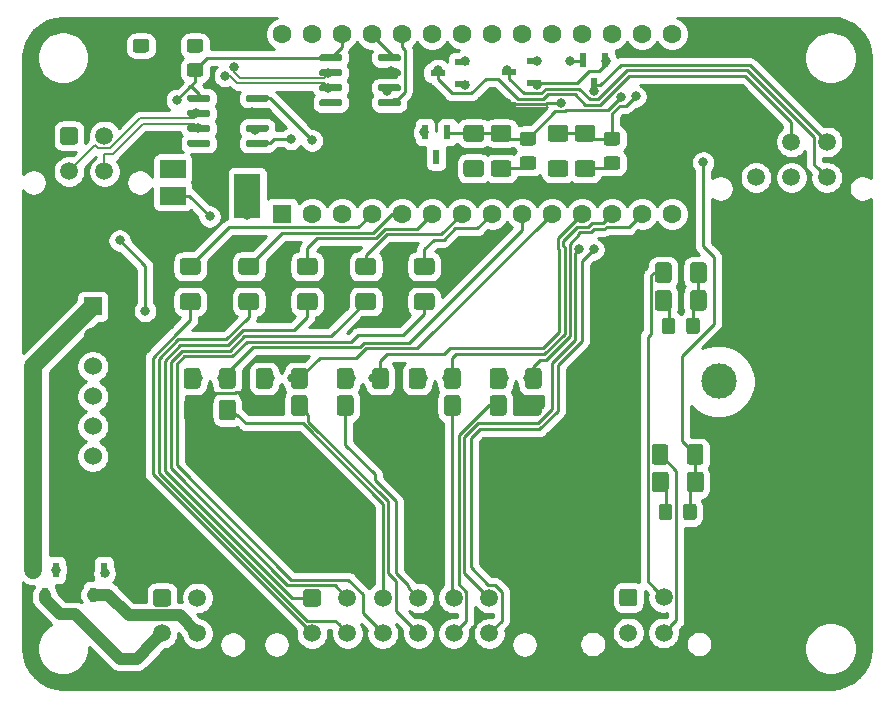
<source format=gbr>
G04 #@! TF.GenerationSoftware,KiCad,Pcbnew,(5.1.6)-1*
G04 #@! TF.CreationDate,2020-10-21T13:59:53+11:00*
G04 #@! TF.ProjectId,DashDriver-V1,44617368-4472-4697-9665-722d56312e6b,rev?*
G04 #@! TF.SameCoordinates,Original*
G04 #@! TF.FileFunction,Copper,L1,Top*
G04 #@! TF.FilePolarity,Positive*
%FSLAX46Y46*%
G04 Gerber Fmt 4.6, Leading zero omitted, Abs format (unit mm)*
G04 Created by KiCad (PCBNEW (5.1.6)-1) date 2020-10-21 13:59:53*
%MOMM*%
%LPD*%
G01*
G04 APERTURE LIST*
G04 #@! TA.AperFunction,WasherPad*
%ADD10C,3.000000*%
G04 #@! TD*
G04 #@! TA.AperFunction,ComponentPad*
%ADD11C,1.524000*%
G04 #@! TD*
G04 #@! TA.AperFunction,ComponentPad*
%ADD12C,0.100000*%
G04 #@! TD*
G04 #@! TA.AperFunction,ComponentPad*
%ADD13C,1.500000*%
G04 #@! TD*
G04 #@! TA.AperFunction,SMDPad,CuDef*
%ADD14R,0.600000X1.300000*%
G04 #@! TD*
G04 #@! TA.AperFunction,ComponentPad*
%ADD15R,1.600000X1.600000*%
G04 #@! TD*
G04 #@! TA.AperFunction,ComponentPad*
%ADD16C,1.600000*%
G04 #@! TD*
G04 #@! TA.AperFunction,SMDPad,CuDef*
%ADD17R,1.300000X0.600000*%
G04 #@! TD*
G04 #@! TA.AperFunction,SMDPad,CuDef*
%ADD18R,2.200000X1.500000*%
G04 #@! TD*
G04 #@! TA.AperFunction,SMDPad,CuDef*
%ADD19R,2.200000X3.800000*%
G04 #@! TD*
G04 #@! TA.AperFunction,ViaPad*
%ADD20C,0.800000*%
G04 #@! TD*
G04 #@! TA.AperFunction,Conductor*
%ADD21C,0.250000*%
G04 #@! TD*
G04 #@! TA.AperFunction,Conductor*
%ADD22C,1.000000*%
G04 #@! TD*
G04 #@! TA.AperFunction,Conductor*
%ADD23C,1.500000*%
G04 #@! TD*
G04 #@! TA.AperFunction,Conductor*
%ADD24C,0.200000*%
G04 #@! TD*
G04 #@! TA.AperFunction,Conductor*
%ADD25C,0.254000*%
G04 #@! TD*
G04 APERTURE END LIST*
D10*
X144924000Y-68034000D03*
D11*
X91924000Y-74384000D03*
X91924000Y-71844000D03*
X91924000Y-69304000D03*
X91924000Y-66764000D03*
X91924000Y-64224000D03*
G04 #@! TA.AperFunction,ComponentPad*
D12*
G36*
X91162000Y-62446000D02*
G01*
X91162000Y-60922000D01*
X92686000Y-60922000D01*
X92686000Y-62446000D01*
X91162000Y-62446000D01*
G37*
G04 #@! TD.AperFunction*
G04 #@! TA.AperFunction,SMDPad,CuDef*
G36*
G01*
X120616000Y-59004000D02*
X119366000Y-59004000D01*
G75*
G02*
X119116000Y-58754000I0J250000D01*
G01*
X119116000Y-57829000D01*
G75*
G02*
X119366000Y-57579000I250000J0D01*
G01*
X120616000Y-57579000D01*
G75*
G02*
X120866000Y-57829000I0J-250000D01*
G01*
X120866000Y-58754000D01*
G75*
G02*
X120616000Y-59004000I-250000J0D01*
G01*
G37*
G04 #@! TD.AperFunction*
G04 #@! TA.AperFunction,SMDPad,CuDef*
G36*
G01*
X120616000Y-61979000D02*
X119366000Y-61979000D01*
G75*
G02*
X119116000Y-61729000I0J250000D01*
G01*
X119116000Y-60804000D01*
G75*
G02*
X119366000Y-60554000I250000J0D01*
G01*
X120616000Y-60554000D01*
G75*
G02*
X120866000Y-60804000I0J-250000D01*
G01*
X120866000Y-61729000D01*
G75*
G02*
X120616000Y-61979000I-250000J0D01*
G01*
G37*
G04 #@! TD.AperFunction*
G04 #@! TA.AperFunction,SMDPad,CuDef*
G36*
G01*
X115663000Y-59004000D02*
X114413000Y-59004000D01*
G75*
G02*
X114163000Y-58754000I0J250000D01*
G01*
X114163000Y-57829000D01*
G75*
G02*
X114413000Y-57579000I250000J0D01*
G01*
X115663000Y-57579000D01*
G75*
G02*
X115913000Y-57829000I0J-250000D01*
G01*
X115913000Y-58754000D01*
G75*
G02*
X115663000Y-59004000I-250000J0D01*
G01*
G37*
G04 #@! TD.AperFunction*
G04 #@! TA.AperFunction,SMDPad,CuDef*
G36*
G01*
X115663000Y-61979000D02*
X114413000Y-61979000D01*
G75*
G02*
X114163000Y-61729000I0J250000D01*
G01*
X114163000Y-60804000D01*
G75*
G02*
X114413000Y-60554000I250000J0D01*
G01*
X115663000Y-60554000D01*
G75*
G02*
X115913000Y-60804000I0J-250000D01*
G01*
X115913000Y-61729000D01*
G75*
G02*
X115663000Y-61979000I-250000J0D01*
G01*
G37*
G04 #@! TD.AperFunction*
G04 #@! TA.AperFunction,SMDPad,CuDef*
G36*
G01*
X110710000Y-59004000D02*
X109460000Y-59004000D01*
G75*
G02*
X109210000Y-58754000I0J250000D01*
G01*
X109210000Y-57829000D01*
G75*
G02*
X109460000Y-57579000I250000J0D01*
G01*
X110710000Y-57579000D01*
G75*
G02*
X110960000Y-57829000I0J-250000D01*
G01*
X110960000Y-58754000D01*
G75*
G02*
X110710000Y-59004000I-250000J0D01*
G01*
G37*
G04 #@! TD.AperFunction*
G04 #@! TA.AperFunction,SMDPad,CuDef*
G36*
G01*
X110710000Y-61979000D02*
X109460000Y-61979000D01*
G75*
G02*
X109210000Y-61729000I0J250000D01*
G01*
X109210000Y-60804000D01*
G75*
G02*
X109460000Y-60554000I250000J0D01*
G01*
X110710000Y-60554000D01*
G75*
G02*
X110960000Y-60804000I0J-250000D01*
G01*
X110960000Y-61729000D01*
G75*
G02*
X110710000Y-61979000I-250000J0D01*
G01*
G37*
G04 #@! TD.AperFunction*
G04 #@! TA.AperFunction,SMDPad,CuDef*
G36*
G01*
X105757000Y-59004000D02*
X104507000Y-59004000D01*
G75*
G02*
X104257000Y-58754000I0J250000D01*
G01*
X104257000Y-57829000D01*
G75*
G02*
X104507000Y-57579000I250000J0D01*
G01*
X105757000Y-57579000D01*
G75*
G02*
X106007000Y-57829000I0J-250000D01*
G01*
X106007000Y-58754000D01*
G75*
G02*
X105757000Y-59004000I-250000J0D01*
G01*
G37*
G04 #@! TD.AperFunction*
G04 #@! TA.AperFunction,SMDPad,CuDef*
G36*
G01*
X105757000Y-61979000D02*
X104507000Y-61979000D01*
G75*
G02*
X104257000Y-61729000I0J250000D01*
G01*
X104257000Y-60804000D01*
G75*
G02*
X104507000Y-60554000I250000J0D01*
G01*
X105757000Y-60554000D01*
G75*
G02*
X106007000Y-60804000I0J-250000D01*
G01*
X106007000Y-61729000D01*
G75*
G02*
X105757000Y-61979000I-250000J0D01*
G01*
G37*
G04 #@! TD.AperFunction*
G04 #@! TA.AperFunction,SMDPad,CuDef*
G36*
G01*
X100804000Y-59004000D02*
X99554000Y-59004000D01*
G75*
G02*
X99304000Y-58754000I0J250000D01*
G01*
X99304000Y-57829000D01*
G75*
G02*
X99554000Y-57579000I250000J0D01*
G01*
X100804000Y-57579000D01*
G75*
G02*
X101054000Y-57829000I0J-250000D01*
G01*
X101054000Y-58754000D01*
G75*
G02*
X100804000Y-59004000I-250000J0D01*
G01*
G37*
G04 #@! TD.AperFunction*
G04 #@! TA.AperFunction,SMDPad,CuDef*
G36*
G01*
X100804000Y-61979000D02*
X99554000Y-61979000D01*
G75*
G02*
X99304000Y-61729000I0J250000D01*
G01*
X99304000Y-60804000D01*
G75*
G02*
X99554000Y-60554000I250000J0D01*
G01*
X100804000Y-60554000D01*
G75*
G02*
X101054000Y-60804000I0J-250000D01*
G01*
X101054000Y-61729000D01*
G75*
G02*
X100804000Y-61979000I-250000J0D01*
G01*
G37*
G04 #@! TD.AperFunction*
G04 #@! TA.AperFunction,SMDPad,CuDef*
G36*
G01*
X140679000Y-75918000D02*
X140679000Y-77168000D01*
G75*
G02*
X140429000Y-77418000I-250000J0D01*
G01*
X139504000Y-77418000D01*
G75*
G02*
X139254000Y-77168000I0J250000D01*
G01*
X139254000Y-75918000D01*
G75*
G02*
X139504000Y-75668000I250000J0D01*
G01*
X140429000Y-75668000D01*
G75*
G02*
X140679000Y-75918000I0J-250000D01*
G01*
G37*
G04 #@! TD.AperFunction*
G04 #@! TA.AperFunction,SMDPad,CuDef*
G36*
G01*
X143654000Y-75918000D02*
X143654000Y-77168000D01*
G75*
G02*
X143404000Y-77418000I-250000J0D01*
G01*
X142479000Y-77418000D01*
G75*
G02*
X142229000Y-77168000I0J250000D01*
G01*
X142229000Y-75918000D01*
G75*
G02*
X142479000Y-75668000I250000J0D01*
G01*
X143404000Y-75668000D01*
G75*
G02*
X143654000Y-75918000I0J-250000D01*
G01*
G37*
G04 #@! TD.AperFunction*
G04 #@! TA.AperFunction,SMDPad,CuDef*
G36*
G01*
X140933000Y-60551000D02*
X140933000Y-61801000D01*
G75*
G02*
X140683000Y-62051000I-250000J0D01*
G01*
X139758000Y-62051000D01*
G75*
G02*
X139508000Y-61801000I0J250000D01*
G01*
X139508000Y-60551000D01*
G75*
G02*
X139758000Y-60301000I250000J0D01*
G01*
X140683000Y-60301000D01*
G75*
G02*
X140933000Y-60551000I0J-250000D01*
G01*
G37*
G04 #@! TD.AperFunction*
G04 #@! TA.AperFunction,SMDPad,CuDef*
G36*
G01*
X143908000Y-60551000D02*
X143908000Y-61801000D01*
G75*
G02*
X143658000Y-62051000I-250000J0D01*
G01*
X142733000Y-62051000D01*
G75*
G02*
X142483000Y-61801000I0J250000D01*
G01*
X142483000Y-60551000D01*
G75*
G02*
X142733000Y-60301000I250000J0D01*
G01*
X143658000Y-60301000D01*
G75*
G02*
X143908000Y-60551000I0J-250000D01*
G01*
G37*
G04 #@! TD.AperFunction*
G04 #@! TA.AperFunction,SMDPad,CuDef*
G36*
G01*
X142211000Y-74838000D02*
X142211000Y-73588000D01*
G75*
G02*
X142461000Y-73338000I250000J0D01*
G01*
X143386000Y-73338000D01*
G75*
G02*
X143636000Y-73588000I0J-250000D01*
G01*
X143636000Y-74838000D01*
G75*
G02*
X143386000Y-75088000I-250000J0D01*
G01*
X142461000Y-75088000D01*
G75*
G02*
X142211000Y-74838000I0J250000D01*
G01*
G37*
G04 #@! TD.AperFunction*
G04 #@! TA.AperFunction,SMDPad,CuDef*
G36*
G01*
X139236000Y-74838000D02*
X139236000Y-73588000D01*
G75*
G02*
X139486000Y-73338000I250000J0D01*
G01*
X140411000Y-73338000D01*
G75*
G02*
X140661000Y-73588000I0J-250000D01*
G01*
X140661000Y-74838000D01*
G75*
G02*
X140411000Y-75088000I-250000J0D01*
G01*
X139486000Y-75088000D01*
G75*
G02*
X139236000Y-74838000I0J250000D01*
G01*
G37*
G04 #@! TD.AperFunction*
G04 #@! TA.AperFunction,SMDPad,CuDef*
G36*
G01*
X142490000Y-59446000D02*
X142490000Y-58196000D01*
G75*
G02*
X142740000Y-57946000I250000J0D01*
G01*
X143665000Y-57946000D01*
G75*
G02*
X143915000Y-58196000I0J-250000D01*
G01*
X143915000Y-59446000D01*
G75*
G02*
X143665000Y-59696000I-250000J0D01*
G01*
X142740000Y-59696000D01*
G75*
G02*
X142490000Y-59446000I0J250000D01*
G01*
G37*
G04 #@! TD.AperFunction*
G04 #@! TA.AperFunction,SMDPad,CuDef*
G36*
G01*
X139515000Y-59446000D02*
X139515000Y-58196000D01*
G75*
G02*
X139765000Y-57946000I250000J0D01*
G01*
X140690000Y-57946000D01*
G75*
G02*
X140940000Y-58196000I0J-250000D01*
G01*
X140940000Y-59446000D01*
G75*
G02*
X140690000Y-59696000I-250000J0D01*
G01*
X139765000Y-59696000D01*
G75*
G02*
X139515000Y-59446000I0J250000D01*
G01*
G37*
G04 #@! TD.AperFunction*
G04 #@! TA.AperFunction,SMDPad,CuDef*
G36*
G01*
X124807000Y-47737500D02*
X123557000Y-47737500D01*
G75*
G02*
X123307000Y-47487500I0J250000D01*
G01*
X123307000Y-46562500D01*
G75*
G02*
X123557000Y-46312500I250000J0D01*
G01*
X124807000Y-46312500D01*
G75*
G02*
X125057000Y-46562500I0J-250000D01*
G01*
X125057000Y-47487500D01*
G75*
G02*
X124807000Y-47737500I-250000J0D01*
G01*
G37*
G04 #@! TD.AperFunction*
G04 #@! TA.AperFunction,SMDPad,CuDef*
G36*
G01*
X124807000Y-50712500D02*
X123557000Y-50712500D01*
G75*
G02*
X123307000Y-50462500I0J250000D01*
G01*
X123307000Y-49537500D01*
G75*
G02*
X123557000Y-49287500I250000J0D01*
G01*
X124807000Y-49287500D01*
G75*
G02*
X125057000Y-49537500I0J-250000D01*
G01*
X125057000Y-50462500D01*
G75*
G02*
X124807000Y-50712500I-250000J0D01*
G01*
G37*
G04 #@! TD.AperFunction*
D13*
X140263000Y-89322000D03*
X137263000Y-89322000D03*
X140263000Y-86322000D03*
G04 #@! TA.AperFunction,ComponentPad*
G36*
G01*
X136513000Y-86822000D02*
X136513000Y-85822000D01*
G75*
G02*
X136763000Y-85572000I250000J0D01*
G01*
X137763000Y-85572000D01*
G75*
G02*
X138013000Y-85822000I0J-250000D01*
G01*
X138013000Y-86822000D01*
G75*
G02*
X137763000Y-87072000I-250000J0D01*
G01*
X136763000Y-87072000D01*
G75*
G02*
X136513000Y-86822000I0J250000D01*
G01*
G37*
G04 #@! TD.AperFunction*
D14*
X121957000Y-46918000D03*
X120057000Y-46918000D03*
X121007000Y-49018000D03*
G04 #@! TA.AperFunction,SMDPad,CuDef*
G36*
G01*
X141004000Y-78632999D02*
X141004000Y-79533001D01*
G75*
G02*
X140754001Y-79783000I-249999J0D01*
G01*
X140103999Y-79783000D01*
G75*
G02*
X139854000Y-79533001I0J249999D01*
G01*
X139854000Y-78632999D01*
G75*
G02*
X140103999Y-78383000I249999J0D01*
G01*
X140754001Y-78383000D01*
G75*
G02*
X141004000Y-78632999I0J-249999D01*
G01*
G37*
G04 #@! TD.AperFunction*
G04 #@! TA.AperFunction,SMDPad,CuDef*
G36*
G01*
X143054000Y-78632999D02*
X143054000Y-79533001D01*
G75*
G02*
X142804001Y-79783000I-249999J0D01*
G01*
X142153999Y-79783000D01*
G75*
G02*
X141904000Y-79533001I0J249999D01*
G01*
X141904000Y-78632999D01*
G75*
G02*
X142153999Y-78383000I249999J0D01*
G01*
X142804001Y-78383000D01*
G75*
G02*
X143054000Y-78632999I0J-249999D01*
G01*
G37*
G04 #@! TD.AperFunction*
G04 #@! TA.AperFunction,SMDPad,CuDef*
G36*
G01*
X141258000Y-62884999D02*
X141258000Y-63785001D01*
G75*
G02*
X141008001Y-64035000I-249999J0D01*
G01*
X140357999Y-64035000D01*
G75*
G02*
X140108000Y-63785001I0J249999D01*
G01*
X140108000Y-62884999D01*
G75*
G02*
X140357999Y-62635000I249999J0D01*
G01*
X141008001Y-62635000D01*
G75*
G02*
X141258000Y-62884999I0J-249999D01*
G01*
G37*
G04 #@! TD.AperFunction*
G04 #@! TA.AperFunction,SMDPad,CuDef*
G36*
G01*
X143308000Y-62884999D02*
X143308000Y-63785001D01*
G75*
G02*
X143058001Y-64035000I-249999J0D01*
G01*
X142407999Y-64035000D01*
G75*
G02*
X142158000Y-63785001I0J249999D01*
G01*
X142158000Y-62884999D01*
G75*
G02*
X142407999Y-62635000I249999J0D01*
G01*
X143058001Y-62635000D01*
G75*
G02*
X143308000Y-62884999I0J-249999D01*
G01*
G37*
G04 #@! TD.AperFunction*
D15*
X107950000Y-53848000D03*
D16*
X110490000Y-53848000D03*
X113030000Y-53848000D03*
X115570000Y-53848000D03*
X118110000Y-53848000D03*
X120650000Y-53848000D03*
X123190000Y-53848000D03*
X125730000Y-53848000D03*
X128270000Y-53848000D03*
X130810000Y-53848000D03*
X133350000Y-53848000D03*
X135890000Y-53848000D03*
X138430000Y-53848000D03*
X107950000Y-38608000D03*
X110490000Y-38608000D03*
X113030000Y-38608000D03*
X115570000Y-38608000D03*
X118110000Y-38608000D03*
X120650000Y-38608000D03*
X123190000Y-38608000D03*
X125730000Y-38608000D03*
X128270000Y-38608000D03*
X130810000Y-38608000D03*
X133350000Y-38608000D03*
X135890000Y-38608000D03*
X138430000Y-38608000D03*
X140970000Y-53848000D03*
X140970000Y-38608000D03*
G04 #@! TA.AperFunction,SMDPad,CuDef*
G36*
G01*
X135439999Y-46914000D02*
X136340001Y-46914000D01*
G75*
G02*
X136590000Y-47163999I0J-249999D01*
G01*
X136590000Y-47814001D01*
G75*
G02*
X136340001Y-48064000I-249999J0D01*
G01*
X135439999Y-48064000D01*
G75*
G02*
X135190000Y-47814001I0J249999D01*
G01*
X135190000Y-47163999D01*
G75*
G02*
X135439999Y-46914000I249999J0D01*
G01*
G37*
G04 #@! TD.AperFunction*
G04 #@! TA.AperFunction,SMDPad,CuDef*
G36*
G01*
X135439999Y-48964000D02*
X136340001Y-48964000D01*
G75*
G02*
X136590000Y-49213999I0J-249999D01*
G01*
X136590000Y-49864001D01*
G75*
G02*
X136340001Y-50114000I-249999J0D01*
G01*
X135439999Y-50114000D01*
G75*
G02*
X135190000Y-49864001I0J249999D01*
G01*
X135190000Y-49213999D01*
G75*
G02*
X135439999Y-48964000I249999J0D01*
G01*
G37*
G04 #@! TD.AperFunction*
G04 #@! TA.AperFunction,SMDPad,CuDef*
G36*
G01*
X128327999Y-46914000D02*
X129228001Y-46914000D01*
G75*
G02*
X129478000Y-47163999I0J-249999D01*
G01*
X129478000Y-47814001D01*
G75*
G02*
X129228001Y-48064000I-249999J0D01*
G01*
X128327999Y-48064000D01*
G75*
G02*
X128078000Y-47814001I0J249999D01*
G01*
X128078000Y-47163999D01*
G75*
G02*
X128327999Y-46914000I249999J0D01*
G01*
G37*
G04 #@! TD.AperFunction*
G04 #@! TA.AperFunction,SMDPad,CuDef*
G36*
G01*
X128327999Y-48964000D02*
X129228001Y-48964000D01*
G75*
G02*
X129478000Y-49213999I0J-249999D01*
G01*
X129478000Y-49864001D01*
G75*
G02*
X129228001Y-50114000I-249999J0D01*
G01*
X128327999Y-50114000D01*
G75*
G02*
X128078000Y-49864001I0J249999D01*
G01*
X128078000Y-49213999D01*
G75*
G02*
X128327999Y-48964000I249999J0D01*
G01*
G37*
G04 #@! TD.AperFunction*
G04 #@! TA.AperFunction,SMDPad,CuDef*
G36*
G01*
X95561999Y-41090000D02*
X96462001Y-41090000D01*
G75*
G02*
X96712000Y-41339999I0J-249999D01*
G01*
X96712000Y-41990001D01*
G75*
G02*
X96462001Y-42240000I-249999J0D01*
G01*
X95561999Y-42240000D01*
G75*
G02*
X95312000Y-41990001I0J249999D01*
G01*
X95312000Y-41339999D01*
G75*
G02*
X95561999Y-41090000I249999J0D01*
G01*
G37*
G04 #@! TD.AperFunction*
G04 #@! TA.AperFunction,SMDPad,CuDef*
G36*
G01*
X95561999Y-39040000D02*
X96462001Y-39040000D01*
G75*
G02*
X96712000Y-39289999I0J-249999D01*
G01*
X96712000Y-39940001D01*
G75*
G02*
X96462001Y-40190000I-249999J0D01*
G01*
X95561999Y-40190000D01*
G75*
G02*
X95312000Y-39940001I0J249999D01*
G01*
X95312000Y-39289999D01*
G75*
G02*
X95561999Y-39040000I249999J0D01*
G01*
G37*
G04 #@! TD.AperFunction*
G04 #@! TA.AperFunction,SMDPad,CuDef*
G36*
G01*
X100133999Y-39040000D02*
X101034001Y-39040000D01*
G75*
G02*
X101284000Y-39289999I0J-249999D01*
G01*
X101284000Y-39940001D01*
G75*
G02*
X101034001Y-40190000I-249999J0D01*
G01*
X100133999Y-40190000D01*
G75*
G02*
X99884000Y-39940001I0J249999D01*
G01*
X99884000Y-39289999D01*
G75*
G02*
X100133999Y-39040000I249999J0D01*
G01*
G37*
G04 #@! TD.AperFunction*
G04 #@! TA.AperFunction,SMDPad,CuDef*
G36*
G01*
X100133999Y-41090000D02*
X101034001Y-41090000D01*
G75*
G02*
X101284000Y-41339999I0J-249999D01*
G01*
X101284000Y-41990001D01*
G75*
G02*
X101034001Y-42240000I-249999J0D01*
G01*
X100133999Y-42240000D01*
G75*
G02*
X99884000Y-41990001I0J249999D01*
G01*
X99884000Y-41339999D01*
G75*
G02*
X100133999Y-41090000I249999J0D01*
G01*
G37*
G04 #@! TD.AperFunction*
D13*
X100790000Y-89360000D03*
X97790000Y-89360000D03*
X100790000Y-86360000D03*
G04 #@! TA.AperFunction,ComponentPad*
G36*
G01*
X97040000Y-86860000D02*
X97040000Y-85860000D01*
G75*
G02*
X97290000Y-85610000I250000J0D01*
G01*
X98290000Y-85610000D01*
G75*
G02*
X98540000Y-85860000I0J-250000D01*
G01*
X98540000Y-86860000D01*
G75*
G02*
X98290000Y-87110000I-250000J0D01*
G01*
X97290000Y-87110000D01*
G75*
G02*
X97040000Y-86860000I0J250000D01*
G01*
G37*
G04 #@! TD.AperFunction*
G04 #@! TA.AperFunction,ComponentPad*
G36*
G01*
X109740000Y-86860000D02*
X109740000Y-85860000D01*
G75*
G02*
X109990000Y-85610000I250000J0D01*
G01*
X110990000Y-85610000D01*
G75*
G02*
X111240000Y-85860000I0J-250000D01*
G01*
X111240000Y-86860000D01*
G75*
G02*
X110990000Y-87110000I-250000J0D01*
G01*
X109990000Y-87110000D01*
G75*
G02*
X109740000Y-86860000I0J250000D01*
G01*
G37*
G04 #@! TD.AperFunction*
X113490000Y-86360000D03*
X116490000Y-86360000D03*
X119490000Y-86360000D03*
X122490000Y-86360000D03*
X125490000Y-86360000D03*
X110490000Y-89360000D03*
X113490000Y-89360000D03*
X116490000Y-89360000D03*
X119490000Y-89360000D03*
X122490000Y-89360000D03*
X125490000Y-89360000D03*
G04 #@! TA.AperFunction,ComponentPad*
G36*
G01*
X147332000Y-48252000D02*
X147332000Y-47252000D01*
G75*
G02*
X147582000Y-47002000I250000J0D01*
G01*
X148582000Y-47002000D01*
G75*
G02*
X148832000Y-47252000I0J-250000D01*
G01*
X148832000Y-48252000D01*
G75*
G02*
X148582000Y-48502000I-250000J0D01*
G01*
X147582000Y-48502000D01*
G75*
G02*
X147332000Y-48252000I0J250000D01*
G01*
G37*
G04 #@! TD.AperFunction*
X151082000Y-47752000D03*
X154082000Y-47752000D03*
X148082000Y-50752000D03*
X151082000Y-50752000D03*
X154082000Y-50752000D03*
G04 #@! TA.AperFunction,ComponentPad*
G36*
G01*
X89166000Y-47744000D02*
X89166000Y-46744000D01*
G75*
G02*
X89416000Y-46494000I250000J0D01*
G01*
X90416000Y-46494000D01*
G75*
G02*
X90666000Y-46744000I0J-250000D01*
G01*
X90666000Y-47744000D01*
G75*
G02*
X90416000Y-47994000I-250000J0D01*
G01*
X89416000Y-47994000D01*
G75*
G02*
X89166000Y-47744000I0J250000D01*
G01*
G37*
G04 #@! TD.AperFunction*
X92916000Y-47244000D03*
X89916000Y-50244000D03*
X92916000Y-50244000D03*
D14*
X87860000Y-86102000D03*
X86910000Y-84002000D03*
X88810000Y-84002000D03*
X92874000Y-84002000D03*
X90974000Y-84002000D03*
X91924000Y-86102000D03*
D17*
X129286000Y-42794000D03*
X129286000Y-40894000D03*
X127186000Y-41844000D03*
D14*
X134366000Y-42960000D03*
X133416000Y-40860000D03*
X135316000Y-40860000D03*
D17*
X121124000Y-41910000D03*
X123224000Y-40960000D03*
X123224000Y-42860000D03*
G04 #@! TA.AperFunction,SMDPad,CuDef*
G36*
G01*
X131943000Y-47739000D02*
X130693000Y-47739000D01*
G75*
G02*
X130443000Y-47489000I0J250000D01*
G01*
X130443000Y-46564000D01*
G75*
G02*
X130693000Y-46314000I250000J0D01*
G01*
X131943000Y-46314000D01*
G75*
G02*
X132193000Y-46564000I0J-250000D01*
G01*
X132193000Y-47489000D01*
G75*
G02*
X131943000Y-47739000I-250000J0D01*
G01*
G37*
G04 #@! TD.AperFunction*
G04 #@! TA.AperFunction,SMDPad,CuDef*
G36*
G01*
X131943000Y-50714000D02*
X130693000Y-50714000D01*
G75*
G02*
X130443000Y-50464000I0J250000D01*
G01*
X130443000Y-49539000D01*
G75*
G02*
X130693000Y-49289000I250000J0D01*
G01*
X131943000Y-49289000D01*
G75*
G02*
X132193000Y-49539000I0J-250000D01*
G01*
X132193000Y-50464000D01*
G75*
G02*
X131943000Y-50714000I-250000J0D01*
G01*
G37*
G04 #@! TD.AperFunction*
G04 #@! TA.AperFunction,SMDPad,CuDef*
G36*
G01*
X132979000Y-46314000D02*
X134229000Y-46314000D01*
G75*
G02*
X134479000Y-46564000I0J-250000D01*
G01*
X134479000Y-47489000D01*
G75*
G02*
X134229000Y-47739000I-250000J0D01*
G01*
X132979000Y-47739000D01*
G75*
G02*
X132729000Y-47489000I0J250000D01*
G01*
X132729000Y-46564000D01*
G75*
G02*
X132979000Y-46314000I250000J0D01*
G01*
G37*
G04 #@! TD.AperFunction*
G04 #@! TA.AperFunction,SMDPad,CuDef*
G36*
G01*
X132979000Y-49289000D02*
X134229000Y-49289000D01*
G75*
G02*
X134479000Y-49539000I0J-250000D01*
G01*
X134479000Y-50464000D01*
G75*
G02*
X134229000Y-50714000I-250000J0D01*
G01*
X132979000Y-50714000D01*
G75*
G02*
X132729000Y-50464000I0J250000D01*
G01*
X132729000Y-49539000D01*
G75*
G02*
X132979000Y-49289000I250000J0D01*
G01*
G37*
G04 #@! TD.AperFunction*
G04 #@! TA.AperFunction,SMDPad,CuDef*
G36*
G01*
X125867000Y-49289000D02*
X127117000Y-49289000D01*
G75*
G02*
X127367000Y-49539000I0J-250000D01*
G01*
X127367000Y-50464000D01*
G75*
G02*
X127117000Y-50714000I-250000J0D01*
G01*
X125867000Y-50714000D01*
G75*
G02*
X125617000Y-50464000I0J250000D01*
G01*
X125617000Y-49539000D01*
G75*
G02*
X125867000Y-49289000I250000J0D01*
G01*
G37*
G04 #@! TD.AperFunction*
G04 #@! TA.AperFunction,SMDPad,CuDef*
G36*
G01*
X125867000Y-46314000D02*
X127117000Y-46314000D01*
G75*
G02*
X127367000Y-46564000I0J-250000D01*
G01*
X127367000Y-47489000D01*
G75*
G02*
X127117000Y-47739000I-250000J0D01*
G01*
X125867000Y-47739000D01*
G75*
G02*
X125617000Y-47489000I0J250000D01*
G01*
X125617000Y-46564000D01*
G75*
G02*
X125867000Y-46314000I250000J0D01*
G01*
G37*
G04 #@! TD.AperFunction*
G04 #@! TA.AperFunction,SMDPad,CuDef*
G36*
G01*
X99630000Y-68405000D02*
X99630000Y-67155000D01*
G75*
G02*
X99880000Y-66905000I250000J0D01*
G01*
X100805000Y-66905000D01*
G75*
G02*
X101055000Y-67155000I0J-250000D01*
G01*
X101055000Y-68405000D01*
G75*
G02*
X100805000Y-68655000I-250000J0D01*
G01*
X99880000Y-68655000D01*
G75*
G02*
X99630000Y-68405000I0J250000D01*
G01*
G37*
G04 #@! TD.AperFunction*
G04 #@! TA.AperFunction,SMDPad,CuDef*
G36*
G01*
X102605000Y-68405000D02*
X102605000Y-67155000D01*
G75*
G02*
X102855000Y-66905000I250000J0D01*
G01*
X103780000Y-66905000D01*
G75*
G02*
X104030000Y-67155000I0J-250000D01*
G01*
X104030000Y-68405000D01*
G75*
G02*
X103780000Y-68655000I-250000J0D01*
G01*
X102855000Y-68655000D01*
G75*
G02*
X102605000Y-68405000I0J250000D01*
G01*
G37*
G04 #@! TD.AperFunction*
G04 #@! TA.AperFunction,SMDPad,CuDef*
G36*
G01*
X102605000Y-71072000D02*
X102605000Y-69822000D01*
G75*
G02*
X102855000Y-69572000I250000J0D01*
G01*
X103780000Y-69572000D01*
G75*
G02*
X104030000Y-69822000I0J-250000D01*
G01*
X104030000Y-71072000D01*
G75*
G02*
X103780000Y-71322000I-250000J0D01*
G01*
X102855000Y-71322000D01*
G75*
G02*
X102605000Y-71072000I0J250000D01*
G01*
G37*
G04 #@! TD.AperFunction*
G04 #@! TA.AperFunction,SMDPad,CuDef*
G36*
G01*
X99630000Y-71072000D02*
X99630000Y-69822000D01*
G75*
G02*
X99880000Y-69572000I250000J0D01*
G01*
X100805000Y-69572000D01*
G75*
G02*
X101055000Y-69822000I0J-250000D01*
G01*
X101055000Y-71072000D01*
G75*
G02*
X100805000Y-71322000I-250000J0D01*
G01*
X99880000Y-71322000D01*
G75*
G02*
X99630000Y-71072000I0J250000D01*
G01*
G37*
G04 #@! TD.AperFunction*
G04 #@! TA.AperFunction,SMDPad,CuDef*
G36*
G01*
X108701000Y-68405000D02*
X108701000Y-67155000D01*
G75*
G02*
X108951000Y-66905000I250000J0D01*
G01*
X109876000Y-66905000D01*
G75*
G02*
X110126000Y-67155000I0J-250000D01*
G01*
X110126000Y-68405000D01*
G75*
G02*
X109876000Y-68655000I-250000J0D01*
G01*
X108951000Y-68655000D01*
G75*
G02*
X108701000Y-68405000I0J250000D01*
G01*
G37*
G04 #@! TD.AperFunction*
G04 #@! TA.AperFunction,SMDPad,CuDef*
G36*
G01*
X105726000Y-68405000D02*
X105726000Y-67155000D01*
G75*
G02*
X105976000Y-66905000I250000J0D01*
G01*
X106901000Y-66905000D01*
G75*
G02*
X107151000Y-67155000I0J-250000D01*
G01*
X107151000Y-68405000D01*
G75*
G02*
X106901000Y-68655000I-250000J0D01*
G01*
X105976000Y-68655000D01*
G75*
G02*
X105726000Y-68405000I0J250000D01*
G01*
G37*
G04 #@! TD.AperFunction*
G04 #@! TA.AperFunction,SMDPad,CuDef*
G36*
G01*
X105726000Y-70691000D02*
X105726000Y-69441000D01*
G75*
G02*
X105976000Y-69191000I250000J0D01*
G01*
X106901000Y-69191000D01*
G75*
G02*
X107151000Y-69441000I0J-250000D01*
G01*
X107151000Y-70691000D01*
G75*
G02*
X106901000Y-70941000I-250000J0D01*
G01*
X105976000Y-70941000D01*
G75*
G02*
X105726000Y-70691000I0J250000D01*
G01*
G37*
G04 #@! TD.AperFunction*
G04 #@! TA.AperFunction,SMDPad,CuDef*
G36*
G01*
X108701000Y-70691000D02*
X108701000Y-69441000D01*
G75*
G02*
X108951000Y-69191000I250000J0D01*
G01*
X109876000Y-69191000D01*
G75*
G02*
X110126000Y-69441000I0J-250000D01*
G01*
X110126000Y-70691000D01*
G75*
G02*
X109876000Y-70941000I-250000J0D01*
G01*
X108951000Y-70941000D01*
G75*
G02*
X108701000Y-70691000I0J250000D01*
G01*
G37*
G04 #@! TD.AperFunction*
G04 #@! TA.AperFunction,SMDPad,CuDef*
G36*
G01*
X118680000Y-68405000D02*
X118680000Y-67155000D01*
G75*
G02*
X118930000Y-66905000I250000J0D01*
G01*
X119855000Y-66905000D01*
G75*
G02*
X120105000Y-67155000I0J-250000D01*
G01*
X120105000Y-68405000D01*
G75*
G02*
X119855000Y-68655000I-250000J0D01*
G01*
X118930000Y-68655000D01*
G75*
G02*
X118680000Y-68405000I0J250000D01*
G01*
G37*
G04 #@! TD.AperFunction*
G04 #@! TA.AperFunction,SMDPad,CuDef*
G36*
G01*
X121655000Y-68405000D02*
X121655000Y-67155000D01*
G75*
G02*
X121905000Y-66905000I250000J0D01*
G01*
X122830000Y-66905000D01*
G75*
G02*
X123080000Y-67155000I0J-250000D01*
G01*
X123080000Y-68405000D01*
G75*
G02*
X122830000Y-68655000I-250000J0D01*
G01*
X121905000Y-68655000D01*
G75*
G02*
X121655000Y-68405000I0J250000D01*
G01*
G37*
G04 #@! TD.AperFunction*
G04 #@! TA.AperFunction,SMDPad,CuDef*
G36*
G01*
X121655000Y-70691000D02*
X121655000Y-69441000D01*
G75*
G02*
X121905000Y-69191000I250000J0D01*
G01*
X122830000Y-69191000D01*
G75*
G02*
X123080000Y-69441000I0J-250000D01*
G01*
X123080000Y-70691000D01*
G75*
G02*
X122830000Y-70941000I-250000J0D01*
G01*
X121905000Y-70941000D01*
G75*
G02*
X121655000Y-70691000I0J250000D01*
G01*
G37*
G04 #@! TD.AperFunction*
G04 #@! TA.AperFunction,SMDPad,CuDef*
G36*
G01*
X118680000Y-70691000D02*
X118680000Y-69441000D01*
G75*
G02*
X118930000Y-69191000I250000J0D01*
G01*
X119855000Y-69191000D01*
G75*
G02*
X120105000Y-69441000I0J-250000D01*
G01*
X120105000Y-70691000D01*
G75*
G02*
X119855000Y-70941000I-250000J0D01*
G01*
X118930000Y-70941000D01*
G75*
G02*
X118680000Y-70691000I0J250000D01*
G01*
G37*
G04 #@! TD.AperFunction*
G04 #@! TA.AperFunction,SMDPad,CuDef*
G36*
G01*
X125538000Y-68405000D02*
X125538000Y-67155000D01*
G75*
G02*
X125788000Y-66905000I250000J0D01*
G01*
X126713000Y-66905000D01*
G75*
G02*
X126963000Y-67155000I0J-250000D01*
G01*
X126963000Y-68405000D01*
G75*
G02*
X126713000Y-68655000I-250000J0D01*
G01*
X125788000Y-68655000D01*
G75*
G02*
X125538000Y-68405000I0J250000D01*
G01*
G37*
G04 #@! TD.AperFunction*
G04 #@! TA.AperFunction,SMDPad,CuDef*
G36*
G01*
X128513000Y-68405000D02*
X128513000Y-67155000D01*
G75*
G02*
X128763000Y-66905000I250000J0D01*
G01*
X129688000Y-66905000D01*
G75*
G02*
X129938000Y-67155000I0J-250000D01*
G01*
X129938000Y-68405000D01*
G75*
G02*
X129688000Y-68655000I-250000J0D01*
G01*
X128763000Y-68655000D01*
G75*
G02*
X128513000Y-68405000I0J250000D01*
G01*
G37*
G04 #@! TD.AperFunction*
G04 #@! TA.AperFunction,SMDPad,CuDef*
G36*
G01*
X129938000Y-69441000D02*
X129938000Y-70691000D01*
G75*
G02*
X129688000Y-70941000I-250000J0D01*
G01*
X128763000Y-70941000D01*
G75*
G02*
X128513000Y-70691000I0J250000D01*
G01*
X128513000Y-69441000D01*
G75*
G02*
X128763000Y-69191000I250000J0D01*
G01*
X129688000Y-69191000D01*
G75*
G02*
X129938000Y-69441000I0J-250000D01*
G01*
G37*
G04 #@! TD.AperFunction*
G04 #@! TA.AperFunction,SMDPad,CuDef*
G36*
G01*
X126963000Y-69441000D02*
X126963000Y-70691000D01*
G75*
G02*
X126713000Y-70941000I-250000J0D01*
G01*
X125788000Y-70941000D01*
G75*
G02*
X125538000Y-70691000I0J250000D01*
G01*
X125538000Y-69441000D01*
G75*
G02*
X125788000Y-69191000I250000J0D01*
G01*
X126713000Y-69191000D01*
G75*
G02*
X126963000Y-69441000I0J-250000D01*
G01*
G37*
G04 #@! TD.AperFunction*
G04 #@! TA.AperFunction,SMDPad,CuDef*
G36*
G01*
X112584000Y-68405000D02*
X112584000Y-67155000D01*
G75*
G02*
X112834000Y-66905000I250000J0D01*
G01*
X113759000Y-66905000D01*
G75*
G02*
X114009000Y-67155000I0J-250000D01*
G01*
X114009000Y-68405000D01*
G75*
G02*
X113759000Y-68655000I-250000J0D01*
G01*
X112834000Y-68655000D01*
G75*
G02*
X112584000Y-68405000I0J250000D01*
G01*
G37*
G04 #@! TD.AperFunction*
G04 #@! TA.AperFunction,SMDPad,CuDef*
G36*
G01*
X115559000Y-68405000D02*
X115559000Y-67155000D01*
G75*
G02*
X115809000Y-66905000I250000J0D01*
G01*
X116734000Y-66905000D01*
G75*
G02*
X116984000Y-67155000I0J-250000D01*
G01*
X116984000Y-68405000D01*
G75*
G02*
X116734000Y-68655000I-250000J0D01*
G01*
X115809000Y-68655000D01*
G75*
G02*
X115559000Y-68405000I0J250000D01*
G01*
G37*
G04 #@! TD.AperFunction*
G04 #@! TA.AperFunction,SMDPad,CuDef*
G36*
G01*
X114009000Y-69441000D02*
X114009000Y-70691000D01*
G75*
G02*
X113759000Y-70941000I-250000J0D01*
G01*
X112834000Y-70941000D01*
G75*
G02*
X112584000Y-70691000I0J250000D01*
G01*
X112584000Y-69441000D01*
G75*
G02*
X112834000Y-69191000I250000J0D01*
G01*
X113759000Y-69191000D01*
G75*
G02*
X114009000Y-69441000I0J-250000D01*
G01*
G37*
G04 #@! TD.AperFunction*
G04 #@! TA.AperFunction,SMDPad,CuDef*
G36*
G01*
X116984000Y-69441000D02*
X116984000Y-70691000D01*
G75*
G02*
X116734000Y-70941000I-250000J0D01*
G01*
X115809000Y-70941000D01*
G75*
G02*
X115559000Y-70691000I0J250000D01*
G01*
X115559000Y-69441000D01*
G75*
G02*
X115809000Y-69191000I250000J0D01*
G01*
X116734000Y-69191000D01*
G75*
G02*
X116984000Y-69441000I0J-250000D01*
G01*
G37*
G04 #@! TD.AperFunction*
D18*
X98704000Y-54624000D03*
X98704000Y-52324000D03*
X98704000Y-50024000D03*
D19*
X105004000Y-52324000D03*
G04 #@! TA.AperFunction,SMDPad,CuDef*
G36*
G01*
X113054000Y-44300000D02*
X113054000Y-44600000D01*
G75*
G02*
X112904000Y-44750000I-150000J0D01*
G01*
X111254000Y-44750000D01*
G75*
G02*
X111104000Y-44600000I0J150000D01*
G01*
X111104000Y-44300000D01*
G75*
G02*
X111254000Y-44150000I150000J0D01*
G01*
X112904000Y-44150000D01*
G75*
G02*
X113054000Y-44300000I0J-150000D01*
G01*
G37*
G04 #@! TD.AperFunction*
G04 #@! TA.AperFunction,SMDPad,CuDef*
G36*
G01*
X113054000Y-43030000D02*
X113054000Y-43330000D01*
G75*
G02*
X112904000Y-43480000I-150000J0D01*
G01*
X111254000Y-43480000D01*
G75*
G02*
X111104000Y-43330000I0J150000D01*
G01*
X111104000Y-43030000D01*
G75*
G02*
X111254000Y-42880000I150000J0D01*
G01*
X112904000Y-42880000D01*
G75*
G02*
X113054000Y-43030000I0J-150000D01*
G01*
G37*
G04 #@! TD.AperFunction*
G04 #@! TA.AperFunction,SMDPad,CuDef*
G36*
G01*
X113054000Y-41760000D02*
X113054000Y-42060000D01*
G75*
G02*
X112904000Y-42210000I-150000J0D01*
G01*
X111254000Y-42210000D01*
G75*
G02*
X111104000Y-42060000I0J150000D01*
G01*
X111104000Y-41760000D01*
G75*
G02*
X111254000Y-41610000I150000J0D01*
G01*
X112904000Y-41610000D01*
G75*
G02*
X113054000Y-41760000I0J-150000D01*
G01*
G37*
G04 #@! TD.AperFunction*
G04 #@! TA.AperFunction,SMDPad,CuDef*
G36*
G01*
X113054000Y-40490000D02*
X113054000Y-40790000D01*
G75*
G02*
X112904000Y-40940000I-150000J0D01*
G01*
X111254000Y-40940000D01*
G75*
G02*
X111104000Y-40790000I0J150000D01*
G01*
X111104000Y-40490000D01*
G75*
G02*
X111254000Y-40340000I150000J0D01*
G01*
X112904000Y-40340000D01*
G75*
G02*
X113054000Y-40490000I0J-150000D01*
G01*
G37*
G04 #@! TD.AperFunction*
G04 #@! TA.AperFunction,SMDPad,CuDef*
G36*
G01*
X118004000Y-40490000D02*
X118004000Y-40790000D01*
G75*
G02*
X117854000Y-40940000I-150000J0D01*
G01*
X116204000Y-40940000D01*
G75*
G02*
X116054000Y-40790000I0J150000D01*
G01*
X116054000Y-40490000D01*
G75*
G02*
X116204000Y-40340000I150000J0D01*
G01*
X117854000Y-40340000D01*
G75*
G02*
X118004000Y-40490000I0J-150000D01*
G01*
G37*
G04 #@! TD.AperFunction*
G04 #@! TA.AperFunction,SMDPad,CuDef*
G36*
G01*
X118004000Y-41760000D02*
X118004000Y-42060000D01*
G75*
G02*
X117854000Y-42210000I-150000J0D01*
G01*
X116204000Y-42210000D01*
G75*
G02*
X116054000Y-42060000I0J150000D01*
G01*
X116054000Y-41760000D01*
G75*
G02*
X116204000Y-41610000I150000J0D01*
G01*
X117854000Y-41610000D01*
G75*
G02*
X118004000Y-41760000I0J-150000D01*
G01*
G37*
G04 #@! TD.AperFunction*
G04 #@! TA.AperFunction,SMDPad,CuDef*
G36*
G01*
X118004000Y-43030000D02*
X118004000Y-43330000D01*
G75*
G02*
X117854000Y-43480000I-150000J0D01*
G01*
X116204000Y-43480000D01*
G75*
G02*
X116054000Y-43330000I0J150000D01*
G01*
X116054000Y-43030000D01*
G75*
G02*
X116204000Y-42880000I150000J0D01*
G01*
X117854000Y-42880000D01*
G75*
G02*
X118004000Y-43030000I0J-150000D01*
G01*
G37*
G04 #@! TD.AperFunction*
G04 #@! TA.AperFunction,SMDPad,CuDef*
G36*
G01*
X118004000Y-44300000D02*
X118004000Y-44600000D01*
G75*
G02*
X117854000Y-44750000I-150000J0D01*
G01*
X116204000Y-44750000D01*
G75*
G02*
X116054000Y-44600000I0J150000D01*
G01*
X116054000Y-44300000D01*
G75*
G02*
X116204000Y-44150000I150000J0D01*
G01*
X117854000Y-44150000D01*
G75*
G02*
X118004000Y-44300000I0J-150000D01*
G01*
G37*
G04 #@! TD.AperFunction*
G04 #@! TA.AperFunction,SMDPad,CuDef*
G36*
G01*
X106828000Y-47729000D02*
X106828000Y-48029000D01*
G75*
G02*
X106678000Y-48179000I-150000J0D01*
G01*
X105028000Y-48179000D01*
G75*
G02*
X104878000Y-48029000I0J150000D01*
G01*
X104878000Y-47729000D01*
G75*
G02*
X105028000Y-47579000I150000J0D01*
G01*
X106678000Y-47579000D01*
G75*
G02*
X106828000Y-47729000I0J-150000D01*
G01*
G37*
G04 #@! TD.AperFunction*
G04 #@! TA.AperFunction,SMDPad,CuDef*
G36*
G01*
X106828000Y-46459000D02*
X106828000Y-46759000D01*
G75*
G02*
X106678000Y-46909000I-150000J0D01*
G01*
X105028000Y-46909000D01*
G75*
G02*
X104878000Y-46759000I0J150000D01*
G01*
X104878000Y-46459000D01*
G75*
G02*
X105028000Y-46309000I150000J0D01*
G01*
X106678000Y-46309000D01*
G75*
G02*
X106828000Y-46459000I0J-150000D01*
G01*
G37*
G04 #@! TD.AperFunction*
G04 #@! TA.AperFunction,SMDPad,CuDef*
G36*
G01*
X106828000Y-45189000D02*
X106828000Y-45489000D01*
G75*
G02*
X106678000Y-45639000I-150000J0D01*
G01*
X105028000Y-45639000D01*
G75*
G02*
X104878000Y-45489000I0J150000D01*
G01*
X104878000Y-45189000D01*
G75*
G02*
X105028000Y-45039000I150000J0D01*
G01*
X106678000Y-45039000D01*
G75*
G02*
X106828000Y-45189000I0J-150000D01*
G01*
G37*
G04 #@! TD.AperFunction*
G04 #@! TA.AperFunction,SMDPad,CuDef*
G36*
G01*
X106828000Y-43919000D02*
X106828000Y-44219000D01*
G75*
G02*
X106678000Y-44369000I-150000J0D01*
G01*
X105028000Y-44369000D01*
G75*
G02*
X104878000Y-44219000I0J150000D01*
G01*
X104878000Y-43919000D01*
G75*
G02*
X105028000Y-43769000I150000J0D01*
G01*
X106678000Y-43769000D01*
G75*
G02*
X106828000Y-43919000I0J-150000D01*
G01*
G37*
G04 #@! TD.AperFunction*
G04 #@! TA.AperFunction,SMDPad,CuDef*
G36*
G01*
X101878000Y-43919000D02*
X101878000Y-44219000D01*
G75*
G02*
X101728000Y-44369000I-150000J0D01*
G01*
X100078000Y-44369000D01*
G75*
G02*
X99928000Y-44219000I0J150000D01*
G01*
X99928000Y-43919000D01*
G75*
G02*
X100078000Y-43769000I150000J0D01*
G01*
X101728000Y-43769000D01*
G75*
G02*
X101878000Y-43919000I0J-150000D01*
G01*
G37*
G04 #@! TD.AperFunction*
G04 #@! TA.AperFunction,SMDPad,CuDef*
G36*
G01*
X101878000Y-45189000D02*
X101878000Y-45489000D01*
G75*
G02*
X101728000Y-45639000I-150000J0D01*
G01*
X100078000Y-45639000D01*
G75*
G02*
X99928000Y-45489000I0J150000D01*
G01*
X99928000Y-45189000D01*
G75*
G02*
X100078000Y-45039000I150000J0D01*
G01*
X101728000Y-45039000D01*
G75*
G02*
X101878000Y-45189000I0J-150000D01*
G01*
G37*
G04 #@! TD.AperFunction*
G04 #@! TA.AperFunction,SMDPad,CuDef*
G36*
G01*
X101878000Y-46459000D02*
X101878000Y-46759000D01*
G75*
G02*
X101728000Y-46909000I-150000J0D01*
G01*
X100078000Y-46909000D01*
G75*
G02*
X99928000Y-46759000I0J150000D01*
G01*
X99928000Y-46459000D01*
G75*
G02*
X100078000Y-46309000I150000J0D01*
G01*
X101728000Y-46309000D01*
G75*
G02*
X101878000Y-46459000I0J-150000D01*
G01*
G37*
G04 #@! TD.AperFunction*
G04 #@! TA.AperFunction,SMDPad,CuDef*
G36*
G01*
X101878000Y-47729000D02*
X101878000Y-48029000D01*
G75*
G02*
X101728000Y-48179000I-150000J0D01*
G01*
X100078000Y-48179000D01*
G75*
G02*
X99928000Y-48029000I0J150000D01*
G01*
X99928000Y-47729000D01*
G75*
G02*
X100078000Y-47579000I150000J0D01*
G01*
X101728000Y-47579000D01*
G75*
G02*
X101878000Y-47729000I0J-150000D01*
G01*
G37*
G04 #@! TD.AperFunction*
D20*
X140692000Y-63335000D03*
X140057000Y-76543000D03*
X119991000Y-46952000D03*
X92940000Y-84290000D03*
X98044000Y-49784000D03*
X116840000Y-43434000D03*
X105664000Y-46736000D03*
X133640500Y-50001500D03*
X126492000Y-50001500D03*
X100052000Y-70447000D03*
X129262000Y-70066000D03*
X131572000Y-44450000D03*
X127000000Y-44450000D03*
X121412000Y-44450000D03*
X98298000Y-54610000D03*
X105410000Y-45212000D03*
X117221000Y-41783000D03*
X132310000Y-71844000D03*
X95861000Y-70447000D03*
X126722000Y-67780000D03*
X119864000Y-67780000D03*
X100814000Y-67780000D03*
X98298000Y-52070000D03*
X135382000Y-40894000D03*
X129540000Y-42926000D03*
X123444000Y-42926000D03*
X99060000Y-44196000D03*
X106976000Y-67746000D03*
X113834000Y-67746000D03*
X105004000Y-53938000D03*
X101830000Y-54064000D03*
X96369000Y-62065000D03*
X94210000Y-56096000D03*
X131318000Y-49784000D03*
X134342000Y-56858000D03*
X124206000Y-49784000D03*
X133072000Y-56858000D03*
X95988000Y-39459000D03*
X100584000Y-39624000D03*
X137898000Y-43904001D03*
X131346500Y-47026500D03*
X136652000Y-43942000D03*
X87985500Y-86577500D03*
X113296500Y-70066000D03*
X109450000Y-70066000D03*
X122404000Y-70066000D03*
X103354000Y-70066000D03*
X126214000Y-70066000D03*
X127000000Y-41656000D03*
X134366000Y-43434000D03*
X121158000Y-41656000D03*
X100179000Y-58291500D03*
X105132000Y-58291500D03*
X110085000Y-58291500D03*
X115038000Y-58291500D03*
X119991000Y-58291500D03*
X102846000Y-67780000D03*
X129540000Y-40894000D03*
X108815000Y-67780000D03*
X132334000Y-40894000D03*
X121896000Y-67780000D03*
X123444000Y-40894000D03*
X128754000Y-67780000D03*
X115673000Y-67780000D03*
X108712000Y-47498000D03*
X110490000Y-47631000D03*
X103886000Y-41402000D03*
X111887000Y-41910000D03*
X103124000Y-42164000D03*
X111887000Y-43180000D03*
X100711000Y-45339000D03*
X100838000Y-46609000D03*
X142724000Y-63335000D03*
X143232000Y-58763000D03*
X142978000Y-76543000D03*
X143613000Y-49492000D03*
X88825200Y-83985200D03*
D21*
X135427500Y-50001500D02*
X135890000Y-49539000D01*
X133604000Y-50001500D02*
X133640500Y-50001500D01*
X128315500Y-50001500D02*
X128778000Y-49539000D01*
X126492000Y-50001500D02*
X126492000Y-50001500D01*
X133640500Y-50001500D02*
X135427500Y-50001500D01*
X126492000Y-50001500D02*
X128315500Y-50001500D01*
X140429000Y-77005500D02*
X139966500Y-76543000D01*
X140429000Y-79083000D02*
X140429000Y-77005500D01*
X140692000Y-61647500D02*
X140220500Y-61176000D01*
X140692000Y-63335000D02*
X140692000Y-61647500D01*
X104075190Y-68923000D02*
X103948190Y-69050000D01*
X104624000Y-68923000D02*
X104075190Y-68923000D01*
X103948190Y-69050000D02*
X102084000Y-69050000D01*
X127620588Y-44450000D02*
X127000000Y-44450000D01*
X127721609Y-44551021D02*
X127620588Y-44450000D01*
X130267809Y-44551021D02*
X127721609Y-44551021D01*
X131572000Y-44450000D02*
X130368830Y-44450000D01*
X130368830Y-44450000D02*
X130267809Y-44551021D01*
X112587000Y-39051000D02*
X113030000Y-38608000D01*
X100584000Y-42672000D02*
X100584000Y-41665000D01*
X100287000Y-43053000D02*
X100203000Y-43053000D01*
X100903000Y-43669000D02*
X100287000Y-43053000D01*
X100903000Y-44069000D02*
X100903000Y-43669000D01*
X99060000Y-44196000D02*
X100203000Y-43053000D01*
X100203000Y-43053000D02*
X100584000Y-42672000D01*
X113030000Y-39689000D02*
X112079000Y-40640000D01*
X113030000Y-38608000D02*
X113030000Y-39689000D01*
X135316000Y-41210000D02*
X135316000Y-40860000D01*
X134766000Y-41760000D02*
X135316000Y-41210000D01*
X133937001Y-41760000D02*
X134766000Y-41760000D01*
X132903001Y-42794000D02*
X133937001Y-41760000D01*
X129286000Y-42794000D02*
X132903001Y-42794000D01*
X100584000Y-41665000D02*
X101609000Y-40640000D01*
X101609000Y-40640000D02*
X112079000Y-40640000D01*
X105004000Y-52324000D02*
X105004000Y-53938000D01*
X98863685Y-52070000D02*
X98298000Y-52070000D01*
X100090000Y-52324000D02*
X101830000Y-54064000D01*
X98704000Y-52324000D02*
X100090000Y-52324000D01*
X96369000Y-62065000D02*
X96369000Y-58255000D01*
X96369000Y-58255000D02*
X94210000Y-56096000D01*
X94210000Y-56096000D02*
X94210000Y-56096000D01*
X129730600Y-72098000D02*
X131294000Y-70534600D01*
X124690000Y-72098000D02*
X129730600Y-72098000D01*
X133326000Y-64606410D02*
X133326000Y-57874000D01*
X123928000Y-72860000D02*
X124690000Y-72098000D01*
X126565001Y-88284999D02*
X126565001Y-85843999D01*
X125490000Y-89360000D02*
X126565001Y-88284999D01*
X126565001Y-85843999D02*
X126006001Y-85284999D01*
X131294000Y-70534600D02*
X131294000Y-66638410D01*
X126006001Y-85284999D02*
X125430999Y-85284999D01*
X125430999Y-85284999D02*
X123928000Y-83782000D01*
X133326000Y-57874000D02*
X134342000Y-56858000D01*
X131294000Y-66638410D02*
X133326000Y-64606410D01*
X123928000Y-83782000D02*
X123928000Y-72860000D01*
X123362010Y-84232010D02*
X125490000Y-86360000D01*
X124550410Y-71590000D02*
X123362010Y-72778400D01*
X132782050Y-57147950D02*
X132782050Y-64513950D01*
X133072000Y-56858000D02*
X132782050Y-57147950D01*
X132782050Y-64513950D02*
X130786000Y-66510000D01*
X130786000Y-66510000D02*
X130786000Y-70406190D01*
X123362010Y-72778400D02*
X123362010Y-84232010D01*
X130786000Y-70406190D02*
X129602190Y-71590000D01*
X129602190Y-71590000D02*
X124550410Y-71590000D01*
X134066500Y-47489000D02*
X133604000Y-47026500D01*
X135890000Y-47489000D02*
X134066500Y-47489000D01*
X131318000Y-47026500D02*
X131346500Y-47026500D01*
X137098001Y-44704000D02*
X137898000Y-43904001D01*
X136526410Y-44704000D02*
X137098001Y-44704000D01*
X135890000Y-47489000D02*
X135890000Y-45340410D01*
X135890000Y-45340410D02*
X136526410Y-44704000D01*
X131346500Y-47026500D02*
X133604000Y-47026500D01*
X135534980Y-45059020D02*
X133451020Y-45059020D01*
X136652000Y-43942000D02*
X135534980Y-45059020D01*
X132036484Y-45058518D02*
X131920001Y-45175001D01*
X133451020Y-45059020D02*
X132036484Y-45058518D01*
X131091999Y-45175001D02*
X128778000Y-47489000D01*
X131920001Y-45175001D02*
X131091999Y-45175001D01*
X126954500Y-47489000D02*
X126492000Y-47026500D01*
X128778000Y-47489000D02*
X126954500Y-47489000D01*
X126492000Y-47026500D02*
X124206000Y-47026500D01*
X122064000Y-47025000D02*
X121957000Y-46918000D01*
X124182000Y-47025000D02*
X122064000Y-47025000D01*
D22*
X93224000Y-86102000D02*
X91924000Y-86102000D01*
X94968000Y-87846000D02*
X93224000Y-86102000D01*
X99276000Y-87846000D02*
X94968000Y-87846000D01*
X100790000Y-89360000D02*
X99276000Y-87846000D01*
X95649999Y-91500001D02*
X97040001Y-90109999D01*
X97040001Y-90109999D02*
X97790000Y-89360000D01*
X90465998Y-87752000D02*
X94213999Y-91500001D01*
X89160000Y-87752000D02*
X90465998Y-87752000D01*
X87860000Y-86452000D02*
X87985500Y-86577500D01*
X94213999Y-91500001D02*
X95649999Y-91500001D01*
X87860000Y-86102000D02*
X87860000Y-86452000D01*
X87985500Y-86577500D02*
X89160000Y-87752000D01*
D23*
X86910000Y-66698000D02*
X91924000Y-61684000D01*
X86910000Y-84002000D02*
X86910000Y-66698000D01*
D21*
X118594000Y-85464000D02*
X119490000Y-86360000D01*
X118594000Y-85306000D02*
X118594000Y-85464000D01*
X113296500Y-73404500D02*
X115800000Y-75908000D01*
X113296500Y-70066000D02*
X113296500Y-70066000D01*
X115800000Y-76413180D02*
X117578000Y-78191180D01*
X115800000Y-75908000D02*
X115800000Y-76413180D01*
X117578000Y-78191180D02*
X117578000Y-84290000D01*
X117578000Y-84290000D02*
X118594000Y-85306000D01*
X113296500Y-70066000D02*
X113296500Y-73404500D01*
X110184847Y-71434437D02*
X116940010Y-78189600D01*
X109413500Y-70066000D02*
X110184847Y-70837347D01*
X110184847Y-70837347D02*
X110184847Y-71434437D01*
X116940010Y-78189600D02*
X116940010Y-84290000D01*
X118740001Y-88610001D02*
X119490000Y-89360000D01*
X117565001Y-87435001D02*
X118740001Y-88610001D01*
X117565001Y-84914991D02*
X117565001Y-87435001D01*
X116940010Y-84290000D02*
X117565001Y-84914991D01*
X122367500Y-86237500D02*
X122490000Y-86360000D01*
X122367500Y-70066000D02*
X122367500Y-86237500D01*
X97004000Y-75874000D02*
X110490000Y-89360000D01*
X97004000Y-66018400D02*
X97004000Y-75874000D01*
X99052400Y-63970000D02*
X97004000Y-66018400D01*
X99052400Y-63970000D02*
X99052400Y-63953600D01*
X100179000Y-62827000D02*
X100179000Y-61266500D01*
X99052400Y-63953600D02*
X100179000Y-62827000D01*
X112414999Y-88284999D02*
X112740001Y-88610001D01*
X110051409Y-88284999D02*
X112414999Y-88284999D01*
X103248190Y-64478000D02*
X99180810Y-64478000D01*
X99180810Y-64478000D02*
X97512000Y-66146810D01*
X112740001Y-88610001D02*
X113490000Y-89360000D01*
X97512000Y-66146810D02*
X97512000Y-75745590D01*
X97512000Y-75745590D02*
X110051409Y-88284999D01*
X105132000Y-62594190D02*
X104952095Y-62774095D01*
X105132000Y-61266500D02*
X105132000Y-62594190D01*
X104952095Y-62774095D02*
X103248190Y-64478000D01*
X118213000Y-64097000D02*
X119991000Y-62319000D01*
X114403000Y-64097000D02*
X118213000Y-64097000D01*
X108724980Y-84834980D02*
X99036000Y-75146000D01*
X114784000Y-86062998D02*
X113555982Y-84834980D01*
X116490000Y-89360000D02*
X114784000Y-87654000D01*
X114784000Y-87654000D02*
X114784000Y-86062998D01*
X103749400Y-65886020D02*
X104961410Y-64674010D01*
X113555982Y-84834980D02*
X108724980Y-84834980D01*
X99036000Y-66532040D02*
X99682020Y-65886020D01*
X113825990Y-64674010D02*
X114403000Y-64097000D01*
X119991000Y-62319000D02*
X119991000Y-61266500D01*
X99682020Y-65886020D02*
X103749400Y-65886020D01*
X99036000Y-75146000D02*
X99036000Y-66532040D01*
X104961410Y-64674010D02*
X113825990Y-64674010D01*
X108762820Y-86360000D02*
X110490000Y-86360000D01*
X98020000Y-66275220D02*
X98020000Y-75617180D01*
X98020000Y-75617180D02*
X108762820Y-86360000D01*
X104646600Y-63716000D02*
X103376600Y-64986000D01*
X103376600Y-64986000D02*
X99309220Y-64986000D01*
X99309220Y-64986000D02*
X98020000Y-66275220D01*
X104646600Y-63716000D02*
X108942000Y-63716000D01*
X110085000Y-62573000D02*
X110085000Y-61266500D01*
X108942000Y-63716000D02*
X110085000Y-62573000D01*
X104775010Y-64224000D02*
X112080500Y-64224000D01*
X108412990Y-85284990D02*
X98528000Y-75400000D01*
X103563000Y-65436010D02*
X104775010Y-64224000D01*
X98528000Y-75400000D02*
X98528000Y-66403630D01*
X112080500Y-64224000D02*
X115038000Y-61266500D01*
X98528000Y-66403630D02*
X99495619Y-65436011D01*
X99495619Y-65436011D02*
X103563000Y-65436010D01*
X113490000Y-86360000D02*
X112414990Y-85284990D01*
X112414990Y-85284990D02*
X108412990Y-85284990D01*
X116490000Y-78376000D02*
X116490000Y-86360000D01*
X109704000Y-71590000D02*
X116490000Y-78376000D01*
X104878000Y-71590000D02*
X109704000Y-71590000D01*
X104125347Y-70837347D02*
X104878000Y-71590000D01*
X103317500Y-70066000D02*
X104088847Y-70837347D01*
X104088847Y-70837347D02*
X104125347Y-70837347D01*
X123239999Y-88610001D02*
X122490000Y-89360000D01*
X126250500Y-70066000D02*
X125438000Y-70066000D01*
X125438000Y-70066000D02*
X122912000Y-72592000D01*
X122912000Y-85190998D02*
X123565001Y-85843999D01*
X123565001Y-85843999D02*
X123565001Y-88284999D01*
X122912000Y-72592000D02*
X122912000Y-85190998D01*
X123565001Y-88284999D02*
X123239999Y-88610001D01*
X134017999Y-44159001D02*
X133124706Y-43265708D01*
X134714001Y-44159001D02*
X134017999Y-44159001D01*
X137178992Y-41694010D02*
X134714001Y-44159001D01*
X132927708Y-43265708D02*
X132906010Y-43244010D01*
X133124706Y-43265708D02*
X132927708Y-43265708D01*
X132906010Y-43244010D02*
X130302000Y-43244010D01*
X127186000Y-42394000D02*
X127186000Y-41844000D01*
X128443001Y-43651001D02*
X127186000Y-42394000D01*
X130302000Y-43244010D02*
X129895009Y-43651001D01*
X129895009Y-43651001D02*
X128443001Y-43651001D01*
X153332001Y-50002001D02*
X154082000Y-50752000D01*
X153006999Y-49676999D02*
X153332001Y-50002001D01*
X153006999Y-47342999D02*
X153006999Y-49676999D01*
X147358010Y-41694010D02*
X153006999Y-47342999D01*
X137178992Y-41694010D02*
X147358010Y-41694010D01*
X134366000Y-42960000D02*
X134916000Y-42960000D01*
X134916000Y-42960000D02*
X136632000Y-41244000D01*
X147574000Y-41244000D02*
X154082000Y-47752000D01*
X136632000Y-41244000D02*
X147574000Y-41244000D01*
X151082000Y-46054410D02*
X151082000Y-47752000D01*
X147191590Y-42164000D02*
X151082000Y-46054410D01*
X137345412Y-42164000D02*
X147191590Y-42164000D01*
X133634600Y-44609010D02*
X134900402Y-44609010D01*
X132719610Y-43694020D02*
X133634600Y-44609010D01*
X130488400Y-43694020D02*
X132719610Y-43694020D01*
X130081409Y-44101011D02*
X130488400Y-43694020D01*
X127908009Y-44101011D02*
X130081409Y-44101011D01*
X134900402Y-44609010D02*
X137345412Y-42164000D01*
X121124000Y-42460000D02*
X122315001Y-43651001D01*
X121124000Y-41910000D02*
X121124000Y-42460000D01*
X122315001Y-43651001D02*
X123988999Y-43651001D01*
X123988999Y-43651001D02*
X125222000Y-42418000D01*
X125222000Y-42418000D02*
X126224998Y-42418000D01*
X126224998Y-42418000D02*
X127908009Y-44101011D01*
X103470533Y-54999967D02*
X114418033Y-54999967D01*
X100179000Y-58291500D02*
X100179000Y-58291500D01*
X114418033Y-54999967D02*
X115570000Y-53848000D01*
X100179000Y-58291500D02*
X103470533Y-54999967D01*
X115681201Y-55449978D02*
X107973522Y-55449978D01*
X117283179Y-53848000D02*
X115681201Y-55449978D01*
X107973522Y-55449978D02*
X105132000Y-58291500D01*
X118110000Y-53848000D02*
X117283179Y-53848000D01*
X105132000Y-58291500D02*
X105132000Y-58291500D01*
X119399991Y-55098009D02*
X120650000Y-53848000D01*
X116669580Y-55098009D02*
X119399991Y-55098009D01*
X110916011Y-55899989D02*
X115867600Y-55899989D01*
X115867600Y-55899989D02*
X116669580Y-55098009D01*
X110085000Y-58291500D02*
X110085000Y-58291500D01*
X110085000Y-56731000D02*
X110916011Y-55899989D01*
X110085000Y-58291500D02*
X110085000Y-56731000D01*
X115038000Y-57366000D02*
X115038000Y-58291500D01*
X116816000Y-55588000D02*
X115038000Y-57366000D01*
X123190000Y-53848000D02*
X121450000Y-55588000D01*
X121450000Y-55588000D02*
X116816000Y-55588000D01*
X115038000Y-58291500D02*
X115038000Y-58291500D01*
X125730000Y-53848000D02*
X124498000Y-55080000D01*
X122594410Y-55080000D02*
X121636400Y-56038010D01*
X124498000Y-55080000D02*
X122594410Y-55080000D01*
X121636400Y-56038010D02*
X120810990Y-56038010D01*
X119991000Y-56858000D02*
X119991000Y-58291500D01*
X120810990Y-56038010D02*
X119991000Y-56858000D01*
X119991000Y-58291500D02*
X119991000Y-58291500D01*
X105501979Y-65124021D02*
X102846000Y-67780000D01*
X128270000Y-55183000D02*
X118691589Y-64761411D01*
X128270000Y-53848000D02*
X128270000Y-55183000D01*
X114520390Y-65124021D02*
X105501979Y-65124021D01*
X118691589Y-64761411D02*
X114883000Y-64761411D01*
X114883000Y-64761411D02*
X114520390Y-65124021D01*
X130810000Y-53848000D02*
X119418000Y-65240000D01*
X115040822Y-65240000D02*
X114242322Y-66038500D01*
X119418000Y-65240000D02*
X115040822Y-65240000D01*
X111155000Y-66038500D02*
X109413500Y-67780000D01*
X114242322Y-66038500D02*
X111155000Y-66038500D01*
X133382000Y-40894000D02*
X133416000Y-40860000D01*
X132334000Y-40894000D02*
X133382000Y-40894000D01*
X122367500Y-66038500D02*
X122367500Y-67780000D01*
X130155230Y-65748000D02*
X122658000Y-65748000D01*
X131882027Y-64021203D02*
X130155230Y-65748000D01*
X131882030Y-56682170D02*
X131882030Y-63462000D01*
X135090001Y-54647999D02*
X134215003Y-54647999D01*
X135890000Y-53848000D02*
X135090001Y-54647999D01*
X134215003Y-54647999D02*
X133890001Y-54973001D01*
X133890001Y-54973001D02*
X132924999Y-54973001D01*
X131744010Y-56544150D02*
X131882030Y-56682170D01*
X132924999Y-54973001D02*
X131744010Y-56153990D01*
X122658000Y-65748000D02*
X122367500Y-66038500D01*
X131882030Y-63462000D02*
X131882027Y-64021203D01*
X131744010Y-56153990D02*
X131744010Y-56544150D01*
X129225500Y-66800500D02*
X129225500Y-67780000D01*
X132332040Y-63462000D02*
X132332036Y-64207604D01*
X132332040Y-56372040D02*
X132332040Y-63462000D01*
X133111399Y-55592681D02*
X132332040Y-56372040D01*
X132332036Y-64207604D02*
X130283640Y-66256000D01*
X133111399Y-55423011D02*
X133111399Y-55592681D01*
X137304999Y-54973001D02*
X135401409Y-54973001D01*
X130283640Y-66256000D02*
X129770000Y-66256000D01*
X138430000Y-53848000D02*
X137304999Y-54973001D01*
X129770000Y-66256000D02*
X129225500Y-66800500D01*
X135276401Y-55098009D02*
X134401403Y-55098009D01*
X134401403Y-55098009D02*
X134076401Y-55423011D01*
X135401409Y-54973001D02*
X135276401Y-55098009D01*
X134076401Y-55423011D02*
X133111399Y-55423011D01*
X133350000Y-53848000D02*
X131294000Y-55904000D01*
X131294000Y-56730550D02*
X131432020Y-56868570D01*
X131294000Y-55904000D02*
X131294000Y-56730550D01*
X131432020Y-56868570D02*
X131432020Y-63462000D01*
X130026820Y-65240000D02*
X122181140Y-65240000D01*
X131432020Y-63462000D02*
X131432018Y-63834802D01*
X131432018Y-63834802D02*
X130026820Y-65240000D01*
X122181140Y-65240000D02*
X121673140Y-65748000D01*
X116271500Y-66292500D02*
X116271500Y-67780000D01*
X116816000Y-65748000D02*
X116271500Y-66292500D01*
X121673140Y-65748000D02*
X116816000Y-65748000D01*
X118110000Y-39739370D02*
X118110000Y-38608000D01*
X118329010Y-39958380D02*
X118110000Y-39739370D01*
X118329010Y-43526758D02*
X118329010Y-39958380D01*
X117776478Y-44079290D02*
X118329010Y-43526758D01*
X117399710Y-44079290D02*
X117776478Y-44079290D01*
X117029000Y-44450000D02*
X117399710Y-44079290D01*
X115570000Y-38673000D02*
X115570000Y-38608000D01*
X117537000Y-40640000D02*
X115570000Y-38673000D01*
X106928000Y-47879000D02*
X107309000Y-47498000D01*
X105853000Y-47879000D02*
X106928000Y-47879000D01*
X107309000Y-47498000D02*
X108712000Y-47498000D01*
X108712000Y-47498000D02*
X108712000Y-47498000D01*
X106928000Y-44069000D02*
X110490000Y-47631000D01*
X105853000Y-44069000D02*
X106928000Y-44069000D01*
X110490000Y-47631000D02*
X110490000Y-47631000D01*
D24*
X104360199Y-42320000D02*
X111477000Y-42320000D01*
X111477000Y-42320000D02*
X111887000Y-41910000D01*
X103886000Y-41402000D02*
X103886000Y-41845801D01*
X103886000Y-41845801D02*
X104360199Y-42320000D01*
X103567801Y-42164000D02*
X104173801Y-42770000D01*
X103124000Y-42164000D02*
X103567801Y-42164000D01*
X104173801Y-42770000D02*
X111477000Y-42770000D01*
X111477000Y-42770000D02*
X111887000Y-43180000D01*
X100493000Y-45749000D02*
X100903000Y-45339000D01*
X93420001Y-48294001D02*
X95965002Y-45749000D01*
X92138999Y-48021001D02*
X92411999Y-48294001D01*
X92411999Y-48294001D02*
X93420001Y-48294001D01*
X95965002Y-45749000D02*
X100493000Y-45749000D01*
X89916000Y-50244000D02*
X92138999Y-48021001D01*
X92916000Y-48743992D02*
X93606393Y-48743992D01*
X92916000Y-50244000D02*
X92916000Y-48743992D01*
X93606393Y-48743992D02*
X96151385Y-46199000D01*
X96151385Y-46199000D02*
X100493000Y-46199000D01*
X100493000Y-46199000D02*
X100903000Y-46609000D01*
D21*
X142733000Y-61638500D02*
X143195500Y-61176000D01*
X142733000Y-63335000D02*
X142733000Y-61638500D01*
X143195500Y-58828000D02*
X143202500Y-58821000D01*
X143195500Y-61176000D02*
X143195500Y-58828000D01*
X142923500Y-76488500D02*
X142978000Y-76543000D01*
X142923500Y-74213000D02*
X142923500Y-76488500D01*
X142479000Y-77005500D02*
X142941500Y-76543000D01*
X142479000Y-79083000D02*
X142479000Y-77005500D01*
X141798999Y-65857191D02*
X144502000Y-63154190D01*
X142923500Y-74213000D02*
X141798999Y-73088499D01*
X141798999Y-73088499D02*
X141798999Y-65857191D01*
X144502000Y-57493000D02*
X144502000Y-59144000D01*
X143613000Y-56604000D02*
X144502000Y-57493000D01*
X143613000Y-49492000D02*
X143613000Y-56604000D01*
X144502000Y-63154190D02*
X144502000Y-59144000D01*
X144502000Y-59144000D02*
X144502000Y-59017000D01*
X141012999Y-88572001D02*
X140263000Y-89322000D01*
X141338001Y-88246999D02*
X141012999Y-88572001D01*
X141338001Y-75602501D02*
X141338001Y-88246999D01*
X139948500Y-74213000D02*
X141338001Y-75602501D01*
X139182990Y-59053010D02*
X139182990Y-63984990D01*
X140227500Y-58821000D02*
X139415000Y-58821000D01*
X139415000Y-58821000D02*
X139182990Y-59053010D01*
X139513001Y-85572001D02*
X140263000Y-86322000D01*
X138910990Y-84969990D02*
X139513001Y-85572001D01*
X138910990Y-64256990D02*
X138910990Y-84969990D01*
X139182990Y-63984990D02*
X138910990Y-64256990D01*
D25*
G36*
X107270273Y-37336320D02*
G01*
X107035241Y-37493363D01*
X106835363Y-37693241D01*
X106678320Y-37928273D01*
X106570147Y-38189426D01*
X106515000Y-38466665D01*
X106515000Y-38749335D01*
X106570147Y-39026574D01*
X106678320Y-39287727D01*
X106835363Y-39522759D01*
X107035241Y-39722637D01*
X107270273Y-39879680D01*
X107271046Y-39880000D01*
X101922072Y-39880000D01*
X101922072Y-39289999D01*
X101905008Y-39116745D01*
X101854472Y-38950149D01*
X101772405Y-38796613D01*
X101661962Y-38662038D01*
X101527387Y-38551595D01*
X101373851Y-38469528D01*
X101207255Y-38418992D01*
X101034001Y-38401928D01*
X100133999Y-38401928D01*
X99960745Y-38418992D01*
X99794149Y-38469528D01*
X99640613Y-38551595D01*
X99506038Y-38662038D01*
X99395595Y-38796613D01*
X99313528Y-38950149D01*
X99262992Y-39116745D01*
X99245928Y-39289999D01*
X99245928Y-39940001D01*
X99262992Y-40113255D01*
X99313528Y-40279851D01*
X99395595Y-40433387D01*
X99506038Y-40567962D01*
X99593816Y-40640000D01*
X99506038Y-40712038D01*
X99395595Y-40846613D01*
X99313528Y-41000149D01*
X99262992Y-41166745D01*
X99245928Y-41339999D01*
X99245928Y-41990001D01*
X99262992Y-42163255D01*
X99313528Y-42329851D01*
X99395595Y-42483387D01*
X99506038Y-42617962D01*
X99537454Y-42643744D01*
X99020199Y-43161000D01*
X98958061Y-43161000D01*
X98758102Y-43200774D01*
X98569744Y-43278795D01*
X98400226Y-43392063D01*
X98256063Y-43536226D01*
X98142795Y-43705744D01*
X98064774Y-43894102D01*
X98025000Y-44094061D01*
X98025000Y-44297939D01*
X98064774Y-44497898D01*
X98142795Y-44686256D01*
X98256063Y-44855774D01*
X98400226Y-44999937D01*
X98421273Y-45014000D01*
X96001107Y-45014000D01*
X95965002Y-45010444D01*
X95928897Y-45014000D01*
X95820917Y-45024635D01*
X95682369Y-45066663D01*
X95554682Y-45134913D01*
X95442764Y-45226762D01*
X95419748Y-45254807D01*
X94120631Y-46553924D01*
X93991799Y-46361114D01*
X93798886Y-46168201D01*
X93572043Y-46016629D01*
X93319989Y-45912225D01*
X93052411Y-45859000D01*
X92779589Y-45859000D01*
X92512011Y-45912225D01*
X92259957Y-46016629D01*
X92033114Y-46168201D01*
X91840201Y-46361114D01*
X91688629Y-46587957D01*
X91584225Y-46840011D01*
X91531000Y-47107589D01*
X91531000Y-47380411D01*
X91565699Y-47554854D01*
X91296153Y-47824400D01*
X91304072Y-47744000D01*
X91304072Y-46744000D01*
X91287008Y-46570746D01*
X91236472Y-46404150D01*
X91154405Y-46250614D01*
X91043962Y-46116038D01*
X90909386Y-46005595D01*
X90755850Y-45923528D01*
X90589254Y-45872992D01*
X90416000Y-45855928D01*
X89416000Y-45855928D01*
X89242746Y-45872992D01*
X89076150Y-45923528D01*
X88922614Y-46005595D01*
X88788038Y-46116038D01*
X88677595Y-46250614D01*
X88595528Y-46404150D01*
X88544992Y-46570746D01*
X88527928Y-46744000D01*
X88527928Y-47744000D01*
X88544992Y-47917254D01*
X88595528Y-48083850D01*
X88677595Y-48237386D01*
X88788038Y-48371962D01*
X88922614Y-48482405D01*
X89076150Y-48564472D01*
X89242746Y-48615008D01*
X89416000Y-48632072D01*
X90416000Y-48632072D01*
X90496400Y-48624153D01*
X90226854Y-48893699D01*
X90052411Y-48859000D01*
X89779589Y-48859000D01*
X89512011Y-48912225D01*
X89259957Y-49016629D01*
X89033114Y-49168201D01*
X88840201Y-49361114D01*
X88688629Y-49587957D01*
X88584225Y-49840011D01*
X88531000Y-50107589D01*
X88531000Y-50380411D01*
X88584225Y-50647989D01*
X88688629Y-50900043D01*
X88840201Y-51126886D01*
X89033114Y-51319799D01*
X89259957Y-51471371D01*
X89512011Y-51575775D01*
X89779589Y-51629000D01*
X90052411Y-51629000D01*
X90319989Y-51575775D01*
X90572043Y-51471371D01*
X90798886Y-51319799D01*
X90991799Y-51126886D01*
X91143371Y-50900043D01*
X91247775Y-50647989D01*
X91301000Y-50380411D01*
X91301000Y-50107589D01*
X91266301Y-49933146D01*
X92181001Y-49018446D01*
X92181001Y-49069386D01*
X92033114Y-49168201D01*
X91840201Y-49361114D01*
X91688629Y-49587957D01*
X91584225Y-49840011D01*
X91531000Y-50107589D01*
X91531000Y-50380411D01*
X91584225Y-50647989D01*
X91688629Y-50900043D01*
X91840201Y-51126886D01*
X92033114Y-51319799D01*
X92259957Y-51471371D01*
X92512011Y-51575775D01*
X92779589Y-51629000D01*
X93052411Y-51629000D01*
X93319989Y-51575775D01*
X93572043Y-51471371D01*
X93798886Y-51319799D01*
X93991799Y-51126886D01*
X94143371Y-50900043D01*
X94247775Y-50647989D01*
X94301000Y-50380411D01*
X94301000Y-50107589D01*
X94247775Y-49840011D01*
X94143371Y-49587957D01*
X93996861Y-49368690D01*
X94016713Y-49358079D01*
X94128631Y-49266230D01*
X94151652Y-49238180D01*
X96455832Y-46934000D01*
X99311519Y-46934000D01*
X99349916Y-47060582D01*
X99422742Y-47196829D01*
X99461454Y-47244000D01*
X99422742Y-47291171D01*
X99349916Y-47427418D01*
X99305071Y-47575255D01*
X99289928Y-47729000D01*
X99289928Y-48029000D01*
X99305071Y-48182745D01*
X99349916Y-48330582D01*
X99422742Y-48466829D01*
X99520749Y-48586251D01*
X99581281Y-48635928D01*
X97604000Y-48635928D01*
X97479518Y-48648188D01*
X97359820Y-48684498D01*
X97249506Y-48743463D01*
X97152815Y-48822815D01*
X97073463Y-48919506D01*
X97014498Y-49029820D01*
X96978188Y-49149518D01*
X96965928Y-49274000D01*
X96965928Y-50752852D01*
X96921824Y-50646376D01*
X96797612Y-50460480D01*
X96639520Y-50302388D01*
X96453624Y-50178176D01*
X96247067Y-50092617D01*
X96027788Y-50049000D01*
X95804212Y-50049000D01*
X95584933Y-50092617D01*
X95378376Y-50178176D01*
X95192480Y-50302388D01*
X95034388Y-50460480D01*
X94910176Y-50646376D01*
X94824617Y-50852933D01*
X94781000Y-51072212D01*
X94781000Y-51295788D01*
X94824617Y-51515067D01*
X94910176Y-51721624D01*
X95034388Y-51907520D01*
X95192480Y-52065612D01*
X95378376Y-52189824D01*
X95584933Y-52275383D01*
X95804212Y-52319000D01*
X96027788Y-52319000D01*
X96247067Y-52275383D01*
X96453624Y-52189824D01*
X96639520Y-52065612D01*
X96797612Y-51907520D01*
X96921824Y-51721624D01*
X96965928Y-51615148D01*
X96965928Y-53074000D01*
X96978188Y-53198482D01*
X97014498Y-53318180D01*
X97073463Y-53428494D01*
X97152815Y-53525185D01*
X97249506Y-53604537D01*
X97359820Y-53663502D01*
X97479518Y-53699812D01*
X97604000Y-53712072D01*
X99804000Y-53712072D01*
X99928482Y-53699812D01*
X100048180Y-53663502D01*
X100158494Y-53604537D01*
X100233873Y-53542675D01*
X100795000Y-54103802D01*
X100795000Y-54165939D01*
X100834774Y-54365898D01*
X100912795Y-54554256D01*
X101026063Y-54723774D01*
X101170226Y-54867937D01*
X101339744Y-54981205D01*
X101528102Y-55059226D01*
X101728061Y-55099000D01*
X101931939Y-55099000D01*
X102131898Y-55059226D01*
X102320256Y-54981205D01*
X102489774Y-54867937D01*
X102633937Y-54723774D01*
X102747205Y-54554256D01*
X102825226Y-54365898D01*
X102865000Y-54165939D01*
X102865000Y-53962061D01*
X102825226Y-53762102D01*
X102747205Y-53573744D01*
X102633937Y-53404226D01*
X102489774Y-53260063D01*
X102320256Y-53146795D01*
X102131898Y-53068774D01*
X101931939Y-53029000D01*
X101869802Y-53029000D01*
X100653804Y-51813003D01*
X100630001Y-51783999D01*
X100514276Y-51689026D01*
X100442072Y-51650432D01*
X100442072Y-51574000D01*
X100429812Y-51449518D01*
X100393502Y-51329820D01*
X100334537Y-51219506D01*
X100297191Y-51174000D01*
X100334537Y-51128494D01*
X100393502Y-51018180D01*
X100429812Y-50898482D01*
X100442072Y-50774000D01*
X100442072Y-49274000D01*
X100429812Y-49149518D01*
X100393502Y-49029820D01*
X100334537Y-48919506D01*
X100255185Y-48822815D01*
X100248187Y-48817072D01*
X101728000Y-48817072D01*
X101881745Y-48801929D01*
X102029582Y-48757084D01*
X102165829Y-48684258D01*
X102285251Y-48586251D01*
X102383258Y-48466829D01*
X102456084Y-48330582D01*
X102500929Y-48182745D01*
X102516072Y-48029000D01*
X102516072Y-47729000D01*
X102500929Y-47575255D01*
X102456084Y-47427418D01*
X102383258Y-47291171D01*
X102344546Y-47244000D01*
X102383258Y-47196829D01*
X102456084Y-47060582D01*
X102500929Y-46912745D01*
X102516072Y-46759000D01*
X102516072Y-46459000D01*
X102500929Y-46305255D01*
X102456084Y-46157418D01*
X102383258Y-46021171D01*
X102344546Y-45974000D01*
X102383258Y-45926829D01*
X102456084Y-45790582D01*
X102500929Y-45642745D01*
X102516072Y-45489000D01*
X102516072Y-45189000D01*
X102500929Y-45035255D01*
X102456084Y-44887418D01*
X102383258Y-44751171D01*
X102344546Y-44704000D01*
X102383258Y-44656829D01*
X102456084Y-44520582D01*
X102500929Y-44372745D01*
X102516072Y-44219000D01*
X102516072Y-43919000D01*
X102500929Y-43765255D01*
X102456084Y-43617418D01*
X102383258Y-43481171D01*
X102285251Y-43361749D01*
X102165829Y-43263742D01*
X102029582Y-43190916D01*
X101881745Y-43146071D01*
X101728000Y-43130928D01*
X101444584Y-43130928D01*
X101443001Y-43128999D01*
X101414002Y-43105200D01*
X101283800Y-42974998D01*
X101289546Y-42964247D01*
X101332376Y-42823053D01*
X101373851Y-42810472D01*
X101527387Y-42728405D01*
X101661962Y-42617962D01*
X101772405Y-42483387D01*
X101854472Y-42329851D01*
X101905008Y-42163255D01*
X101922072Y-41990001D01*
X101922072Y-41401730D01*
X101923802Y-41400000D01*
X102424289Y-41400000D01*
X102320063Y-41504226D01*
X102206795Y-41673744D01*
X102128774Y-41862102D01*
X102089000Y-42062061D01*
X102089000Y-42265939D01*
X102128774Y-42465898D01*
X102206795Y-42654256D01*
X102320063Y-42823774D01*
X102464226Y-42967937D01*
X102633744Y-43081205D01*
X102822102Y-43159226D01*
X103022061Y-43199000D01*
X103225939Y-43199000D01*
X103425898Y-43159226D01*
X103494970Y-43130615D01*
X103628547Y-43264193D01*
X103651563Y-43292238D01*
X103763481Y-43384087D01*
X103891168Y-43452337D01*
X104029716Y-43494365D01*
X104137696Y-43505000D01*
X104137705Y-43505000D01*
X104173800Y-43508555D01*
X104209895Y-43505000D01*
X104360005Y-43505000D01*
X104299916Y-43617418D01*
X104255071Y-43765255D01*
X104239928Y-43919000D01*
X104239928Y-44219000D01*
X104255071Y-44372745D01*
X104299916Y-44520582D01*
X104372742Y-44656829D01*
X104470749Y-44776251D01*
X104590171Y-44874258D01*
X104726418Y-44947084D01*
X104874255Y-44991929D01*
X105028000Y-45007072D01*
X106678000Y-45007072D01*
X106781115Y-44996916D01*
X108323036Y-46538838D01*
X108221744Y-46580795D01*
X108052226Y-46694063D01*
X108008289Y-46738000D01*
X107466072Y-46738000D01*
X107466072Y-46459000D01*
X107450929Y-46305255D01*
X107406084Y-46157418D01*
X107333258Y-46021171D01*
X107235251Y-45901749D01*
X107115829Y-45803742D01*
X106979582Y-45730916D01*
X106831745Y-45686071D01*
X106678000Y-45670928D01*
X105028000Y-45670928D01*
X104874255Y-45686071D01*
X104726418Y-45730916D01*
X104590171Y-45803742D01*
X104470749Y-45901749D01*
X104372742Y-46021171D01*
X104299916Y-46157418D01*
X104255071Y-46305255D01*
X104239928Y-46459000D01*
X104239928Y-46759000D01*
X104255071Y-46912745D01*
X104299916Y-47060582D01*
X104372742Y-47196829D01*
X104411454Y-47244000D01*
X104372742Y-47291171D01*
X104299916Y-47427418D01*
X104255071Y-47575255D01*
X104239928Y-47729000D01*
X104239928Y-48029000D01*
X104255071Y-48182745D01*
X104299916Y-48330582D01*
X104372742Y-48466829D01*
X104470749Y-48586251D01*
X104590171Y-48684258D01*
X104726418Y-48757084D01*
X104874255Y-48801929D01*
X105028000Y-48817072D01*
X106678000Y-48817072D01*
X106831745Y-48801929D01*
X106979582Y-48757084D01*
X107115829Y-48684258D01*
X107235251Y-48586251D01*
X107249469Y-48568926D01*
X107352276Y-48513974D01*
X107468001Y-48419001D01*
X107491804Y-48389997D01*
X107623801Y-48258000D01*
X108008289Y-48258000D01*
X108052226Y-48301937D01*
X108221744Y-48415205D01*
X108410102Y-48493226D01*
X108610061Y-48533000D01*
X108813939Y-48533000D01*
X109013898Y-48493226D01*
X109202256Y-48415205D01*
X109371774Y-48301937D01*
X109515937Y-48157774D01*
X109560374Y-48091269D01*
X109572795Y-48121256D01*
X109686063Y-48290774D01*
X109830226Y-48434937D01*
X109999744Y-48548205D01*
X110188102Y-48626226D01*
X110388061Y-48666000D01*
X110591939Y-48666000D01*
X110791898Y-48626226D01*
X110980256Y-48548205D01*
X111149774Y-48434937D01*
X111293937Y-48290774D01*
X111407205Y-48121256D01*
X111485226Y-47932898D01*
X111525000Y-47732939D01*
X111525000Y-47529061D01*
X111485226Y-47329102D01*
X111407205Y-47140744D01*
X111293937Y-46971226D01*
X111149774Y-46827063D01*
X110980256Y-46713795D01*
X110791898Y-46635774D01*
X110591939Y-46596000D01*
X110529802Y-46596000D01*
X107491804Y-43558003D01*
X107468001Y-43528999D01*
X107438758Y-43505000D01*
X110487519Y-43505000D01*
X110525916Y-43631582D01*
X110598742Y-43767829D01*
X110637454Y-43815000D01*
X110598742Y-43862171D01*
X110525916Y-43998418D01*
X110481071Y-44146255D01*
X110465928Y-44300000D01*
X110465928Y-44600000D01*
X110481071Y-44753745D01*
X110525916Y-44901582D01*
X110598742Y-45037829D01*
X110696749Y-45157251D01*
X110816171Y-45255258D01*
X110952418Y-45328084D01*
X111100255Y-45372929D01*
X111254000Y-45388072D01*
X112904000Y-45388072D01*
X113057745Y-45372929D01*
X113205582Y-45328084D01*
X113341829Y-45255258D01*
X113461251Y-45157251D01*
X113559258Y-45037829D01*
X113632084Y-44901582D01*
X113676929Y-44753745D01*
X113692072Y-44600000D01*
X113692072Y-44300000D01*
X113676929Y-44146255D01*
X113632084Y-43998418D01*
X113559258Y-43862171D01*
X113520546Y-43815000D01*
X113559258Y-43767829D01*
X113632084Y-43631582D01*
X113676929Y-43483745D01*
X113692072Y-43330000D01*
X113692072Y-43030000D01*
X113676929Y-42876255D01*
X113632084Y-42728418D01*
X113559258Y-42592171D01*
X113520546Y-42545000D01*
X113559258Y-42497829D01*
X113632084Y-42361582D01*
X113676929Y-42213745D01*
X113692072Y-42060000D01*
X113692072Y-41760000D01*
X113676929Y-41606255D01*
X113632084Y-41458418D01*
X113559258Y-41322171D01*
X113520546Y-41275000D01*
X113559258Y-41227829D01*
X113632084Y-41091582D01*
X113676929Y-40943745D01*
X113692072Y-40790000D01*
X113692072Y-40490000D01*
X113676929Y-40336255D01*
X113632084Y-40188418D01*
X113620734Y-40167183D01*
X113664974Y-40113277D01*
X113735546Y-39981247D01*
X113740853Y-39963753D01*
X113779003Y-39837986D01*
X113779487Y-39833068D01*
X113944759Y-39722637D01*
X114144637Y-39522759D01*
X114300000Y-39290241D01*
X114455363Y-39522759D01*
X114655241Y-39722637D01*
X114890273Y-39879680D01*
X115151426Y-39987853D01*
X115428665Y-40043000D01*
X115556268Y-40043000D01*
X115548742Y-40052171D01*
X115475916Y-40188418D01*
X115431071Y-40336255D01*
X115415928Y-40490000D01*
X115415928Y-40790000D01*
X115431071Y-40943745D01*
X115475916Y-41091582D01*
X115548742Y-41227829D01*
X115646749Y-41347251D01*
X115766171Y-41445258D01*
X115902418Y-41518084D01*
X116050255Y-41562929D01*
X116204000Y-41578072D01*
X117569011Y-41578072D01*
X117569010Y-42241928D01*
X116204000Y-42241928D01*
X116050255Y-42257071D01*
X115902418Y-42301916D01*
X115766171Y-42374742D01*
X115646749Y-42472749D01*
X115548742Y-42592171D01*
X115475916Y-42728418D01*
X115431071Y-42876255D01*
X115415928Y-43030000D01*
X115415928Y-43330000D01*
X115431071Y-43483745D01*
X115475916Y-43631582D01*
X115548742Y-43767829D01*
X115587454Y-43815000D01*
X115548742Y-43862171D01*
X115475916Y-43998418D01*
X115431071Y-44146255D01*
X115415928Y-44300000D01*
X115415928Y-44600000D01*
X115431071Y-44753745D01*
X115475916Y-44901582D01*
X115548742Y-45037829D01*
X115646749Y-45157251D01*
X115766171Y-45255258D01*
X115902418Y-45328084D01*
X116050255Y-45372929D01*
X116204000Y-45388072D01*
X117854000Y-45388072D01*
X118007745Y-45372929D01*
X118155582Y-45328084D01*
X118291829Y-45255258D01*
X118411251Y-45157251D01*
X118509258Y-45037829D01*
X118582084Y-44901582D01*
X118626929Y-44753745D01*
X118642072Y-44600000D01*
X118642072Y-44300000D01*
X118641041Y-44289529D01*
X118840013Y-44090556D01*
X118869011Y-44066759D01*
X118963984Y-43951034D01*
X119034556Y-43819005D01*
X119078013Y-43675744D01*
X119089010Y-43564091D01*
X119089010Y-43564082D01*
X119092686Y-43526759D01*
X119089010Y-43489436D01*
X119089010Y-39995703D01*
X119092686Y-39958380D01*
X119089010Y-39921057D01*
X119089010Y-39921047D01*
X119078013Y-39809394D01*
X119045427Y-39701969D01*
X119224637Y-39522759D01*
X119380000Y-39290241D01*
X119535363Y-39522759D01*
X119735241Y-39722637D01*
X119970273Y-39879680D01*
X120231426Y-39987853D01*
X120508665Y-40043000D01*
X120791335Y-40043000D01*
X121068574Y-39987853D01*
X121329727Y-39879680D01*
X121564759Y-39722637D01*
X121764637Y-39522759D01*
X121920000Y-39290241D01*
X122075363Y-39522759D01*
X122275241Y-39722637D01*
X122510273Y-39879680D01*
X122771426Y-39987853D01*
X122899166Y-40013262D01*
X122886198Y-40021928D01*
X122574000Y-40021928D01*
X122449518Y-40034188D01*
X122329820Y-40070498D01*
X122219506Y-40129463D01*
X122122815Y-40208815D01*
X122043463Y-40305506D01*
X121984498Y-40415820D01*
X121948188Y-40535518D01*
X121935928Y-40660000D01*
X121935928Y-40970217D01*
X121817774Y-40852063D01*
X121648256Y-40738795D01*
X121459898Y-40660774D01*
X121259939Y-40621000D01*
X121056061Y-40621000D01*
X120856102Y-40660774D01*
X120667744Y-40738795D01*
X120498226Y-40852063D01*
X120367913Y-40982376D01*
X120349518Y-40984188D01*
X120229820Y-41020498D01*
X120119506Y-41079463D01*
X120022815Y-41158815D01*
X119943463Y-41255506D01*
X119884498Y-41365820D01*
X119848188Y-41485518D01*
X119835928Y-41610000D01*
X119835928Y-42210000D01*
X119848188Y-42334482D01*
X119884498Y-42454180D01*
X119943463Y-42564494D01*
X120022815Y-42661185D01*
X120119506Y-42740537D01*
X120229820Y-42799502D01*
X120349518Y-42835812D01*
X120469434Y-42847622D01*
X120489026Y-42884276D01*
X120554657Y-42964247D01*
X120584000Y-43000001D01*
X120612998Y-43023799D01*
X121751202Y-44162004D01*
X121775000Y-44191002D01*
X121890725Y-44285975D01*
X122022754Y-44356547D01*
X122166015Y-44400004D01*
X122277668Y-44411001D01*
X122277676Y-44411001D01*
X122315001Y-44414677D01*
X122352326Y-44411001D01*
X123951677Y-44411001D01*
X123988999Y-44414677D01*
X124026321Y-44411001D01*
X124026332Y-44411001D01*
X124137985Y-44400004D01*
X124281246Y-44356547D01*
X124413275Y-44285975D01*
X124529000Y-44191002D01*
X124552803Y-44161998D01*
X125536802Y-43178000D01*
X125910197Y-43178000D01*
X127344210Y-44612014D01*
X127368008Y-44641012D01*
X127397006Y-44664810D01*
X127483732Y-44735985D01*
X127592223Y-44793975D01*
X127615762Y-44806557D01*
X127759023Y-44850014D01*
X127870676Y-44861011D01*
X127870686Y-44861011D01*
X127908009Y-44864687D01*
X127945331Y-44861011D01*
X130044087Y-44861011D01*
X130081409Y-44864687D01*
X130118731Y-44861011D01*
X130118742Y-44861011D01*
X130230395Y-44850014D01*
X130373656Y-44806557D01*
X130399404Y-44792794D01*
X128916271Y-46275928D01*
X128327999Y-46275928D01*
X128154745Y-46292992D01*
X127988149Y-46343528D01*
X127975703Y-46350181D01*
X127937472Y-46224150D01*
X127855405Y-46070614D01*
X127744962Y-45936038D01*
X127610386Y-45825595D01*
X127456850Y-45743528D01*
X127290254Y-45692992D01*
X127117000Y-45675928D01*
X125867000Y-45675928D01*
X125693746Y-45692992D01*
X125527150Y-45743528D01*
X125373614Y-45825595D01*
X125337914Y-45854893D01*
X125300386Y-45824095D01*
X125146850Y-45742028D01*
X124980254Y-45691492D01*
X124807000Y-45674428D01*
X123557000Y-45674428D01*
X123383746Y-45691492D01*
X123217150Y-45742028D01*
X123063614Y-45824095D01*
X122929038Y-45934538D01*
X122849002Y-46032062D01*
X122846502Y-46023820D01*
X122787537Y-45913506D01*
X122708185Y-45816815D01*
X122611494Y-45737463D01*
X122501180Y-45678498D01*
X122381482Y-45642188D01*
X122257000Y-45629928D01*
X121657000Y-45629928D01*
X121532518Y-45642188D01*
X121412820Y-45678498D01*
X121302506Y-45737463D01*
X121205815Y-45816815D01*
X121126463Y-45913506D01*
X121067498Y-46023820D01*
X121031188Y-46143518D01*
X121018928Y-46268000D01*
X121018928Y-46814507D01*
X120995072Y-46694574D01*
X120995072Y-46268000D01*
X120982812Y-46143518D01*
X120946502Y-46023820D01*
X120887537Y-45913506D01*
X120808185Y-45816815D01*
X120711494Y-45737463D01*
X120601180Y-45678498D01*
X120481482Y-45642188D01*
X120357000Y-45629928D01*
X119757000Y-45629928D01*
X119632518Y-45642188D01*
X119512820Y-45678498D01*
X119402506Y-45737463D01*
X119305815Y-45816815D01*
X119226463Y-45913506D01*
X119167498Y-46023820D01*
X119131188Y-46143518D01*
X119118928Y-46268000D01*
X119118928Y-46394198D01*
X119073795Y-46461744D01*
X118995774Y-46650102D01*
X118956000Y-46850061D01*
X118956000Y-47053939D01*
X118995774Y-47253898D01*
X119073795Y-47442256D01*
X119118928Y-47509802D01*
X119118928Y-47568000D01*
X119131188Y-47692482D01*
X119167498Y-47812180D01*
X119226463Y-47922494D01*
X119305815Y-48019185D01*
X119402506Y-48098537D01*
X119512820Y-48157502D01*
X119632518Y-48193812D01*
X119757000Y-48206072D01*
X120092547Y-48206072D01*
X120081188Y-48243518D01*
X120068928Y-48368000D01*
X120068928Y-49668000D01*
X120081188Y-49792482D01*
X120117498Y-49912180D01*
X120176463Y-50022494D01*
X120255815Y-50119185D01*
X120352506Y-50198537D01*
X120462820Y-50257502D01*
X120582518Y-50293812D01*
X120707000Y-50306072D01*
X121307000Y-50306072D01*
X121431482Y-50293812D01*
X121551180Y-50257502D01*
X121661494Y-50198537D01*
X121758185Y-50119185D01*
X121837537Y-50022494D01*
X121896502Y-49912180D01*
X121932812Y-49792482D01*
X121945072Y-49668000D01*
X121945072Y-48368000D01*
X121932812Y-48243518D01*
X121921453Y-48206072D01*
X122257000Y-48206072D01*
X122381482Y-48193812D01*
X122501180Y-48157502D01*
X122611494Y-48098537D01*
X122708185Y-48019185D01*
X122787444Y-47922607D01*
X122818595Y-47980886D01*
X122929038Y-48115462D01*
X123063614Y-48225905D01*
X123217150Y-48307972D01*
X123383746Y-48358508D01*
X123557000Y-48375572D01*
X124807000Y-48375572D01*
X124980254Y-48358508D01*
X125146850Y-48307972D01*
X125300386Y-48225905D01*
X125336086Y-48196607D01*
X125373614Y-48227405D01*
X125527150Y-48309472D01*
X125693746Y-48360008D01*
X125867000Y-48377072D01*
X127117000Y-48377072D01*
X127290254Y-48360008D01*
X127456850Y-48309472D01*
X127560964Y-48253822D01*
X127589595Y-48307387D01*
X127700038Y-48441962D01*
X127787816Y-48514000D01*
X127700038Y-48586038D01*
X127589595Y-48720613D01*
X127560964Y-48774178D01*
X127456850Y-48718528D01*
X127290254Y-48667992D01*
X127117000Y-48650928D01*
X125867000Y-48650928D01*
X125693746Y-48667992D01*
X125527150Y-48718528D01*
X125373614Y-48800595D01*
X125337914Y-48829893D01*
X125300386Y-48799095D01*
X125146850Y-48717028D01*
X124980254Y-48666492D01*
X124807000Y-48649428D01*
X123557000Y-48649428D01*
X123383746Y-48666492D01*
X123217150Y-48717028D01*
X123063614Y-48799095D01*
X122929038Y-48909538D01*
X122818595Y-49044114D01*
X122736528Y-49197650D01*
X122685992Y-49364246D01*
X122668928Y-49537500D01*
X122668928Y-50462500D01*
X122685992Y-50635754D01*
X122736528Y-50802350D01*
X122818595Y-50955886D01*
X122929038Y-51090462D01*
X123063614Y-51200905D01*
X123217150Y-51282972D01*
X123383746Y-51333508D01*
X123557000Y-51350572D01*
X124807000Y-51350572D01*
X124980254Y-51333508D01*
X125146850Y-51282972D01*
X125300386Y-51200905D01*
X125336086Y-51171607D01*
X125373614Y-51202405D01*
X125527150Y-51284472D01*
X125693746Y-51335008D01*
X125867000Y-51352072D01*
X127117000Y-51352072D01*
X127290254Y-51335008D01*
X127456850Y-51284472D01*
X127610386Y-51202405D01*
X127744962Y-51091962D01*
X127855405Y-50957386D01*
X127937472Y-50803850D01*
X127950319Y-50761500D01*
X128278178Y-50761500D01*
X128315500Y-50765176D01*
X128352822Y-50761500D01*
X128352833Y-50761500D01*
X128448556Y-50752072D01*
X129228001Y-50752072D01*
X129401255Y-50735008D01*
X129567851Y-50684472D01*
X129721387Y-50602405D01*
X129811293Y-50528621D01*
X129821992Y-50637254D01*
X129872528Y-50803850D01*
X129954595Y-50957386D01*
X130065038Y-51091962D01*
X130199614Y-51202405D01*
X130353150Y-51284472D01*
X130519746Y-51335008D01*
X130693000Y-51352072D01*
X131943000Y-51352072D01*
X132116254Y-51335008D01*
X132282850Y-51284472D01*
X132436386Y-51202405D01*
X132461000Y-51182205D01*
X132485614Y-51202405D01*
X132639150Y-51284472D01*
X132805746Y-51335008D01*
X132979000Y-51352072D01*
X134229000Y-51352072D01*
X134402254Y-51335008D01*
X134568850Y-51284472D01*
X134722386Y-51202405D01*
X134856962Y-51091962D01*
X134967405Y-50957386D01*
X135049472Y-50803850D01*
X135062319Y-50761500D01*
X135390178Y-50761500D01*
X135427500Y-50765176D01*
X135464822Y-50761500D01*
X135464833Y-50761500D01*
X135560556Y-50752072D01*
X136340001Y-50752072D01*
X136513255Y-50735008D01*
X136679851Y-50684472D01*
X136833387Y-50602405D01*
X136967962Y-50491962D01*
X137078405Y-50357387D01*
X137160472Y-50203851D01*
X137211008Y-50037255D01*
X137228072Y-49864001D01*
X137228072Y-49213999D01*
X137211008Y-49040745D01*
X137160472Y-48874149D01*
X137078405Y-48720613D01*
X136967962Y-48586038D01*
X136880184Y-48514000D01*
X136967962Y-48441962D01*
X137078405Y-48307387D01*
X137160472Y-48153851D01*
X137211008Y-47987255D01*
X137228072Y-47814001D01*
X137228072Y-47163999D01*
X137211008Y-46990745D01*
X137160472Y-46824149D01*
X137078405Y-46670613D01*
X136967962Y-46536038D01*
X136833387Y-46425595D01*
X136679851Y-46343528D01*
X136650000Y-46334473D01*
X136650000Y-45655211D01*
X136841212Y-45464000D01*
X137060679Y-45464000D01*
X137098001Y-45467676D01*
X137135323Y-45464000D01*
X137135334Y-45464000D01*
X137246987Y-45453003D01*
X137390248Y-45409546D01*
X137522277Y-45338974D01*
X137638002Y-45244001D01*
X137661804Y-45214998D01*
X137937802Y-44939001D01*
X137999939Y-44939001D01*
X138199898Y-44899227D01*
X138388256Y-44821206D01*
X138557774Y-44707938D01*
X138701937Y-44563775D01*
X138815205Y-44394257D01*
X138893226Y-44205899D01*
X138933000Y-44005940D01*
X138933000Y-43802062D01*
X138893226Y-43602103D01*
X138815205Y-43413745D01*
X138701937Y-43244227D01*
X138557774Y-43100064D01*
X138388256Y-42986796D01*
X138236654Y-42924000D01*
X146876789Y-42924000D01*
X150322000Y-46369212D01*
X150322000Y-46594091D01*
X150199114Y-46676201D01*
X150006201Y-46869114D01*
X149854629Y-47095957D01*
X149750225Y-47348011D01*
X149697000Y-47615589D01*
X149697000Y-47888411D01*
X149750225Y-48155989D01*
X149854629Y-48408043D01*
X150006201Y-48634886D01*
X150199114Y-48827799D01*
X150425957Y-48979371D01*
X150678011Y-49083775D01*
X150945589Y-49137000D01*
X151218411Y-49137000D01*
X151485989Y-49083775D01*
X151738043Y-48979371D01*
X151964886Y-48827799D01*
X152157799Y-48634886D01*
X152246999Y-48501388D01*
X152247000Y-49639667D01*
X152243323Y-49676999D01*
X152247000Y-49714332D01*
X152257997Y-49825985D01*
X152262252Y-49840011D01*
X152301453Y-49969245D01*
X152372025Y-50101275D01*
X152413469Y-50151774D01*
X152466999Y-50217000D01*
X152495997Y-50240798D01*
X152725833Y-50470634D01*
X152697000Y-50615589D01*
X152697000Y-50888411D01*
X152750225Y-51155989D01*
X152854629Y-51408043D01*
X153006201Y-51634886D01*
X153199114Y-51827799D01*
X153425957Y-51979371D01*
X153678011Y-52083775D01*
X153945589Y-52137000D01*
X154218411Y-52137000D01*
X154485989Y-52083775D01*
X154738043Y-51979371D01*
X154964886Y-51827799D01*
X155157799Y-51634886D01*
X155309371Y-51408043D01*
X155413775Y-51155989D01*
X155467000Y-50888411D01*
X155467000Y-50615589D01*
X155413775Y-50348011D01*
X155309371Y-50095957D01*
X155157799Y-49869114D01*
X154964886Y-49676201D01*
X154738043Y-49524629D01*
X154485989Y-49420225D01*
X154218411Y-49367000D01*
X153945589Y-49367000D01*
X153800634Y-49395833D01*
X153766999Y-49362198D01*
X153766999Y-49101476D01*
X153945589Y-49137000D01*
X154218411Y-49137000D01*
X154485989Y-49083775D01*
X154738043Y-48979371D01*
X154964886Y-48827799D01*
X155157799Y-48634886D01*
X155309371Y-48408043D01*
X155413775Y-48155989D01*
X155467000Y-47888411D01*
X155467000Y-47615589D01*
X155413775Y-47348011D01*
X155309371Y-47095957D01*
X155157799Y-46869114D01*
X154964886Y-46676201D01*
X154738043Y-46524629D01*
X154485989Y-46420225D01*
X154218411Y-46367000D01*
X153945589Y-46367000D01*
X153800635Y-46395833D01*
X148137804Y-40733003D01*
X148114001Y-40703999D01*
X147998276Y-40609026D01*
X147866247Y-40538454D01*
X147722986Y-40494997D01*
X147611333Y-40484000D01*
X147611322Y-40484000D01*
X147574000Y-40480324D01*
X147536678Y-40484000D01*
X136669322Y-40484000D01*
X136631999Y-40480324D01*
X136594676Y-40484000D01*
X136594667Y-40484000D01*
X136483014Y-40494997D01*
X136353302Y-40534344D01*
X136305886Y-40419872D01*
X152173000Y-40419872D01*
X152173000Y-40860128D01*
X152258890Y-41291925D01*
X152427369Y-41698669D01*
X152671962Y-42064729D01*
X152983271Y-42376038D01*
X153349331Y-42620631D01*
X153756075Y-42789110D01*
X154187872Y-42875000D01*
X154628128Y-42875000D01*
X155059925Y-42789110D01*
X155466669Y-42620631D01*
X155832729Y-42376038D01*
X156144038Y-42064729D01*
X156388631Y-41698669D01*
X156557110Y-41291925D01*
X156643000Y-40860128D01*
X156643000Y-40419872D01*
X156557110Y-39988075D01*
X156388631Y-39581331D01*
X156144038Y-39215271D01*
X155832729Y-38903962D01*
X155466669Y-38659369D01*
X155059925Y-38490890D01*
X154628128Y-38405000D01*
X154187872Y-38405000D01*
X153756075Y-38490890D01*
X153349331Y-38659369D01*
X152983271Y-38903962D01*
X152671962Y-39215271D01*
X152427369Y-39581331D01*
X152258890Y-39988075D01*
X152173000Y-40419872D01*
X136305886Y-40419872D01*
X136299205Y-40403744D01*
X136254072Y-40336198D01*
X136254072Y-40210000D01*
X136241812Y-40085518D01*
X136217671Y-40005935D01*
X136308574Y-39987853D01*
X136569727Y-39879680D01*
X136804759Y-39722637D01*
X137004637Y-39522759D01*
X137160000Y-39290241D01*
X137315363Y-39522759D01*
X137515241Y-39722637D01*
X137750273Y-39879680D01*
X138011426Y-39987853D01*
X138288665Y-40043000D01*
X138571335Y-40043000D01*
X138848574Y-39987853D01*
X139109727Y-39879680D01*
X139344759Y-39722637D01*
X139544637Y-39522759D01*
X139700000Y-39290241D01*
X139855363Y-39522759D01*
X140055241Y-39722637D01*
X140290273Y-39879680D01*
X140551426Y-39987853D01*
X140828665Y-40043000D01*
X141111335Y-40043000D01*
X141388574Y-39987853D01*
X141649727Y-39879680D01*
X141884759Y-39722637D01*
X142084637Y-39522759D01*
X142241680Y-39287727D01*
X142349853Y-39026574D01*
X142405000Y-38749335D01*
X142405000Y-38466665D01*
X142349853Y-38189426D01*
X142241680Y-37928273D01*
X142084637Y-37693241D01*
X141884759Y-37493363D01*
X141649727Y-37336320D01*
X141407533Y-37236000D01*
X154375721Y-37236000D01*
X155068558Y-37303933D01*
X155703960Y-37495772D01*
X156289994Y-37807373D01*
X156804347Y-38226870D01*
X157227419Y-38738275D01*
X157543104Y-39322123D01*
X157739375Y-39956170D01*
X157812001Y-40647164D01*
X157812001Y-50816869D01*
X157805520Y-50810388D01*
X157619624Y-50686176D01*
X157413067Y-50600617D01*
X157193788Y-50557000D01*
X156970212Y-50557000D01*
X156750933Y-50600617D01*
X156544376Y-50686176D01*
X156358480Y-50810388D01*
X156200388Y-50968480D01*
X156076176Y-51154376D01*
X155990617Y-51360933D01*
X155947000Y-51580212D01*
X155947000Y-51803788D01*
X155990617Y-52023067D01*
X156076176Y-52229624D01*
X156200388Y-52415520D01*
X156358480Y-52573612D01*
X156544376Y-52697824D01*
X156750933Y-52783383D01*
X156970212Y-52827000D01*
X157193788Y-52827000D01*
X157413067Y-52783383D01*
X157619624Y-52697824D01*
X157805520Y-52573612D01*
X157812001Y-52567131D01*
X157812000Y-90607722D01*
X157744067Y-91300558D01*
X157552228Y-91935958D01*
X157240630Y-92521991D01*
X156821130Y-93036347D01*
X156309725Y-93459419D01*
X155725878Y-93775103D01*
X155091830Y-93971375D01*
X154400845Y-94044000D01*
X89440278Y-94044000D01*
X88747442Y-93976067D01*
X88112042Y-93784228D01*
X87526009Y-93472630D01*
X87011653Y-93053130D01*
X86588581Y-92541725D01*
X86272897Y-91957878D01*
X86076625Y-91323830D01*
X86004000Y-90632845D01*
X86004000Y-85050160D01*
X86136812Y-85159157D01*
X86377419Y-85287764D01*
X86638493Y-85366960D01*
X86910000Y-85393701D01*
X86927843Y-85391944D01*
X86921928Y-85452000D01*
X86921928Y-85455934D01*
X86911716Y-85468377D01*
X86806324Y-85665554D01*
X86741423Y-85879502D01*
X86725000Y-86046249D01*
X86725000Y-86396249D01*
X86719509Y-86452000D01*
X86725000Y-86507751D01*
X86725000Y-86507752D01*
X86741423Y-86674499D01*
X86806324Y-86888447D01*
X86911717Y-87085623D01*
X87053552Y-87258449D01*
X87096860Y-87293991D01*
X87143512Y-87340643D01*
X88318008Y-88515140D01*
X88353551Y-88558449D01*
X88433859Y-88624356D01*
X88349331Y-88659369D01*
X87983271Y-88903962D01*
X87671962Y-89215271D01*
X87427369Y-89581331D01*
X87258890Y-89988075D01*
X87173000Y-90419872D01*
X87173000Y-90860128D01*
X87258890Y-91291925D01*
X87427369Y-91698669D01*
X87671962Y-92064729D01*
X87983271Y-92376038D01*
X88349331Y-92620631D01*
X88756075Y-92789110D01*
X89187872Y-92875000D01*
X89628128Y-92875000D01*
X90059925Y-92789110D01*
X90466669Y-92620631D01*
X90832729Y-92376038D01*
X91144038Y-92064729D01*
X91388631Y-91698669D01*
X91557110Y-91291925D01*
X91643000Y-90860128D01*
X91643000Y-90534134D01*
X93372008Y-92263142D01*
X93407550Y-92306450D01*
X93580375Y-92448284D01*
X93580376Y-92448285D01*
X93777552Y-92553677D01*
X93991500Y-92618578D01*
X94213999Y-92640492D01*
X94269751Y-92635001D01*
X95594248Y-92635001D01*
X95649999Y-92640492D01*
X95705750Y-92635001D01*
X95705751Y-92635001D01*
X95872498Y-92618578D01*
X96086446Y-92553677D01*
X96283622Y-92448285D01*
X96456448Y-92306450D01*
X96491994Y-92263137D01*
X97881990Y-90873143D01*
X97881999Y-90873132D01*
X98030919Y-90724212D01*
X98193989Y-90691775D01*
X98446043Y-90587371D01*
X98672886Y-90435799D01*
X98865799Y-90242886D01*
X99017371Y-90016043D01*
X99121775Y-89763989D01*
X99175000Y-89496411D01*
X99175000Y-89350131D01*
X99425788Y-89600920D01*
X99458225Y-89763989D01*
X99562629Y-90016043D01*
X99714201Y-90242886D01*
X99907114Y-90435799D01*
X100133957Y-90587371D01*
X100386011Y-90691775D01*
X100653589Y-90745000D01*
X100926411Y-90745000D01*
X101193989Y-90691775D01*
X101446043Y-90587371D01*
X101672886Y-90435799D01*
X101865799Y-90242886D01*
X101902331Y-90188212D01*
X102655000Y-90188212D01*
X102655000Y-90411788D01*
X102698617Y-90631067D01*
X102784176Y-90837624D01*
X102908388Y-91023520D01*
X103066480Y-91181612D01*
X103252376Y-91305824D01*
X103458933Y-91391383D01*
X103678212Y-91435000D01*
X103901788Y-91435000D01*
X104121067Y-91391383D01*
X104327624Y-91305824D01*
X104513520Y-91181612D01*
X104671612Y-91023520D01*
X104795824Y-90837624D01*
X104881383Y-90631067D01*
X104925000Y-90411788D01*
X104925000Y-90188212D01*
X106355000Y-90188212D01*
X106355000Y-90411788D01*
X106398617Y-90631067D01*
X106484176Y-90837624D01*
X106608388Y-91023520D01*
X106766480Y-91181612D01*
X106952376Y-91305824D01*
X107158933Y-91391383D01*
X107378212Y-91435000D01*
X107601788Y-91435000D01*
X107821067Y-91391383D01*
X108027624Y-91305824D01*
X108213520Y-91181612D01*
X108371612Y-91023520D01*
X108495824Y-90837624D01*
X108581383Y-90631067D01*
X108625000Y-90411788D01*
X108625000Y-90188212D01*
X108581383Y-89968933D01*
X108495824Y-89762376D01*
X108371612Y-89576480D01*
X108213520Y-89418388D01*
X108027624Y-89294176D01*
X107821067Y-89208617D01*
X107601788Y-89165000D01*
X107378212Y-89165000D01*
X107158933Y-89208617D01*
X106952376Y-89294176D01*
X106766480Y-89418388D01*
X106608388Y-89576480D01*
X106484176Y-89762376D01*
X106398617Y-89968933D01*
X106355000Y-90188212D01*
X104925000Y-90188212D01*
X104881383Y-89968933D01*
X104795824Y-89762376D01*
X104671612Y-89576480D01*
X104513520Y-89418388D01*
X104327624Y-89294176D01*
X104121067Y-89208617D01*
X103901788Y-89165000D01*
X103678212Y-89165000D01*
X103458933Y-89208617D01*
X103252376Y-89294176D01*
X103066480Y-89418388D01*
X102908388Y-89576480D01*
X102784176Y-89762376D01*
X102698617Y-89968933D01*
X102655000Y-90188212D01*
X101902331Y-90188212D01*
X102017371Y-90016043D01*
X102121775Y-89763989D01*
X102175000Y-89496411D01*
X102175000Y-89223589D01*
X102121775Y-88956011D01*
X102017371Y-88703957D01*
X101865799Y-88477114D01*
X101672886Y-88284201D01*
X101446043Y-88132629D01*
X101193989Y-88028225D01*
X101030920Y-87995788D01*
X100780131Y-87745000D01*
X100926411Y-87745000D01*
X101193989Y-87691775D01*
X101446043Y-87587371D01*
X101672886Y-87435799D01*
X101865799Y-87242886D01*
X102017371Y-87016043D01*
X102121775Y-86763989D01*
X102175000Y-86496411D01*
X102175000Y-86223589D01*
X102121775Y-85956011D01*
X102017371Y-85703957D01*
X101865799Y-85477114D01*
X101672886Y-85284201D01*
X101446043Y-85132629D01*
X101193989Y-85028225D01*
X100926411Y-84975000D01*
X100653589Y-84975000D01*
X100386011Y-85028225D01*
X100133957Y-85132629D01*
X99907114Y-85284201D01*
X99714201Y-85477114D01*
X99562629Y-85703957D01*
X99458225Y-85956011D01*
X99405000Y-86223589D01*
X99405000Y-86496411D01*
X99450001Y-86722646D01*
X99331752Y-86711000D01*
X99331751Y-86711000D01*
X99276000Y-86705509D01*
X99220249Y-86711000D01*
X99178072Y-86711000D01*
X99178072Y-85860000D01*
X99161008Y-85686746D01*
X99110472Y-85520150D01*
X99028405Y-85366614D01*
X98917962Y-85232038D01*
X98783386Y-85121595D01*
X98629850Y-85039528D01*
X98463254Y-84988992D01*
X98290000Y-84971928D01*
X97290000Y-84971928D01*
X97116746Y-84988992D01*
X96950150Y-85039528D01*
X96796614Y-85121595D01*
X96662038Y-85232038D01*
X96551595Y-85366614D01*
X96469528Y-85520150D01*
X96418992Y-85686746D01*
X96401928Y-85860000D01*
X96401928Y-86711000D01*
X95438132Y-86711000D01*
X94065996Y-85338865D01*
X94030449Y-85295551D01*
X93857623Y-85153716D01*
X93667232Y-85051951D01*
X93704537Y-85006494D01*
X93724426Y-84969285D01*
X93743937Y-84949774D01*
X93857205Y-84780256D01*
X93935226Y-84591898D01*
X93975000Y-84391939D01*
X93975000Y-84188061D01*
X93935226Y-83988102D01*
X93857205Y-83799744D01*
X93812072Y-83732198D01*
X93812072Y-83352000D01*
X93799812Y-83227518D01*
X93763502Y-83107820D01*
X93704537Y-82997506D01*
X93625185Y-82900815D01*
X93528494Y-82821463D01*
X93418180Y-82762498D01*
X93298482Y-82726188D01*
X93174000Y-82713928D01*
X92574000Y-82713928D01*
X92449518Y-82726188D01*
X92329820Y-82762498D01*
X92219506Y-82821463D01*
X92122815Y-82900815D01*
X92043463Y-82997506D01*
X91984498Y-83107820D01*
X91948188Y-83227518D01*
X91935928Y-83352000D01*
X91935928Y-84032574D01*
X91905000Y-84188061D01*
X91905000Y-84391939D01*
X91935928Y-84547426D01*
X91935928Y-84652000D01*
X91948188Y-84776482D01*
X91959547Y-84813928D01*
X91624000Y-84813928D01*
X91499518Y-84826188D01*
X91379820Y-84862498D01*
X91269506Y-84921463D01*
X91172815Y-85000815D01*
X91093463Y-85097506D01*
X91034498Y-85207820D01*
X90998188Y-85327518D01*
X90985928Y-85452000D01*
X90985928Y-85455934D01*
X90975716Y-85468377D01*
X90870324Y-85665553D01*
X90805423Y-85879501D01*
X90783509Y-86102000D01*
X90805423Y-86324499D01*
X90870324Y-86538447D01*
X90975716Y-86735623D01*
X90978442Y-86738945D01*
X90902445Y-86698324D01*
X90688497Y-86633423D01*
X90521750Y-86617000D01*
X90521749Y-86617000D01*
X90465998Y-86611509D01*
X90410247Y-86617000D01*
X89630132Y-86617000D01*
X88987967Y-85974835D01*
X88978577Y-85879501D01*
X88913676Y-85665553D01*
X88808284Y-85468377D01*
X88798072Y-85455934D01*
X88798072Y-85452000D01*
X88785812Y-85327518D01*
X88774453Y-85290072D01*
X89110000Y-85290072D01*
X89234482Y-85277812D01*
X89354180Y-85241502D01*
X89464494Y-85182537D01*
X89561185Y-85103185D01*
X89640537Y-85006494D01*
X89699502Y-84896180D01*
X89735812Y-84776482D01*
X89748072Y-84652000D01*
X89748072Y-84461775D01*
X89820426Y-84287098D01*
X89860200Y-84087139D01*
X89860200Y-83883261D01*
X89820426Y-83683302D01*
X89748072Y-83508625D01*
X89748072Y-83352000D01*
X89735812Y-83227518D01*
X89699502Y-83107820D01*
X89640537Y-82997506D01*
X89561185Y-82900815D01*
X89464494Y-82821463D01*
X89354180Y-82762498D01*
X89234482Y-82726188D01*
X89110000Y-82713928D01*
X88510000Y-82713928D01*
X88385518Y-82726188D01*
X88295000Y-82753646D01*
X88295000Y-67271685D01*
X88940277Y-66626408D01*
X90527000Y-66626408D01*
X90527000Y-66901592D01*
X90580686Y-67171490D01*
X90685995Y-67425727D01*
X90838880Y-67654535D01*
X91033465Y-67849120D01*
X91262273Y-68002005D01*
X91339515Y-68034000D01*
X91262273Y-68065995D01*
X91033465Y-68218880D01*
X90838880Y-68413465D01*
X90685995Y-68642273D01*
X90580686Y-68896510D01*
X90527000Y-69166408D01*
X90527000Y-69441592D01*
X90580686Y-69711490D01*
X90685995Y-69965727D01*
X90838880Y-70194535D01*
X91033465Y-70389120D01*
X91262273Y-70542005D01*
X91339515Y-70574000D01*
X91262273Y-70605995D01*
X91033465Y-70758880D01*
X90838880Y-70953465D01*
X90685995Y-71182273D01*
X90580686Y-71436510D01*
X90527000Y-71706408D01*
X90527000Y-71981592D01*
X90580686Y-72251490D01*
X90685995Y-72505727D01*
X90838880Y-72734535D01*
X91033465Y-72929120D01*
X91262273Y-73082005D01*
X91339515Y-73114000D01*
X91262273Y-73145995D01*
X91033465Y-73298880D01*
X90838880Y-73493465D01*
X90685995Y-73722273D01*
X90580686Y-73976510D01*
X90527000Y-74246408D01*
X90527000Y-74521592D01*
X90580686Y-74791490D01*
X90685995Y-75045727D01*
X90838880Y-75274535D01*
X91033465Y-75469120D01*
X91262273Y-75622005D01*
X91516510Y-75727314D01*
X91786408Y-75781000D01*
X92061592Y-75781000D01*
X92331490Y-75727314D01*
X92585727Y-75622005D01*
X92814535Y-75469120D01*
X93009120Y-75274535D01*
X93162005Y-75045727D01*
X93267314Y-74791490D01*
X93321000Y-74521592D01*
X93321000Y-74246408D01*
X93267314Y-73976510D01*
X93162005Y-73722273D01*
X93009120Y-73493465D01*
X92814535Y-73298880D01*
X92585727Y-73145995D01*
X92508485Y-73114000D01*
X92585727Y-73082005D01*
X92814535Y-72929120D01*
X93009120Y-72734535D01*
X93162005Y-72505727D01*
X93267314Y-72251490D01*
X93321000Y-71981592D01*
X93321000Y-71706408D01*
X93267314Y-71436510D01*
X93162005Y-71182273D01*
X93009120Y-70953465D01*
X92814535Y-70758880D01*
X92585727Y-70605995D01*
X92508485Y-70574000D01*
X92585727Y-70542005D01*
X92814535Y-70389120D01*
X93009120Y-70194535D01*
X93162005Y-69965727D01*
X93267314Y-69711490D01*
X93321000Y-69441592D01*
X93321000Y-69166408D01*
X93267314Y-68896510D01*
X93162005Y-68642273D01*
X93009120Y-68413465D01*
X92814535Y-68218880D01*
X92585727Y-68065995D01*
X92508485Y-68034000D01*
X92585727Y-68002005D01*
X92814535Y-67849120D01*
X93009120Y-67654535D01*
X93162005Y-67425727D01*
X93267314Y-67171490D01*
X93321000Y-66901592D01*
X93321000Y-66626408D01*
X93267314Y-66356510D01*
X93162005Y-66102273D01*
X93105963Y-66018400D01*
X96240324Y-66018400D01*
X96244000Y-66055722D01*
X96244001Y-75836668D01*
X96240324Y-75874000D01*
X96244001Y-75911333D01*
X96254998Y-76022986D01*
X96259503Y-76037836D01*
X96298454Y-76166246D01*
X96369026Y-76298276D01*
X96428321Y-76370526D01*
X96464000Y-76414001D01*
X96492998Y-76437799D01*
X109133833Y-89078635D01*
X109105000Y-89223589D01*
X109105000Y-89496411D01*
X109158225Y-89763989D01*
X109262629Y-90016043D01*
X109414201Y-90242886D01*
X109607114Y-90435799D01*
X109833957Y-90587371D01*
X110086011Y-90691775D01*
X110353589Y-90745000D01*
X110626411Y-90745000D01*
X110893989Y-90691775D01*
X111146043Y-90587371D01*
X111372886Y-90435799D01*
X111565799Y-90242886D01*
X111717371Y-90016043D01*
X111821775Y-89763989D01*
X111875000Y-89496411D01*
X111875000Y-89223589D01*
X111839476Y-89044999D01*
X112100198Y-89044999D01*
X112133833Y-89078634D01*
X112105000Y-89223589D01*
X112105000Y-89496411D01*
X112158225Y-89763989D01*
X112262629Y-90016043D01*
X112414201Y-90242886D01*
X112607114Y-90435799D01*
X112833957Y-90587371D01*
X113086011Y-90691775D01*
X113353589Y-90745000D01*
X113626411Y-90745000D01*
X113893989Y-90691775D01*
X114146043Y-90587371D01*
X114372886Y-90435799D01*
X114565799Y-90242886D01*
X114717371Y-90016043D01*
X114821775Y-89763989D01*
X114875000Y-89496411D01*
X114875000Y-89223589D01*
X114821775Y-88956011D01*
X114717371Y-88703957D01*
X114633231Y-88578032D01*
X115133833Y-89078635D01*
X115105000Y-89223589D01*
X115105000Y-89496411D01*
X115158225Y-89763989D01*
X115262629Y-90016043D01*
X115414201Y-90242886D01*
X115607114Y-90435799D01*
X115833957Y-90587371D01*
X116086011Y-90691775D01*
X116353589Y-90745000D01*
X116626411Y-90745000D01*
X116893989Y-90691775D01*
X117146043Y-90587371D01*
X117372886Y-90435799D01*
X117565799Y-90242886D01*
X117717371Y-90016043D01*
X117821775Y-89763989D01*
X117875000Y-89496411D01*
X117875000Y-89223589D01*
X117821775Y-88956011D01*
X117717371Y-88703957D01*
X117633230Y-88578032D01*
X118133833Y-89078635D01*
X118105000Y-89223589D01*
X118105000Y-89496411D01*
X118158225Y-89763989D01*
X118262629Y-90016043D01*
X118414201Y-90242886D01*
X118607114Y-90435799D01*
X118833957Y-90587371D01*
X119086011Y-90691775D01*
X119353589Y-90745000D01*
X119626411Y-90745000D01*
X119893989Y-90691775D01*
X120146043Y-90587371D01*
X120372886Y-90435799D01*
X120565799Y-90242886D01*
X120717371Y-90016043D01*
X120821775Y-89763989D01*
X120875000Y-89496411D01*
X120875000Y-89223589D01*
X120821775Y-88956011D01*
X120717371Y-88703957D01*
X120565799Y-88477114D01*
X120372886Y-88284201D01*
X120146043Y-88132629D01*
X119893989Y-88028225D01*
X119626411Y-87975000D01*
X119353589Y-87975000D01*
X119208635Y-88003833D01*
X118708032Y-87503230D01*
X118833957Y-87587371D01*
X119086011Y-87691775D01*
X119353589Y-87745000D01*
X119626411Y-87745000D01*
X119893989Y-87691775D01*
X120146043Y-87587371D01*
X120372886Y-87435799D01*
X120565799Y-87242886D01*
X120717371Y-87016043D01*
X120821775Y-86763989D01*
X120875000Y-86496411D01*
X120875000Y-86223589D01*
X120821775Y-85956011D01*
X120717371Y-85703957D01*
X120565799Y-85477114D01*
X120372886Y-85284201D01*
X120146043Y-85132629D01*
X119893989Y-85028225D01*
X119626411Y-84975000D01*
X119353589Y-84975000D01*
X119286016Y-84988441D01*
X119265348Y-84949774D01*
X119228974Y-84881723D01*
X119157799Y-84794997D01*
X119134001Y-84765999D01*
X119105004Y-84742202D01*
X118338000Y-83975199D01*
X118338000Y-78228505D01*
X118341676Y-78191180D01*
X118338000Y-78153855D01*
X118338000Y-78153847D01*
X118327003Y-78042194D01*
X118283546Y-77898933D01*
X118212974Y-77766904D01*
X118118001Y-77651179D01*
X118089004Y-77627382D01*
X116560000Y-76098379D01*
X116560000Y-75945325D01*
X116563676Y-75908000D01*
X116560000Y-75870675D01*
X116560000Y-75870667D01*
X116549003Y-75759014D01*
X116505546Y-75615753D01*
X116434974Y-75483724D01*
X116340001Y-75367999D01*
X116311004Y-75344202D01*
X114056500Y-73089699D01*
X114056500Y-71524319D01*
X114098850Y-71511472D01*
X114252386Y-71429405D01*
X114386962Y-71318962D01*
X114497405Y-71184386D01*
X114579472Y-71030850D01*
X114630008Y-70864254D01*
X114647072Y-70691000D01*
X114647072Y-69441000D01*
X114630008Y-69267746D01*
X114579472Y-69101150D01*
X114497405Y-68947614D01*
X114477205Y-68923000D01*
X114497405Y-68898386D01*
X114579472Y-68744850D01*
X114630008Y-68578254D01*
X114647072Y-68405000D01*
X114647072Y-68392102D01*
X114745345Y-68245027D01*
X114755795Y-68270256D01*
X114869063Y-68439774D01*
X114930393Y-68501104D01*
X114937992Y-68578254D01*
X114988528Y-68744850D01*
X115070595Y-68898386D01*
X115181038Y-69032962D01*
X115315614Y-69143405D01*
X115469150Y-69225472D01*
X115635746Y-69276008D01*
X115809000Y-69293072D01*
X116734000Y-69293072D01*
X116907254Y-69276008D01*
X117073850Y-69225472D01*
X117227386Y-69143405D01*
X117361962Y-69032962D01*
X117472405Y-68898386D01*
X117554472Y-68744850D01*
X117605008Y-68578254D01*
X117622072Y-68405000D01*
X117622072Y-67155000D01*
X117605008Y-66981746D01*
X117554472Y-66815150D01*
X117472405Y-66661614D01*
X117361962Y-66527038D01*
X117338764Y-66508000D01*
X118325236Y-66508000D01*
X118302038Y-66527038D01*
X118191595Y-66661614D01*
X118109528Y-66815150D01*
X118058992Y-66981746D01*
X118041928Y-67155000D01*
X118041928Y-68405000D01*
X118058992Y-68578254D01*
X118109528Y-68744850D01*
X118191595Y-68898386D01*
X118302038Y-69032962D01*
X118436614Y-69143405D01*
X118590150Y-69225472D01*
X118756746Y-69276008D01*
X118930000Y-69293072D01*
X119855000Y-69293072D01*
X120028254Y-69276008D01*
X120194850Y-69225472D01*
X120348386Y-69143405D01*
X120482962Y-69032962D01*
X120593405Y-68898386D01*
X120675472Y-68744850D01*
X120726008Y-68578254D01*
X120743072Y-68405000D01*
X120743072Y-68327326D01*
X120781205Y-68270256D01*
X120859226Y-68081898D01*
X120880000Y-67977459D01*
X120900774Y-68081898D01*
X120978795Y-68270256D01*
X121016928Y-68327326D01*
X121016928Y-68405000D01*
X121033992Y-68578254D01*
X121084528Y-68744850D01*
X121166595Y-68898386D01*
X121186795Y-68923000D01*
X121166595Y-68947614D01*
X121084528Y-69101150D01*
X121033992Y-69267746D01*
X121016928Y-69441000D01*
X121016928Y-70691000D01*
X121033992Y-70864254D01*
X121084528Y-71030850D01*
X121166595Y-71184386D01*
X121277038Y-71318962D01*
X121411614Y-71429405D01*
X121565150Y-71511472D01*
X121607500Y-71524319D01*
X121607501Y-85283942D01*
X121607114Y-85284201D01*
X121414201Y-85477114D01*
X121262629Y-85703957D01*
X121158225Y-85956011D01*
X121105000Y-86223589D01*
X121105000Y-86496411D01*
X121158225Y-86763989D01*
X121262629Y-87016043D01*
X121414201Y-87242886D01*
X121607114Y-87435799D01*
X121833957Y-87587371D01*
X122086011Y-87691775D01*
X122353589Y-87745000D01*
X122626411Y-87745000D01*
X122805002Y-87709476D01*
X122805002Y-87970197D01*
X122771366Y-88003833D01*
X122626411Y-87975000D01*
X122353589Y-87975000D01*
X122086011Y-88028225D01*
X121833957Y-88132629D01*
X121607114Y-88284201D01*
X121414201Y-88477114D01*
X121262629Y-88703957D01*
X121158225Y-88956011D01*
X121105000Y-89223589D01*
X121105000Y-89496411D01*
X121158225Y-89763989D01*
X121262629Y-90016043D01*
X121414201Y-90242886D01*
X121607114Y-90435799D01*
X121833957Y-90587371D01*
X122086011Y-90691775D01*
X122353589Y-90745000D01*
X122626411Y-90745000D01*
X122893989Y-90691775D01*
X123146043Y-90587371D01*
X123372886Y-90435799D01*
X123565799Y-90242886D01*
X123717371Y-90016043D01*
X123821775Y-89763989D01*
X123875000Y-89496411D01*
X123875000Y-89223589D01*
X123846167Y-89078634D01*
X124075998Y-88848803D01*
X124105002Y-88825000D01*
X124199975Y-88709275D01*
X124270547Y-88577246D01*
X124314004Y-88433985D01*
X124325001Y-88322332D01*
X124325001Y-88322323D01*
X124328677Y-88285000D01*
X124325001Y-88247677D01*
X124325001Y-87109389D01*
X124414201Y-87242886D01*
X124607114Y-87435799D01*
X124833957Y-87587371D01*
X125086011Y-87691775D01*
X125353589Y-87745000D01*
X125626411Y-87745000D01*
X125805001Y-87709476D01*
X125805001Y-87970197D01*
X125771365Y-88003833D01*
X125626411Y-87975000D01*
X125353589Y-87975000D01*
X125086011Y-88028225D01*
X124833957Y-88132629D01*
X124607114Y-88284201D01*
X124414201Y-88477114D01*
X124262629Y-88703957D01*
X124158225Y-88956011D01*
X124105000Y-89223589D01*
X124105000Y-89496411D01*
X124158225Y-89763989D01*
X124262629Y-90016043D01*
X124414201Y-90242886D01*
X124607114Y-90435799D01*
X124833957Y-90587371D01*
X125086011Y-90691775D01*
X125353589Y-90745000D01*
X125626411Y-90745000D01*
X125893989Y-90691775D01*
X126146043Y-90587371D01*
X126372886Y-90435799D01*
X126565799Y-90242886D01*
X126602331Y-90188212D01*
X127355000Y-90188212D01*
X127355000Y-90411788D01*
X127398617Y-90631067D01*
X127484176Y-90837624D01*
X127608388Y-91023520D01*
X127766480Y-91181612D01*
X127952376Y-91305824D01*
X128158933Y-91391383D01*
X128378212Y-91435000D01*
X128601788Y-91435000D01*
X128821067Y-91391383D01*
X129027624Y-91305824D01*
X129213520Y-91181612D01*
X129371612Y-91023520D01*
X129495824Y-90837624D01*
X129581383Y-90631067D01*
X129625000Y-90411788D01*
X129625000Y-90188212D01*
X129617442Y-90150212D01*
X133128000Y-90150212D01*
X133128000Y-90373788D01*
X133171617Y-90593067D01*
X133257176Y-90799624D01*
X133381388Y-90985520D01*
X133539480Y-91143612D01*
X133725376Y-91267824D01*
X133931933Y-91353383D01*
X134151212Y-91397000D01*
X134374788Y-91397000D01*
X134594067Y-91353383D01*
X134800624Y-91267824D01*
X134986520Y-91143612D01*
X135144612Y-90985520D01*
X135268824Y-90799624D01*
X135354383Y-90593067D01*
X135398000Y-90373788D01*
X135398000Y-90150212D01*
X135354383Y-89930933D01*
X135268824Y-89724376D01*
X135144612Y-89538480D01*
X134986520Y-89380388D01*
X134800624Y-89256176D01*
X134630213Y-89185589D01*
X135878000Y-89185589D01*
X135878000Y-89458411D01*
X135931225Y-89725989D01*
X136035629Y-89978043D01*
X136187201Y-90204886D01*
X136380114Y-90397799D01*
X136606957Y-90549371D01*
X136859011Y-90653775D01*
X137126589Y-90707000D01*
X137399411Y-90707000D01*
X137666989Y-90653775D01*
X137919043Y-90549371D01*
X138145886Y-90397799D01*
X138338799Y-90204886D01*
X138490371Y-89978043D01*
X138594775Y-89725989D01*
X138648000Y-89458411D01*
X138648000Y-89185589D01*
X138594775Y-88918011D01*
X138490371Y-88665957D01*
X138338799Y-88439114D01*
X138145886Y-88246201D01*
X137919043Y-88094629D01*
X137666989Y-87990225D01*
X137399411Y-87937000D01*
X137126589Y-87937000D01*
X136859011Y-87990225D01*
X136606957Y-88094629D01*
X136380114Y-88246201D01*
X136187201Y-88439114D01*
X136035629Y-88665957D01*
X135931225Y-88918011D01*
X135878000Y-89185589D01*
X134630213Y-89185589D01*
X134594067Y-89170617D01*
X134374788Y-89127000D01*
X134151212Y-89127000D01*
X133931933Y-89170617D01*
X133725376Y-89256176D01*
X133539480Y-89380388D01*
X133381388Y-89538480D01*
X133257176Y-89724376D01*
X133171617Y-89930933D01*
X133128000Y-90150212D01*
X129617442Y-90150212D01*
X129581383Y-89968933D01*
X129495824Y-89762376D01*
X129371612Y-89576480D01*
X129213520Y-89418388D01*
X129027624Y-89294176D01*
X128821067Y-89208617D01*
X128601788Y-89165000D01*
X128378212Y-89165000D01*
X128158933Y-89208617D01*
X127952376Y-89294176D01*
X127766480Y-89418388D01*
X127608388Y-89576480D01*
X127484176Y-89762376D01*
X127398617Y-89968933D01*
X127355000Y-90188212D01*
X126602331Y-90188212D01*
X126717371Y-90016043D01*
X126821775Y-89763989D01*
X126875000Y-89496411D01*
X126875000Y-89223589D01*
X126846167Y-89078635D01*
X127076005Y-88848797D01*
X127105002Y-88825000D01*
X127136188Y-88787000D01*
X127199975Y-88709276D01*
X127270547Y-88577246D01*
X127296742Y-88490890D01*
X127314004Y-88433985D01*
X127325001Y-88322332D01*
X127325001Y-88322322D01*
X127328677Y-88284999D01*
X127325001Y-88247677D01*
X127325001Y-85881321D01*
X127328677Y-85843998D01*
X127326511Y-85822000D01*
X135874928Y-85822000D01*
X135874928Y-86822000D01*
X135891992Y-86995254D01*
X135942528Y-87161850D01*
X136024595Y-87315386D01*
X136135038Y-87449962D01*
X136269614Y-87560405D01*
X136423150Y-87642472D01*
X136589746Y-87693008D01*
X136763000Y-87710072D01*
X137763000Y-87710072D01*
X137936254Y-87693008D01*
X138102850Y-87642472D01*
X138256386Y-87560405D01*
X138390962Y-87449962D01*
X138501405Y-87315386D01*
X138583472Y-87161850D01*
X138634008Y-86995254D01*
X138651072Y-86822000D01*
X138651072Y-85822000D01*
X138647016Y-85780817D01*
X138906833Y-86040635D01*
X138878000Y-86185589D01*
X138878000Y-86458411D01*
X138931225Y-86725989D01*
X139035629Y-86978043D01*
X139187201Y-87204886D01*
X139380114Y-87397799D01*
X139606957Y-87549371D01*
X139859011Y-87653775D01*
X140126589Y-87707000D01*
X140399411Y-87707000D01*
X140578002Y-87671476D01*
X140578002Y-87932197D01*
X140544366Y-87965833D01*
X140399411Y-87937000D01*
X140126589Y-87937000D01*
X139859011Y-87990225D01*
X139606957Y-88094629D01*
X139380114Y-88246201D01*
X139187201Y-88439114D01*
X139035629Y-88665957D01*
X138931225Y-88918011D01*
X138878000Y-89185589D01*
X138878000Y-89458411D01*
X138931225Y-89725989D01*
X139035629Y-89978043D01*
X139187201Y-90204886D01*
X139380114Y-90397799D01*
X139606957Y-90549371D01*
X139859011Y-90653775D01*
X140126589Y-90707000D01*
X140399411Y-90707000D01*
X140666989Y-90653775D01*
X140919043Y-90549371D01*
X141145886Y-90397799D01*
X141338799Y-90204886D01*
X141375331Y-90150212D01*
X142128000Y-90150212D01*
X142128000Y-90373788D01*
X142171617Y-90593067D01*
X142257176Y-90799624D01*
X142381388Y-90985520D01*
X142539480Y-91143612D01*
X142725376Y-91267824D01*
X142931933Y-91353383D01*
X143151212Y-91397000D01*
X143374788Y-91397000D01*
X143594067Y-91353383D01*
X143800624Y-91267824D01*
X143986520Y-91143612D01*
X144144612Y-90985520D01*
X144268824Y-90799624D01*
X144354383Y-90593067D01*
X144388833Y-90419872D01*
X152173000Y-90419872D01*
X152173000Y-90860128D01*
X152258890Y-91291925D01*
X152427369Y-91698669D01*
X152671962Y-92064729D01*
X152983271Y-92376038D01*
X153349331Y-92620631D01*
X153756075Y-92789110D01*
X154187872Y-92875000D01*
X154628128Y-92875000D01*
X155059925Y-92789110D01*
X155466669Y-92620631D01*
X155832729Y-92376038D01*
X156144038Y-92064729D01*
X156388631Y-91698669D01*
X156557110Y-91291925D01*
X156643000Y-90860128D01*
X156643000Y-90419872D01*
X156557110Y-89988075D01*
X156388631Y-89581331D01*
X156144038Y-89215271D01*
X155832729Y-88903962D01*
X155466669Y-88659369D01*
X155059925Y-88490890D01*
X154628128Y-88405000D01*
X154187872Y-88405000D01*
X153756075Y-88490890D01*
X153349331Y-88659369D01*
X152983271Y-88903962D01*
X152671962Y-89215271D01*
X152427369Y-89581331D01*
X152258890Y-89988075D01*
X152173000Y-90419872D01*
X144388833Y-90419872D01*
X144398000Y-90373788D01*
X144398000Y-90150212D01*
X144354383Y-89930933D01*
X144268824Y-89724376D01*
X144144612Y-89538480D01*
X143986520Y-89380388D01*
X143800624Y-89256176D01*
X143594067Y-89170617D01*
X143374788Y-89127000D01*
X143151212Y-89127000D01*
X142931933Y-89170617D01*
X142725376Y-89256176D01*
X142539480Y-89380388D01*
X142381388Y-89538480D01*
X142257176Y-89724376D01*
X142171617Y-89930933D01*
X142128000Y-90150212D01*
X141375331Y-90150212D01*
X141490371Y-89978043D01*
X141594775Y-89725989D01*
X141648000Y-89458411D01*
X141648000Y-89185589D01*
X141619167Y-89040634D01*
X141848998Y-88810803D01*
X141878002Y-88787000D01*
X141972975Y-88671275D01*
X142043547Y-88539246D01*
X142087004Y-88395985D01*
X142098001Y-88284332D01*
X142098001Y-88284323D01*
X142101677Y-88247000D01*
X142098001Y-88209677D01*
X142098001Y-80415557D01*
X142153999Y-80421072D01*
X142804001Y-80421072D01*
X142977255Y-80404008D01*
X143143851Y-80353472D01*
X143297387Y-80271405D01*
X143431962Y-80160962D01*
X143542405Y-80026387D01*
X143624472Y-79872851D01*
X143675008Y-79706255D01*
X143692072Y-79533001D01*
X143692072Y-78632999D01*
X143675008Y-78459745D01*
X143624472Y-78293149D01*
X143542405Y-78139613D01*
X143468621Y-78049707D01*
X143577254Y-78039008D01*
X143743850Y-77988472D01*
X143897386Y-77906405D01*
X144031962Y-77795962D01*
X144142405Y-77661386D01*
X144224472Y-77507850D01*
X144275008Y-77341254D01*
X144292072Y-77168000D01*
X144292072Y-75918000D01*
X144275008Y-75744746D01*
X144224472Y-75578150D01*
X144142405Y-75424614D01*
X144095150Y-75367033D01*
X144124405Y-75331386D01*
X144206472Y-75177850D01*
X144257008Y-75011254D01*
X144274072Y-74838000D01*
X144274072Y-73588000D01*
X144257008Y-73414746D01*
X144206472Y-73248150D01*
X144124405Y-73094614D01*
X144013962Y-72960038D01*
X143879386Y-72849595D01*
X143725850Y-72767528D01*
X143559254Y-72716992D01*
X143386000Y-72699928D01*
X142558999Y-72699928D01*
X142558999Y-70091244D01*
X142930654Y-70462899D01*
X143442810Y-70805111D01*
X144011888Y-71040831D01*
X144616017Y-71161000D01*
X145231983Y-71161000D01*
X145836112Y-71040831D01*
X146405190Y-70805111D01*
X146917346Y-70462899D01*
X147352899Y-70027346D01*
X147695111Y-69515190D01*
X147930831Y-68946112D01*
X148051000Y-68341983D01*
X148051000Y-67726017D01*
X147930831Y-67121888D01*
X147695111Y-66552810D01*
X147352899Y-66040654D01*
X146917346Y-65605101D01*
X146405190Y-65262889D01*
X145836112Y-65027169D01*
X145231983Y-64907000D01*
X144616017Y-64907000D01*
X144011888Y-65027169D01*
X143485987Y-65245005D01*
X145013004Y-63717988D01*
X145042001Y-63694191D01*
X145136974Y-63578466D01*
X145207546Y-63446437D01*
X145251003Y-63303176D01*
X145262000Y-63191523D01*
X145262000Y-63191515D01*
X145265676Y-63154190D01*
X145262000Y-63116865D01*
X145262000Y-57530323D01*
X145265676Y-57493000D01*
X145262000Y-57455677D01*
X145262000Y-57455667D01*
X145251003Y-57344014D01*
X145207546Y-57200753D01*
X145136974Y-57068724D01*
X145042001Y-56952999D01*
X145013004Y-56929202D01*
X144373000Y-56289199D01*
X144373000Y-52583314D01*
X144544376Y-52697824D01*
X144750933Y-52783383D01*
X144970212Y-52827000D01*
X145193788Y-52827000D01*
X145413067Y-52783383D01*
X145619624Y-52697824D01*
X145805520Y-52573612D01*
X145963612Y-52415520D01*
X146087824Y-52229624D01*
X146173383Y-52023067D01*
X146217000Y-51803788D01*
X146217000Y-51580212D01*
X146173383Y-51360933D01*
X146087824Y-51154376D01*
X145963612Y-50968480D01*
X145805520Y-50810388D01*
X145619624Y-50686176D01*
X145449213Y-50615589D01*
X146697000Y-50615589D01*
X146697000Y-50888411D01*
X146750225Y-51155989D01*
X146854629Y-51408043D01*
X147006201Y-51634886D01*
X147199114Y-51827799D01*
X147425957Y-51979371D01*
X147678011Y-52083775D01*
X147945589Y-52137000D01*
X148218411Y-52137000D01*
X148485989Y-52083775D01*
X148738043Y-51979371D01*
X148964886Y-51827799D01*
X149157799Y-51634886D01*
X149309371Y-51408043D01*
X149413775Y-51155989D01*
X149467000Y-50888411D01*
X149467000Y-50615589D01*
X149697000Y-50615589D01*
X149697000Y-50888411D01*
X149750225Y-51155989D01*
X149854629Y-51408043D01*
X150006201Y-51634886D01*
X150199114Y-51827799D01*
X150425957Y-51979371D01*
X150678011Y-52083775D01*
X150945589Y-52137000D01*
X151218411Y-52137000D01*
X151485989Y-52083775D01*
X151738043Y-51979371D01*
X151964886Y-51827799D01*
X152157799Y-51634886D01*
X152309371Y-51408043D01*
X152413775Y-51155989D01*
X152467000Y-50888411D01*
X152467000Y-50615589D01*
X152413775Y-50348011D01*
X152309371Y-50095957D01*
X152157799Y-49869114D01*
X151964886Y-49676201D01*
X151738043Y-49524629D01*
X151485989Y-49420225D01*
X151218411Y-49367000D01*
X150945589Y-49367000D01*
X150678011Y-49420225D01*
X150425957Y-49524629D01*
X150199114Y-49676201D01*
X150006201Y-49869114D01*
X149854629Y-50095957D01*
X149750225Y-50348011D01*
X149697000Y-50615589D01*
X149467000Y-50615589D01*
X149413775Y-50348011D01*
X149309371Y-50095957D01*
X149157799Y-49869114D01*
X148964886Y-49676201D01*
X148738043Y-49524629D01*
X148485989Y-49420225D01*
X148218411Y-49367000D01*
X147945589Y-49367000D01*
X147678011Y-49420225D01*
X147425957Y-49524629D01*
X147199114Y-49676201D01*
X147006201Y-49869114D01*
X146854629Y-50095957D01*
X146750225Y-50348011D01*
X146697000Y-50615589D01*
X145449213Y-50615589D01*
X145413067Y-50600617D01*
X145193788Y-50557000D01*
X144970212Y-50557000D01*
X144750933Y-50600617D01*
X144544376Y-50686176D01*
X144373000Y-50800686D01*
X144373000Y-50195711D01*
X144416937Y-50151774D01*
X144530205Y-49982256D01*
X144608226Y-49793898D01*
X144648000Y-49593939D01*
X144648000Y-49390061D01*
X144608226Y-49190102D01*
X144530205Y-49001744D01*
X144416937Y-48832226D01*
X144272774Y-48688063D01*
X144103256Y-48574795D01*
X143914898Y-48496774D01*
X143714939Y-48457000D01*
X143511061Y-48457000D01*
X143311102Y-48496774D01*
X143122744Y-48574795D01*
X142953226Y-48688063D01*
X142809063Y-48832226D01*
X142695795Y-49001744D01*
X142617774Y-49190102D01*
X142578000Y-49390061D01*
X142578000Y-49593939D01*
X142617774Y-49793898D01*
X142695795Y-49982256D01*
X142809063Y-50151774D01*
X142853000Y-50195711D01*
X142853001Y-56566668D01*
X142849324Y-56604000D01*
X142853001Y-56641333D01*
X142863998Y-56752986D01*
X142874320Y-56787013D01*
X142907454Y-56896246D01*
X142978026Y-57028276D01*
X143042179Y-57106446D01*
X143073000Y-57144001D01*
X143101998Y-57167799D01*
X143242127Y-57307928D01*
X142740000Y-57307928D01*
X142566746Y-57324992D01*
X142400150Y-57375528D01*
X142246614Y-57457595D01*
X142112038Y-57568038D01*
X142001595Y-57702614D01*
X141919528Y-57856150D01*
X141868992Y-58022746D01*
X141851928Y-58196000D01*
X141851928Y-59446000D01*
X141868992Y-59619254D01*
X141919528Y-59785850D01*
X142001595Y-59939386D01*
X142046608Y-59994235D01*
X141994595Y-60057614D01*
X141912528Y-60211150D01*
X141861992Y-60377746D01*
X141844928Y-60551000D01*
X141844928Y-61801000D01*
X141861992Y-61974254D01*
X141912528Y-62140850D01*
X141915380Y-62146185D01*
X141914613Y-62146595D01*
X141780038Y-62257038D01*
X141708000Y-62344816D01*
X141635962Y-62257038D01*
X141501387Y-62146595D01*
X141500620Y-62146185D01*
X141503472Y-62140850D01*
X141554008Y-61974254D01*
X141571072Y-61801000D01*
X141571072Y-60551000D01*
X141554008Y-60377746D01*
X141503472Y-60211150D01*
X141421405Y-60057614D01*
X141376392Y-60002765D01*
X141428405Y-59939386D01*
X141510472Y-59785850D01*
X141561008Y-59619254D01*
X141578072Y-59446000D01*
X141578072Y-58196000D01*
X141561008Y-58022746D01*
X141510472Y-57856150D01*
X141428405Y-57702614D01*
X141317962Y-57568038D01*
X141183386Y-57457595D01*
X141029850Y-57375528D01*
X140863254Y-57324992D01*
X140690000Y-57307928D01*
X139765000Y-57307928D01*
X139591746Y-57324992D01*
X139425150Y-57375528D01*
X139271614Y-57457595D01*
X139137038Y-57568038D01*
X139026595Y-57702614D01*
X138944528Y-57856150D01*
X138893992Y-58022746D01*
X138876928Y-58196000D01*
X138876928Y-58279416D01*
X138874999Y-58280999D01*
X138851196Y-58310003D01*
X138671993Y-58489206D01*
X138642989Y-58513009D01*
X138614892Y-58547246D01*
X138548016Y-58628734D01*
X138496692Y-58724754D01*
X138477444Y-58760764D01*
X138433987Y-58904025D01*
X138422990Y-59015678D01*
X138422990Y-59015688D01*
X138419314Y-59053010D01*
X138422990Y-59090333D01*
X138422991Y-63670188D01*
X138399993Y-63693186D01*
X138370989Y-63716989D01*
X138316546Y-63783329D01*
X138276016Y-63832714D01*
X138214386Y-63948015D01*
X138205444Y-63964744D01*
X138161987Y-64108005D01*
X138150990Y-64219658D01*
X138150990Y-64219668D01*
X138147314Y-64256990D01*
X138150990Y-64294312D01*
X138150991Y-84932657D01*
X138147314Y-84969990D01*
X138150991Y-85007323D01*
X138153064Y-85028368D01*
X138102850Y-85001528D01*
X137936254Y-84950992D01*
X137763000Y-84933928D01*
X136763000Y-84933928D01*
X136589746Y-84950992D01*
X136423150Y-85001528D01*
X136269614Y-85083595D01*
X136135038Y-85194038D01*
X136024595Y-85328614D01*
X135942528Y-85482150D01*
X135891992Y-85648746D01*
X135874928Y-85822000D01*
X127326511Y-85822000D01*
X127325001Y-85806675D01*
X127325001Y-85806666D01*
X127314004Y-85695013D01*
X127270547Y-85551752D01*
X127199975Y-85419723D01*
X127178619Y-85393701D01*
X127128800Y-85332995D01*
X127128796Y-85332991D01*
X127105002Y-85303998D01*
X127076008Y-85280204D01*
X126569804Y-84774001D01*
X126546002Y-84744998D01*
X126430277Y-84650025D01*
X126298248Y-84579453D01*
X126154987Y-84535996D01*
X126043334Y-84524999D01*
X126043323Y-84524999D01*
X126006001Y-84521323D01*
X125968679Y-84524999D01*
X125745801Y-84524999D01*
X124688000Y-83467199D01*
X124688000Y-73174801D01*
X125004802Y-72858000D01*
X129693278Y-72858000D01*
X129730600Y-72861676D01*
X129767922Y-72858000D01*
X129767933Y-72858000D01*
X129879586Y-72847003D01*
X130022847Y-72803546D01*
X130154876Y-72732974D01*
X130270601Y-72638001D01*
X130294403Y-72608998D01*
X131805009Y-71098394D01*
X131834001Y-71074601D01*
X131857795Y-71045608D01*
X131857799Y-71045604D01*
X131928973Y-70958877D01*
X131928974Y-70958876D01*
X131999546Y-70826847D01*
X132043003Y-70683586D01*
X132054000Y-70571933D01*
X132054000Y-70571924D01*
X132057676Y-70534601D01*
X132054000Y-70497278D01*
X132054000Y-66953211D01*
X133837004Y-65170208D01*
X133866001Y-65146411D01*
X133905496Y-65098286D01*
X133960974Y-65030687D01*
X134031546Y-64898657D01*
X134048558Y-64842575D01*
X134075003Y-64755396D01*
X134086000Y-64643743D01*
X134086000Y-64643733D01*
X134089676Y-64606410D01*
X134086000Y-64569087D01*
X134086000Y-58188801D01*
X134381802Y-57893000D01*
X134443939Y-57893000D01*
X134643898Y-57853226D01*
X134832256Y-57775205D01*
X135001774Y-57661937D01*
X135145937Y-57517774D01*
X135259205Y-57348256D01*
X135337226Y-57159898D01*
X135377000Y-56959939D01*
X135377000Y-56756061D01*
X135337226Y-56556102D01*
X135259205Y-56367744D01*
X135145937Y-56198226D01*
X135001774Y-56054063D01*
X134832256Y-55940795D01*
X134691657Y-55882556D01*
X134716204Y-55858009D01*
X135239079Y-55858009D01*
X135276401Y-55861685D01*
X135313723Y-55858009D01*
X135313734Y-55858009D01*
X135425387Y-55847012D01*
X135568648Y-55803555D01*
X135700643Y-55733001D01*
X137267677Y-55733001D01*
X137304999Y-55736677D01*
X137342321Y-55733001D01*
X137342332Y-55733001D01*
X137453985Y-55722004D01*
X137597246Y-55678547D01*
X137729275Y-55607975D01*
X137845000Y-55513002D01*
X137868803Y-55483999D01*
X138106113Y-55246688D01*
X138288665Y-55283000D01*
X138571335Y-55283000D01*
X138848574Y-55227853D01*
X139109727Y-55119680D01*
X139344759Y-54962637D01*
X139544637Y-54762759D01*
X139700000Y-54530241D01*
X139855363Y-54762759D01*
X140055241Y-54962637D01*
X140290273Y-55119680D01*
X140551426Y-55227853D01*
X140828665Y-55283000D01*
X141111335Y-55283000D01*
X141388574Y-55227853D01*
X141649727Y-55119680D01*
X141884759Y-54962637D01*
X142084637Y-54762759D01*
X142241680Y-54527727D01*
X142349853Y-54266574D01*
X142405000Y-53989335D01*
X142405000Y-53706665D01*
X142349853Y-53429426D01*
X142241680Y-53168273D01*
X142084637Y-52933241D01*
X141884759Y-52733363D01*
X141649727Y-52576320D01*
X141388574Y-52468147D01*
X141111335Y-52413000D01*
X140828665Y-52413000D01*
X140551426Y-52468147D01*
X140290273Y-52576320D01*
X140055241Y-52733363D01*
X139855363Y-52933241D01*
X139700000Y-53165759D01*
X139544637Y-52933241D01*
X139344759Y-52733363D01*
X139109727Y-52576320D01*
X138848574Y-52468147D01*
X138571335Y-52413000D01*
X138288665Y-52413000D01*
X138011426Y-52468147D01*
X137750273Y-52576320D01*
X137515241Y-52733363D01*
X137315363Y-52933241D01*
X137160000Y-53165759D01*
X137004637Y-52933241D01*
X136804759Y-52733363D01*
X136569727Y-52576320D01*
X136308574Y-52468147D01*
X136031335Y-52413000D01*
X135748665Y-52413000D01*
X135471426Y-52468147D01*
X135210273Y-52576320D01*
X134975241Y-52733363D01*
X134775363Y-52933241D01*
X134620000Y-53165759D01*
X134464637Y-52933241D01*
X134264759Y-52733363D01*
X134029727Y-52576320D01*
X133768574Y-52468147D01*
X133491335Y-52413000D01*
X133208665Y-52413000D01*
X132931426Y-52468147D01*
X132670273Y-52576320D01*
X132435241Y-52733363D01*
X132235363Y-52933241D01*
X132080000Y-53165759D01*
X131924637Y-52933241D01*
X131724759Y-52733363D01*
X131489727Y-52576320D01*
X131228574Y-52468147D01*
X130951335Y-52413000D01*
X130668665Y-52413000D01*
X130391426Y-52468147D01*
X130130273Y-52576320D01*
X129895241Y-52733363D01*
X129695363Y-52933241D01*
X129540000Y-53165759D01*
X129384637Y-52933241D01*
X129184759Y-52733363D01*
X128949727Y-52576320D01*
X128688574Y-52468147D01*
X128411335Y-52413000D01*
X128128665Y-52413000D01*
X127851426Y-52468147D01*
X127590273Y-52576320D01*
X127355241Y-52733363D01*
X127155363Y-52933241D01*
X127000000Y-53165759D01*
X126844637Y-52933241D01*
X126644759Y-52733363D01*
X126409727Y-52576320D01*
X126148574Y-52468147D01*
X125871335Y-52413000D01*
X125588665Y-52413000D01*
X125311426Y-52468147D01*
X125050273Y-52576320D01*
X124815241Y-52733363D01*
X124615363Y-52933241D01*
X124460000Y-53165759D01*
X124304637Y-52933241D01*
X124104759Y-52733363D01*
X123869727Y-52576320D01*
X123608574Y-52468147D01*
X123331335Y-52413000D01*
X123048665Y-52413000D01*
X122771426Y-52468147D01*
X122510273Y-52576320D01*
X122275241Y-52733363D01*
X122075363Y-52933241D01*
X121920000Y-53165759D01*
X121764637Y-52933241D01*
X121564759Y-52733363D01*
X121329727Y-52576320D01*
X121068574Y-52468147D01*
X120791335Y-52413000D01*
X120508665Y-52413000D01*
X120231426Y-52468147D01*
X119970273Y-52576320D01*
X119735241Y-52733363D01*
X119535363Y-52933241D01*
X119380000Y-53165759D01*
X119224637Y-52933241D01*
X119024759Y-52733363D01*
X118789727Y-52576320D01*
X118528574Y-52468147D01*
X118251335Y-52413000D01*
X117968665Y-52413000D01*
X117691426Y-52468147D01*
X117430273Y-52576320D01*
X117195241Y-52733363D01*
X116995363Y-52933241D01*
X116840000Y-53165759D01*
X116684637Y-52933241D01*
X116484759Y-52733363D01*
X116249727Y-52576320D01*
X115988574Y-52468147D01*
X115711335Y-52413000D01*
X115428665Y-52413000D01*
X115151426Y-52468147D01*
X114890273Y-52576320D01*
X114655241Y-52733363D01*
X114455363Y-52933241D01*
X114300000Y-53165759D01*
X114144637Y-52933241D01*
X113944759Y-52733363D01*
X113709727Y-52576320D01*
X113448574Y-52468147D01*
X113171335Y-52413000D01*
X112888665Y-52413000D01*
X112611426Y-52468147D01*
X112350273Y-52576320D01*
X112115241Y-52733363D01*
X111915363Y-52933241D01*
X111760000Y-53165759D01*
X111604637Y-52933241D01*
X111404759Y-52733363D01*
X111169727Y-52576320D01*
X110908574Y-52468147D01*
X110631335Y-52413000D01*
X110348665Y-52413000D01*
X110071426Y-52468147D01*
X109810273Y-52576320D01*
X109575241Y-52733363D01*
X109376643Y-52931961D01*
X109375812Y-52923518D01*
X109339502Y-52803820D01*
X109280537Y-52693506D01*
X109201185Y-52596815D01*
X109104494Y-52517463D01*
X108994180Y-52458498D01*
X108874482Y-52422188D01*
X108750000Y-52409928D01*
X107150000Y-52409928D01*
X107025518Y-52422188D01*
X106905820Y-52458498D01*
X106795506Y-52517463D01*
X106742072Y-52561315D01*
X106742072Y-50424000D01*
X106729812Y-50299518D01*
X106693502Y-50179820D01*
X106634537Y-50069506D01*
X106555185Y-49972815D01*
X106458494Y-49893463D01*
X106348180Y-49834498D01*
X106228482Y-49798188D01*
X106104000Y-49785928D01*
X103904000Y-49785928D01*
X103779518Y-49798188D01*
X103659820Y-49834498D01*
X103549506Y-49893463D01*
X103452815Y-49972815D01*
X103373463Y-50069506D01*
X103314498Y-50179820D01*
X103278188Y-50299518D01*
X103265928Y-50424000D01*
X103265928Y-54224000D01*
X103270120Y-54266564D01*
X103178286Y-54294421D01*
X103046257Y-54364993D01*
X102930532Y-54459966D01*
X102906734Y-54488964D01*
X100454771Y-56940928D01*
X99554000Y-56940928D01*
X99380746Y-56957992D01*
X99214150Y-57008528D01*
X99060614Y-57090595D01*
X98926038Y-57201038D01*
X98815595Y-57335614D01*
X98733528Y-57489150D01*
X98682992Y-57655746D01*
X98665928Y-57829000D01*
X98665928Y-58754000D01*
X98682992Y-58927254D01*
X98733528Y-59093850D01*
X98815595Y-59247386D01*
X98926038Y-59381962D01*
X99060614Y-59492405D01*
X99214150Y-59574472D01*
X99380746Y-59625008D01*
X99554000Y-59642072D01*
X100804000Y-59642072D01*
X100977254Y-59625008D01*
X101143850Y-59574472D01*
X101297386Y-59492405D01*
X101431962Y-59381962D01*
X101542405Y-59247386D01*
X101624472Y-59093850D01*
X101675008Y-58927254D01*
X101692072Y-58754000D01*
X101692072Y-57853229D01*
X103785335Y-55759967D01*
X106588731Y-55759967D01*
X105407771Y-56940928D01*
X104507000Y-56940928D01*
X104333746Y-56957992D01*
X104167150Y-57008528D01*
X104013614Y-57090595D01*
X103879038Y-57201038D01*
X103768595Y-57335614D01*
X103686528Y-57489150D01*
X103635992Y-57655746D01*
X103618928Y-57829000D01*
X103618928Y-58754000D01*
X103635992Y-58927254D01*
X103686528Y-59093850D01*
X103768595Y-59247386D01*
X103879038Y-59381962D01*
X104013614Y-59492405D01*
X104167150Y-59574472D01*
X104333746Y-59625008D01*
X104507000Y-59642072D01*
X105757000Y-59642072D01*
X105930254Y-59625008D01*
X106096850Y-59574472D01*
X106250386Y-59492405D01*
X106384962Y-59381962D01*
X106495405Y-59247386D01*
X106577472Y-59093850D01*
X106628008Y-58927254D01*
X106645072Y-58754000D01*
X106645072Y-57853229D01*
X108288324Y-56209978D01*
X109529424Y-56209978D01*
X109521202Y-56219997D01*
X109521201Y-56219998D01*
X109450026Y-56306724D01*
X109379454Y-56438754D01*
X109349180Y-56538558D01*
X109335998Y-56582014D01*
X109330681Y-56636001D01*
X109321324Y-56731000D01*
X109325001Y-56768332D01*
X109325001Y-56954224D01*
X109286746Y-56957992D01*
X109120150Y-57008528D01*
X108966614Y-57090595D01*
X108832038Y-57201038D01*
X108721595Y-57335614D01*
X108639528Y-57489150D01*
X108588992Y-57655746D01*
X108571928Y-57829000D01*
X108571928Y-58754000D01*
X108588992Y-58927254D01*
X108639528Y-59093850D01*
X108721595Y-59247386D01*
X108832038Y-59381962D01*
X108966614Y-59492405D01*
X109120150Y-59574472D01*
X109286746Y-59625008D01*
X109460000Y-59642072D01*
X110710000Y-59642072D01*
X110883254Y-59625008D01*
X111049850Y-59574472D01*
X111203386Y-59492405D01*
X111337962Y-59381962D01*
X111448405Y-59247386D01*
X111530472Y-59093850D01*
X111581008Y-58927254D01*
X111598072Y-58754000D01*
X111598072Y-57829000D01*
X111581008Y-57655746D01*
X111530472Y-57489150D01*
X111448405Y-57335614D01*
X111337962Y-57201038D01*
X111203386Y-57090595D01*
X111049850Y-57008528D01*
X110921276Y-56969526D01*
X111230813Y-56659989D01*
X114669210Y-56659989D01*
X114527003Y-56802196D01*
X114497999Y-56825999D01*
X114454064Y-56879535D01*
X114403026Y-56941724D01*
X114402921Y-56941921D01*
X114239746Y-56957992D01*
X114073150Y-57008528D01*
X113919614Y-57090595D01*
X113785038Y-57201038D01*
X113674595Y-57335614D01*
X113592528Y-57489150D01*
X113541992Y-57655746D01*
X113524928Y-57829000D01*
X113524928Y-58754000D01*
X113541992Y-58927254D01*
X113592528Y-59093850D01*
X113674595Y-59247386D01*
X113785038Y-59381962D01*
X113919614Y-59492405D01*
X114073150Y-59574472D01*
X114239746Y-59625008D01*
X114413000Y-59642072D01*
X115663000Y-59642072D01*
X115836254Y-59625008D01*
X116002850Y-59574472D01*
X116156386Y-59492405D01*
X116290962Y-59381962D01*
X116401405Y-59247386D01*
X116483472Y-59093850D01*
X116534008Y-58927254D01*
X116551072Y-58754000D01*
X116551072Y-57829000D01*
X116534008Y-57655746D01*
X116483472Y-57489150D01*
X116401405Y-57335614D01*
X116290962Y-57201038D01*
X116283713Y-57195089D01*
X117130802Y-56348000D01*
X119426378Y-56348000D01*
X119419519Y-56356358D01*
X119356026Y-56433724D01*
X119313665Y-56512976D01*
X119285454Y-56565754D01*
X119241997Y-56709015D01*
X119231000Y-56820668D01*
X119231000Y-56820678D01*
X119227324Y-56858000D01*
X119231000Y-56895323D01*
X119231000Y-56954224D01*
X119192746Y-56957992D01*
X119026150Y-57008528D01*
X118872614Y-57090595D01*
X118738038Y-57201038D01*
X118627595Y-57335614D01*
X118545528Y-57489150D01*
X118494992Y-57655746D01*
X118477928Y-57829000D01*
X118477928Y-58754000D01*
X118494992Y-58927254D01*
X118545528Y-59093850D01*
X118627595Y-59247386D01*
X118738038Y-59381962D01*
X118872614Y-59492405D01*
X119026150Y-59574472D01*
X119192746Y-59625008D01*
X119366000Y-59642072D01*
X120616000Y-59642072D01*
X120789254Y-59625008D01*
X120955850Y-59574472D01*
X121109386Y-59492405D01*
X121243962Y-59381962D01*
X121354405Y-59247386D01*
X121436472Y-59093850D01*
X121487008Y-58927254D01*
X121504072Y-58754000D01*
X121504072Y-57829000D01*
X121487008Y-57655746D01*
X121436472Y-57489150D01*
X121354405Y-57335614D01*
X121243962Y-57201038D01*
X121109386Y-57090595D01*
X120955850Y-57008528D01*
X120924717Y-56999084D01*
X121125792Y-56798010D01*
X121599078Y-56798010D01*
X121636400Y-56801686D01*
X121673722Y-56798010D01*
X121673733Y-56798010D01*
X121785386Y-56787013D01*
X121928647Y-56743556D01*
X122060676Y-56672984D01*
X122176401Y-56578011D01*
X122200204Y-56549008D01*
X122909212Y-55840000D01*
X124460678Y-55840000D01*
X124498000Y-55843676D01*
X124535322Y-55840000D01*
X124535333Y-55840000D01*
X124646986Y-55829003D01*
X124790247Y-55785546D01*
X124922276Y-55714974D01*
X125038001Y-55620001D01*
X125061804Y-55590997D01*
X125406114Y-55246688D01*
X125588665Y-55283000D01*
X125871335Y-55283000D01*
X126148574Y-55227853D01*
X126409727Y-55119680D01*
X126644759Y-54962637D01*
X126844637Y-54762759D01*
X127000000Y-54530241D01*
X127155363Y-54762759D01*
X127355241Y-54962637D01*
X127391400Y-54986798D01*
X121504072Y-60874127D01*
X121504072Y-60804000D01*
X121487008Y-60630746D01*
X121436472Y-60464150D01*
X121354405Y-60310614D01*
X121243962Y-60176038D01*
X121109386Y-60065595D01*
X120955850Y-59983528D01*
X120789254Y-59932992D01*
X120616000Y-59915928D01*
X119366000Y-59915928D01*
X119192746Y-59932992D01*
X119026150Y-59983528D01*
X118872614Y-60065595D01*
X118738038Y-60176038D01*
X118627595Y-60310614D01*
X118545528Y-60464150D01*
X118494992Y-60630746D01*
X118477928Y-60804000D01*
X118477928Y-61729000D01*
X118494992Y-61902254D01*
X118545528Y-62068850D01*
X118627595Y-62222386D01*
X118738038Y-62356962D01*
X118815042Y-62420157D01*
X117898199Y-63337000D01*
X114440322Y-63337000D01*
X114402999Y-63333324D01*
X114365676Y-63337000D01*
X114365667Y-63337000D01*
X114254014Y-63347997D01*
X114110753Y-63391454D01*
X113978724Y-63462026D01*
X113862999Y-63556999D01*
X113839200Y-63585998D01*
X113511189Y-63914010D01*
X113465291Y-63914010D01*
X114762230Y-62617072D01*
X115663000Y-62617072D01*
X115836254Y-62600008D01*
X116002850Y-62549472D01*
X116156386Y-62467405D01*
X116290962Y-62356962D01*
X116401405Y-62222386D01*
X116483472Y-62068850D01*
X116534008Y-61902254D01*
X116551072Y-61729000D01*
X116551072Y-60804000D01*
X116534008Y-60630746D01*
X116483472Y-60464150D01*
X116401405Y-60310614D01*
X116290962Y-60176038D01*
X116156386Y-60065595D01*
X116002850Y-59983528D01*
X115836254Y-59932992D01*
X115663000Y-59915928D01*
X114413000Y-59915928D01*
X114239746Y-59932992D01*
X114073150Y-59983528D01*
X113919614Y-60065595D01*
X113785038Y-60176038D01*
X113674595Y-60310614D01*
X113592528Y-60464150D01*
X113541992Y-60630746D01*
X113524928Y-60804000D01*
X113524928Y-61704770D01*
X111765699Y-63464000D01*
X110268802Y-63464000D01*
X110596004Y-63136798D01*
X110625001Y-63113001D01*
X110663294Y-63066341D01*
X110719974Y-62997277D01*
X110790546Y-62865247D01*
X110802139Y-62827029D01*
X110834003Y-62721986D01*
X110845000Y-62610333D01*
X110845000Y-62610324D01*
X110845651Y-62603712D01*
X110883254Y-62600008D01*
X111049850Y-62549472D01*
X111203386Y-62467405D01*
X111337962Y-62356962D01*
X111448405Y-62222386D01*
X111530472Y-62068850D01*
X111581008Y-61902254D01*
X111598072Y-61729000D01*
X111598072Y-60804000D01*
X111581008Y-60630746D01*
X111530472Y-60464150D01*
X111448405Y-60310614D01*
X111337962Y-60176038D01*
X111203386Y-60065595D01*
X111049850Y-59983528D01*
X110883254Y-59932992D01*
X110710000Y-59915928D01*
X109460000Y-59915928D01*
X109286746Y-59932992D01*
X109120150Y-59983528D01*
X108966614Y-60065595D01*
X108832038Y-60176038D01*
X108721595Y-60310614D01*
X108639528Y-60464150D01*
X108588992Y-60630746D01*
X108571928Y-60804000D01*
X108571928Y-61729000D01*
X108588992Y-61902254D01*
X108639528Y-62068850D01*
X108721595Y-62222386D01*
X108832038Y-62356962D01*
X108966614Y-62467405D01*
X109063830Y-62519368D01*
X108627199Y-62956000D01*
X105800363Y-62956000D01*
X105837546Y-62886437D01*
X105881003Y-62743176D01*
X105892000Y-62631523D01*
X105892000Y-62631514D01*
X105894759Y-62603504D01*
X105930254Y-62600008D01*
X106096850Y-62549472D01*
X106250386Y-62467405D01*
X106384962Y-62356962D01*
X106495405Y-62222386D01*
X106577472Y-62068850D01*
X106628008Y-61902254D01*
X106645072Y-61729000D01*
X106645072Y-60804000D01*
X106628008Y-60630746D01*
X106577472Y-60464150D01*
X106495405Y-60310614D01*
X106384962Y-60176038D01*
X106250386Y-60065595D01*
X106096850Y-59983528D01*
X105930254Y-59932992D01*
X105757000Y-59915928D01*
X104507000Y-59915928D01*
X104333746Y-59932992D01*
X104167150Y-59983528D01*
X104013614Y-60065595D01*
X103879038Y-60176038D01*
X103768595Y-60310614D01*
X103686528Y-60464150D01*
X103635992Y-60630746D01*
X103618928Y-60804000D01*
X103618928Y-61729000D01*
X103635992Y-61902254D01*
X103686528Y-62068850D01*
X103768595Y-62222386D01*
X103879038Y-62356962D01*
X104013614Y-62467405D01*
X104124639Y-62526749D01*
X102933389Y-63718000D01*
X100362802Y-63718000D01*
X100690004Y-63390798D01*
X100719001Y-63367001D01*
X100778254Y-63294801D01*
X100813974Y-63251277D01*
X100884546Y-63119247D01*
X100895639Y-63082677D01*
X100928003Y-62975986D01*
X100939000Y-62864333D01*
X100939000Y-62864323D01*
X100942676Y-62827000D01*
X100939000Y-62789678D01*
X100939000Y-62603776D01*
X100977254Y-62600008D01*
X101143850Y-62549472D01*
X101297386Y-62467405D01*
X101431962Y-62356962D01*
X101542405Y-62222386D01*
X101624472Y-62068850D01*
X101675008Y-61902254D01*
X101692072Y-61729000D01*
X101692072Y-60804000D01*
X101675008Y-60630746D01*
X101624472Y-60464150D01*
X101542405Y-60310614D01*
X101431962Y-60176038D01*
X101297386Y-60065595D01*
X101143850Y-59983528D01*
X100977254Y-59932992D01*
X100804000Y-59915928D01*
X99554000Y-59915928D01*
X99380746Y-59932992D01*
X99214150Y-59983528D01*
X99060614Y-60065595D01*
X98926038Y-60176038D01*
X98815595Y-60310614D01*
X98733528Y-60464150D01*
X98682992Y-60630746D01*
X98665928Y-60804000D01*
X98665928Y-61729000D01*
X98682992Y-61902254D01*
X98733528Y-62068850D01*
X98815595Y-62222386D01*
X98926038Y-62356962D01*
X99060614Y-62467405D01*
X99214150Y-62549472D01*
X99342724Y-62588474D01*
X98541401Y-63389798D01*
X98512399Y-63413599D01*
X98417426Y-63529324D01*
X98416452Y-63531146D01*
X96493003Y-65454596D01*
X96463999Y-65478399D01*
X96412753Y-65540843D01*
X96369026Y-65594124D01*
X96300389Y-65722534D01*
X96298454Y-65726154D01*
X96254997Y-65869415D01*
X96244000Y-65981068D01*
X96244000Y-65981078D01*
X96240324Y-66018400D01*
X93105963Y-66018400D01*
X93009120Y-65873465D01*
X92814535Y-65678880D01*
X92585727Y-65525995D01*
X92331490Y-65420686D01*
X92061592Y-65367000D01*
X91786408Y-65367000D01*
X91516510Y-65420686D01*
X91262273Y-65525995D01*
X91033465Y-65678880D01*
X90838880Y-65873465D01*
X90685995Y-66102273D01*
X90580686Y-66356510D01*
X90527000Y-66626408D01*
X88940277Y-66626408D01*
X92482614Y-63084072D01*
X92686000Y-63084072D01*
X92810482Y-63071812D01*
X92930180Y-63035502D01*
X93040494Y-62976537D01*
X93137185Y-62897185D01*
X93216537Y-62800494D01*
X93275502Y-62690180D01*
X93311812Y-62570482D01*
X93324072Y-62446000D01*
X93324072Y-60922000D01*
X93311812Y-60797518D01*
X93275502Y-60677820D01*
X93216537Y-60567506D01*
X93137185Y-60470815D01*
X93040494Y-60391463D01*
X92930180Y-60332498D01*
X92810482Y-60296188D01*
X92686000Y-60283928D01*
X91162000Y-60283928D01*
X91037518Y-60296188D01*
X90917820Y-60332498D01*
X90807506Y-60391463D01*
X90710815Y-60470815D01*
X90631463Y-60567506D01*
X90572498Y-60677820D01*
X90536188Y-60797518D01*
X90523928Y-60922000D01*
X90523928Y-61125386D01*
X86004000Y-65645315D01*
X86004000Y-55994061D01*
X93175000Y-55994061D01*
X93175000Y-56197939D01*
X93214774Y-56397898D01*
X93292795Y-56586256D01*
X93406063Y-56755774D01*
X93550226Y-56899937D01*
X93719744Y-57013205D01*
X93908102Y-57091226D01*
X94108061Y-57131000D01*
X94170199Y-57131000D01*
X95609001Y-58569803D01*
X95609000Y-61361289D01*
X95565063Y-61405226D01*
X95451795Y-61574744D01*
X95373774Y-61763102D01*
X95334000Y-61963061D01*
X95334000Y-62166939D01*
X95373774Y-62366898D01*
X95451795Y-62555256D01*
X95565063Y-62724774D01*
X95709226Y-62868937D01*
X95878744Y-62982205D01*
X96067102Y-63060226D01*
X96267061Y-63100000D01*
X96470939Y-63100000D01*
X96670898Y-63060226D01*
X96859256Y-62982205D01*
X97028774Y-62868937D01*
X97172937Y-62724774D01*
X97286205Y-62555256D01*
X97364226Y-62366898D01*
X97404000Y-62166939D01*
X97404000Y-61963061D01*
X97364226Y-61763102D01*
X97286205Y-61574744D01*
X97172937Y-61405226D01*
X97129000Y-61361289D01*
X97129000Y-58292322D01*
X97132676Y-58254999D01*
X97129000Y-58217676D01*
X97129000Y-58217667D01*
X97118003Y-58106014D01*
X97074546Y-57962753D01*
X97072574Y-57959063D01*
X97003974Y-57830723D01*
X96932799Y-57743997D01*
X96909001Y-57714999D01*
X96880003Y-57691201D01*
X95245000Y-56056199D01*
X95245000Y-55994061D01*
X95205226Y-55794102D01*
X95127205Y-55605744D01*
X95013937Y-55436226D01*
X94869774Y-55292063D01*
X94700256Y-55178795D01*
X94511898Y-55100774D01*
X94311939Y-55061000D01*
X94108061Y-55061000D01*
X93908102Y-55100774D01*
X93719744Y-55178795D01*
X93550226Y-55292063D01*
X93406063Y-55436226D01*
X93292795Y-55605744D01*
X93214774Y-55794102D01*
X93175000Y-55994061D01*
X86004000Y-55994061D01*
X86004000Y-51862041D01*
X86034388Y-51907520D01*
X86192480Y-52065612D01*
X86378376Y-52189824D01*
X86584933Y-52275383D01*
X86804212Y-52319000D01*
X87027788Y-52319000D01*
X87247067Y-52275383D01*
X87453624Y-52189824D01*
X87639520Y-52065612D01*
X87797612Y-51907520D01*
X87921824Y-51721624D01*
X88007383Y-51515067D01*
X88051000Y-51295788D01*
X88051000Y-51072212D01*
X88007383Y-50852933D01*
X87921824Y-50646376D01*
X87797612Y-50460480D01*
X87639520Y-50302388D01*
X87453624Y-50178176D01*
X87247067Y-50092617D01*
X87027788Y-50049000D01*
X86804212Y-50049000D01*
X86584933Y-50092617D01*
X86378376Y-50178176D01*
X86192480Y-50302388D01*
X86034388Y-50460480D01*
X86004000Y-50505959D01*
X86004000Y-40672279D01*
X86028748Y-40419872D01*
X87173000Y-40419872D01*
X87173000Y-40860128D01*
X87258890Y-41291925D01*
X87427369Y-41698669D01*
X87671962Y-42064729D01*
X87983271Y-42376038D01*
X88349331Y-42620631D01*
X88756075Y-42789110D01*
X89187872Y-42875000D01*
X89628128Y-42875000D01*
X90059925Y-42789110D01*
X90466669Y-42620631D01*
X90832729Y-42376038D01*
X91144038Y-42064729D01*
X91388631Y-41698669D01*
X91557110Y-41291925D01*
X91643000Y-40860128D01*
X91643000Y-40419872D01*
X91557110Y-39988075D01*
X91388631Y-39581331D01*
X91193970Y-39289999D01*
X94673928Y-39289999D01*
X94673928Y-39940001D01*
X94690992Y-40113255D01*
X94741528Y-40279851D01*
X94823595Y-40433387D01*
X94934038Y-40567962D01*
X95068613Y-40678405D01*
X95222149Y-40760472D01*
X95388745Y-40811008D01*
X95561999Y-40828072D01*
X96462001Y-40828072D01*
X96635255Y-40811008D01*
X96801851Y-40760472D01*
X96955387Y-40678405D01*
X97089962Y-40567962D01*
X97200405Y-40433387D01*
X97282472Y-40279851D01*
X97333008Y-40113255D01*
X97350072Y-39940001D01*
X97350072Y-39289999D01*
X97333008Y-39116745D01*
X97282472Y-38950149D01*
X97200405Y-38796613D01*
X97089962Y-38662038D01*
X96955387Y-38551595D01*
X96801851Y-38469528D01*
X96635255Y-38418992D01*
X96462001Y-38401928D01*
X95561999Y-38401928D01*
X95388745Y-38418992D01*
X95222149Y-38469528D01*
X95068613Y-38551595D01*
X94934038Y-38662038D01*
X94823595Y-38796613D01*
X94741528Y-38950149D01*
X94690992Y-39116745D01*
X94673928Y-39289999D01*
X91193970Y-39289999D01*
X91144038Y-39215271D01*
X90832729Y-38903962D01*
X90466669Y-38659369D01*
X90059925Y-38490890D01*
X89628128Y-38405000D01*
X89187872Y-38405000D01*
X88756075Y-38490890D01*
X88349331Y-38659369D01*
X87983271Y-38903962D01*
X87671962Y-39215271D01*
X87427369Y-39581331D01*
X87258890Y-39988075D01*
X87173000Y-40419872D01*
X86028748Y-40419872D01*
X86071933Y-39979442D01*
X86263772Y-39344040D01*
X86575373Y-38758006D01*
X86994870Y-38243653D01*
X87506275Y-37820581D01*
X88090123Y-37504896D01*
X88724170Y-37308625D01*
X89415155Y-37236000D01*
X107512467Y-37236000D01*
X107270273Y-37336320D01*
G37*
X107270273Y-37336320D02*
X107035241Y-37493363D01*
X106835363Y-37693241D01*
X106678320Y-37928273D01*
X106570147Y-38189426D01*
X106515000Y-38466665D01*
X106515000Y-38749335D01*
X106570147Y-39026574D01*
X106678320Y-39287727D01*
X106835363Y-39522759D01*
X107035241Y-39722637D01*
X107270273Y-39879680D01*
X107271046Y-39880000D01*
X101922072Y-39880000D01*
X101922072Y-39289999D01*
X101905008Y-39116745D01*
X101854472Y-38950149D01*
X101772405Y-38796613D01*
X101661962Y-38662038D01*
X101527387Y-38551595D01*
X101373851Y-38469528D01*
X101207255Y-38418992D01*
X101034001Y-38401928D01*
X100133999Y-38401928D01*
X99960745Y-38418992D01*
X99794149Y-38469528D01*
X99640613Y-38551595D01*
X99506038Y-38662038D01*
X99395595Y-38796613D01*
X99313528Y-38950149D01*
X99262992Y-39116745D01*
X99245928Y-39289999D01*
X99245928Y-39940001D01*
X99262992Y-40113255D01*
X99313528Y-40279851D01*
X99395595Y-40433387D01*
X99506038Y-40567962D01*
X99593816Y-40640000D01*
X99506038Y-40712038D01*
X99395595Y-40846613D01*
X99313528Y-41000149D01*
X99262992Y-41166745D01*
X99245928Y-41339999D01*
X99245928Y-41990001D01*
X99262992Y-42163255D01*
X99313528Y-42329851D01*
X99395595Y-42483387D01*
X99506038Y-42617962D01*
X99537454Y-42643744D01*
X99020199Y-43161000D01*
X98958061Y-43161000D01*
X98758102Y-43200774D01*
X98569744Y-43278795D01*
X98400226Y-43392063D01*
X98256063Y-43536226D01*
X98142795Y-43705744D01*
X98064774Y-43894102D01*
X98025000Y-44094061D01*
X98025000Y-44297939D01*
X98064774Y-44497898D01*
X98142795Y-44686256D01*
X98256063Y-44855774D01*
X98400226Y-44999937D01*
X98421273Y-45014000D01*
X96001107Y-45014000D01*
X95965002Y-45010444D01*
X95928897Y-45014000D01*
X95820917Y-45024635D01*
X95682369Y-45066663D01*
X95554682Y-45134913D01*
X95442764Y-45226762D01*
X95419748Y-45254807D01*
X94120631Y-46553924D01*
X93991799Y-46361114D01*
X93798886Y-46168201D01*
X93572043Y-46016629D01*
X93319989Y-45912225D01*
X93052411Y-45859000D01*
X92779589Y-45859000D01*
X92512011Y-45912225D01*
X92259957Y-46016629D01*
X92033114Y-46168201D01*
X91840201Y-46361114D01*
X91688629Y-46587957D01*
X91584225Y-46840011D01*
X91531000Y-47107589D01*
X91531000Y-47380411D01*
X91565699Y-47554854D01*
X91296153Y-47824400D01*
X91304072Y-47744000D01*
X91304072Y-46744000D01*
X91287008Y-46570746D01*
X91236472Y-46404150D01*
X91154405Y-46250614D01*
X91043962Y-46116038D01*
X90909386Y-46005595D01*
X90755850Y-45923528D01*
X90589254Y-45872992D01*
X90416000Y-45855928D01*
X89416000Y-45855928D01*
X89242746Y-45872992D01*
X89076150Y-45923528D01*
X88922614Y-46005595D01*
X88788038Y-46116038D01*
X88677595Y-46250614D01*
X88595528Y-46404150D01*
X88544992Y-46570746D01*
X88527928Y-46744000D01*
X88527928Y-47744000D01*
X88544992Y-47917254D01*
X88595528Y-48083850D01*
X88677595Y-48237386D01*
X88788038Y-48371962D01*
X88922614Y-48482405D01*
X89076150Y-48564472D01*
X89242746Y-48615008D01*
X89416000Y-48632072D01*
X90416000Y-48632072D01*
X90496400Y-48624153D01*
X90226854Y-48893699D01*
X90052411Y-48859000D01*
X89779589Y-48859000D01*
X89512011Y-48912225D01*
X89259957Y-49016629D01*
X89033114Y-49168201D01*
X88840201Y-49361114D01*
X88688629Y-49587957D01*
X88584225Y-49840011D01*
X88531000Y-50107589D01*
X88531000Y-50380411D01*
X88584225Y-50647989D01*
X88688629Y-50900043D01*
X88840201Y-51126886D01*
X89033114Y-51319799D01*
X89259957Y-51471371D01*
X89512011Y-51575775D01*
X89779589Y-51629000D01*
X90052411Y-51629000D01*
X90319989Y-51575775D01*
X90572043Y-51471371D01*
X90798886Y-51319799D01*
X90991799Y-51126886D01*
X91143371Y-50900043D01*
X91247775Y-50647989D01*
X91301000Y-50380411D01*
X91301000Y-50107589D01*
X91266301Y-49933146D01*
X92181001Y-49018446D01*
X92181001Y-49069386D01*
X92033114Y-49168201D01*
X91840201Y-49361114D01*
X91688629Y-49587957D01*
X91584225Y-49840011D01*
X91531000Y-50107589D01*
X91531000Y-50380411D01*
X91584225Y-50647989D01*
X91688629Y-50900043D01*
X91840201Y-51126886D01*
X92033114Y-51319799D01*
X92259957Y-51471371D01*
X92512011Y-51575775D01*
X92779589Y-51629000D01*
X93052411Y-51629000D01*
X93319989Y-51575775D01*
X93572043Y-51471371D01*
X93798886Y-51319799D01*
X93991799Y-51126886D01*
X94143371Y-50900043D01*
X94247775Y-50647989D01*
X94301000Y-50380411D01*
X94301000Y-50107589D01*
X94247775Y-49840011D01*
X94143371Y-49587957D01*
X93996861Y-49368690D01*
X94016713Y-49358079D01*
X94128631Y-49266230D01*
X94151652Y-49238180D01*
X96455832Y-46934000D01*
X99311519Y-46934000D01*
X99349916Y-47060582D01*
X99422742Y-47196829D01*
X99461454Y-47244000D01*
X99422742Y-47291171D01*
X99349916Y-47427418D01*
X99305071Y-47575255D01*
X99289928Y-47729000D01*
X99289928Y-48029000D01*
X99305071Y-48182745D01*
X99349916Y-48330582D01*
X99422742Y-48466829D01*
X99520749Y-48586251D01*
X99581281Y-48635928D01*
X97604000Y-48635928D01*
X97479518Y-48648188D01*
X97359820Y-48684498D01*
X97249506Y-48743463D01*
X97152815Y-48822815D01*
X97073463Y-48919506D01*
X97014498Y-49029820D01*
X96978188Y-49149518D01*
X96965928Y-49274000D01*
X96965928Y-50752852D01*
X96921824Y-50646376D01*
X96797612Y-50460480D01*
X96639520Y-50302388D01*
X96453624Y-50178176D01*
X96247067Y-50092617D01*
X96027788Y-50049000D01*
X95804212Y-50049000D01*
X95584933Y-50092617D01*
X95378376Y-50178176D01*
X95192480Y-50302388D01*
X95034388Y-50460480D01*
X94910176Y-50646376D01*
X94824617Y-50852933D01*
X94781000Y-51072212D01*
X94781000Y-51295788D01*
X94824617Y-51515067D01*
X94910176Y-51721624D01*
X95034388Y-51907520D01*
X95192480Y-52065612D01*
X95378376Y-52189824D01*
X95584933Y-52275383D01*
X95804212Y-52319000D01*
X96027788Y-52319000D01*
X96247067Y-52275383D01*
X96453624Y-52189824D01*
X96639520Y-52065612D01*
X96797612Y-51907520D01*
X96921824Y-51721624D01*
X96965928Y-51615148D01*
X96965928Y-53074000D01*
X96978188Y-53198482D01*
X97014498Y-53318180D01*
X97073463Y-53428494D01*
X97152815Y-53525185D01*
X97249506Y-53604537D01*
X97359820Y-53663502D01*
X97479518Y-53699812D01*
X97604000Y-53712072D01*
X99804000Y-53712072D01*
X99928482Y-53699812D01*
X100048180Y-53663502D01*
X100158494Y-53604537D01*
X100233873Y-53542675D01*
X100795000Y-54103802D01*
X100795000Y-54165939D01*
X100834774Y-54365898D01*
X100912795Y-54554256D01*
X101026063Y-54723774D01*
X101170226Y-54867937D01*
X101339744Y-54981205D01*
X101528102Y-55059226D01*
X101728061Y-55099000D01*
X101931939Y-55099000D01*
X102131898Y-55059226D01*
X102320256Y-54981205D01*
X102489774Y-54867937D01*
X102633937Y-54723774D01*
X102747205Y-54554256D01*
X102825226Y-54365898D01*
X102865000Y-54165939D01*
X102865000Y-53962061D01*
X102825226Y-53762102D01*
X102747205Y-53573744D01*
X102633937Y-53404226D01*
X102489774Y-53260063D01*
X102320256Y-53146795D01*
X102131898Y-53068774D01*
X101931939Y-53029000D01*
X101869802Y-53029000D01*
X100653804Y-51813003D01*
X100630001Y-51783999D01*
X100514276Y-51689026D01*
X100442072Y-51650432D01*
X100442072Y-51574000D01*
X100429812Y-51449518D01*
X100393502Y-51329820D01*
X100334537Y-51219506D01*
X100297191Y-51174000D01*
X100334537Y-51128494D01*
X100393502Y-51018180D01*
X100429812Y-50898482D01*
X100442072Y-50774000D01*
X100442072Y-49274000D01*
X100429812Y-49149518D01*
X100393502Y-49029820D01*
X100334537Y-48919506D01*
X100255185Y-48822815D01*
X100248187Y-48817072D01*
X101728000Y-48817072D01*
X101881745Y-48801929D01*
X102029582Y-48757084D01*
X102165829Y-48684258D01*
X102285251Y-48586251D01*
X102383258Y-48466829D01*
X102456084Y-48330582D01*
X102500929Y-48182745D01*
X102516072Y-48029000D01*
X102516072Y-47729000D01*
X102500929Y-47575255D01*
X102456084Y-47427418D01*
X102383258Y-47291171D01*
X102344546Y-47244000D01*
X102383258Y-47196829D01*
X102456084Y-47060582D01*
X102500929Y-46912745D01*
X102516072Y-46759000D01*
X102516072Y-46459000D01*
X102500929Y-46305255D01*
X102456084Y-46157418D01*
X102383258Y-46021171D01*
X102344546Y-45974000D01*
X102383258Y-45926829D01*
X102456084Y-45790582D01*
X102500929Y-45642745D01*
X102516072Y-45489000D01*
X102516072Y-45189000D01*
X102500929Y-45035255D01*
X102456084Y-44887418D01*
X102383258Y-44751171D01*
X102344546Y-44704000D01*
X102383258Y-44656829D01*
X102456084Y-44520582D01*
X102500929Y-44372745D01*
X102516072Y-44219000D01*
X102516072Y-43919000D01*
X102500929Y-43765255D01*
X102456084Y-43617418D01*
X102383258Y-43481171D01*
X102285251Y-43361749D01*
X102165829Y-43263742D01*
X102029582Y-43190916D01*
X101881745Y-43146071D01*
X101728000Y-43130928D01*
X101444584Y-43130928D01*
X101443001Y-43128999D01*
X101414002Y-43105200D01*
X101283800Y-42974998D01*
X101289546Y-42964247D01*
X101332376Y-42823053D01*
X101373851Y-42810472D01*
X101527387Y-42728405D01*
X101661962Y-42617962D01*
X101772405Y-42483387D01*
X101854472Y-42329851D01*
X101905008Y-42163255D01*
X101922072Y-41990001D01*
X101922072Y-41401730D01*
X101923802Y-41400000D01*
X102424289Y-41400000D01*
X102320063Y-41504226D01*
X102206795Y-41673744D01*
X102128774Y-41862102D01*
X102089000Y-42062061D01*
X102089000Y-42265939D01*
X102128774Y-42465898D01*
X102206795Y-42654256D01*
X102320063Y-42823774D01*
X102464226Y-42967937D01*
X102633744Y-43081205D01*
X102822102Y-43159226D01*
X103022061Y-43199000D01*
X103225939Y-43199000D01*
X103425898Y-43159226D01*
X103494970Y-43130615D01*
X103628547Y-43264193D01*
X103651563Y-43292238D01*
X103763481Y-43384087D01*
X103891168Y-43452337D01*
X104029716Y-43494365D01*
X104137696Y-43505000D01*
X104137705Y-43505000D01*
X104173800Y-43508555D01*
X104209895Y-43505000D01*
X104360005Y-43505000D01*
X104299916Y-43617418D01*
X104255071Y-43765255D01*
X104239928Y-43919000D01*
X104239928Y-44219000D01*
X104255071Y-44372745D01*
X104299916Y-44520582D01*
X104372742Y-44656829D01*
X104470749Y-44776251D01*
X104590171Y-44874258D01*
X104726418Y-44947084D01*
X104874255Y-44991929D01*
X105028000Y-45007072D01*
X106678000Y-45007072D01*
X106781115Y-44996916D01*
X108323036Y-46538838D01*
X108221744Y-46580795D01*
X108052226Y-46694063D01*
X108008289Y-46738000D01*
X107466072Y-46738000D01*
X107466072Y-46459000D01*
X107450929Y-46305255D01*
X107406084Y-46157418D01*
X107333258Y-46021171D01*
X107235251Y-45901749D01*
X107115829Y-45803742D01*
X106979582Y-45730916D01*
X106831745Y-45686071D01*
X106678000Y-45670928D01*
X105028000Y-45670928D01*
X104874255Y-45686071D01*
X104726418Y-45730916D01*
X104590171Y-45803742D01*
X104470749Y-45901749D01*
X104372742Y-46021171D01*
X104299916Y-46157418D01*
X104255071Y-46305255D01*
X104239928Y-46459000D01*
X104239928Y-46759000D01*
X104255071Y-46912745D01*
X104299916Y-47060582D01*
X104372742Y-47196829D01*
X104411454Y-47244000D01*
X104372742Y-47291171D01*
X104299916Y-47427418D01*
X104255071Y-47575255D01*
X104239928Y-47729000D01*
X104239928Y-48029000D01*
X104255071Y-48182745D01*
X104299916Y-48330582D01*
X104372742Y-48466829D01*
X104470749Y-48586251D01*
X104590171Y-48684258D01*
X104726418Y-48757084D01*
X104874255Y-48801929D01*
X105028000Y-48817072D01*
X106678000Y-48817072D01*
X106831745Y-48801929D01*
X106979582Y-48757084D01*
X107115829Y-48684258D01*
X107235251Y-48586251D01*
X107249469Y-48568926D01*
X107352276Y-48513974D01*
X107468001Y-48419001D01*
X107491804Y-48389997D01*
X107623801Y-48258000D01*
X108008289Y-48258000D01*
X108052226Y-48301937D01*
X108221744Y-48415205D01*
X108410102Y-48493226D01*
X108610061Y-48533000D01*
X108813939Y-48533000D01*
X109013898Y-48493226D01*
X109202256Y-48415205D01*
X109371774Y-48301937D01*
X109515937Y-48157774D01*
X109560374Y-48091269D01*
X109572795Y-48121256D01*
X109686063Y-48290774D01*
X109830226Y-48434937D01*
X109999744Y-48548205D01*
X110188102Y-48626226D01*
X110388061Y-48666000D01*
X110591939Y-48666000D01*
X110791898Y-48626226D01*
X110980256Y-48548205D01*
X111149774Y-48434937D01*
X111293937Y-48290774D01*
X111407205Y-48121256D01*
X111485226Y-47932898D01*
X111525000Y-47732939D01*
X111525000Y-47529061D01*
X111485226Y-47329102D01*
X111407205Y-47140744D01*
X111293937Y-46971226D01*
X111149774Y-46827063D01*
X110980256Y-46713795D01*
X110791898Y-46635774D01*
X110591939Y-46596000D01*
X110529802Y-46596000D01*
X107491804Y-43558003D01*
X107468001Y-43528999D01*
X107438758Y-43505000D01*
X110487519Y-43505000D01*
X110525916Y-43631582D01*
X110598742Y-43767829D01*
X110637454Y-43815000D01*
X110598742Y-43862171D01*
X110525916Y-43998418D01*
X110481071Y-44146255D01*
X110465928Y-44300000D01*
X110465928Y-44600000D01*
X110481071Y-44753745D01*
X110525916Y-44901582D01*
X110598742Y-45037829D01*
X110696749Y-45157251D01*
X110816171Y-45255258D01*
X110952418Y-45328084D01*
X111100255Y-45372929D01*
X111254000Y-45388072D01*
X112904000Y-45388072D01*
X113057745Y-45372929D01*
X113205582Y-45328084D01*
X113341829Y-45255258D01*
X113461251Y-45157251D01*
X113559258Y-45037829D01*
X113632084Y-44901582D01*
X113676929Y-44753745D01*
X113692072Y-44600000D01*
X113692072Y-44300000D01*
X113676929Y-44146255D01*
X113632084Y-43998418D01*
X113559258Y-43862171D01*
X113520546Y-43815000D01*
X113559258Y-43767829D01*
X113632084Y-43631582D01*
X113676929Y-43483745D01*
X113692072Y-43330000D01*
X113692072Y-43030000D01*
X113676929Y-42876255D01*
X113632084Y-42728418D01*
X113559258Y-42592171D01*
X113520546Y-42545000D01*
X113559258Y-42497829D01*
X113632084Y-42361582D01*
X113676929Y-42213745D01*
X113692072Y-42060000D01*
X113692072Y-41760000D01*
X113676929Y-41606255D01*
X113632084Y-41458418D01*
X113559258Y-41322171D01*
X113520546Y-41275000D01*
X113559258Y-41227829D01*
X113632084Y-41091582D01*
X113676929Y-40943745D01*
X113692072Y-40790000D01*
X113692072Y-40490000D01*
X113676929Y-40336255D01*
X113632084Y-40188418D01*
X113620734Y-40167183D01*
X113664974Y-40113277D01*
X113735546Y-39981247D01*
X113740853Y-39963753D01*
X113779003Y-39837986D01*
X113779487Y-39833068D01*
X113944759Y-39722637D01*
X114144637Y-39522759D01*
X114300000Y-39290241D01*
X114455363Y-39522759D01*
X114655241Y-39722637D01*
X114890273Y-39879680D01*
X115151426Y-39987853D01*
X115428665Y-40043000D01*
X115556268Y-40043000D01*
X115548742Y-40052171D01*
X115475916Y-40188418D01*
X115431071Y-40336255D01*
X115415928Y-40490000D01*
X115415928Y-40790000D01*
X115431071Y-40943745D01*
X115475916Y-41091582D01*
X115548742Y-41227829D01*
X115646749Y-41347251D01*
X115766171Y-41445258D01*
X115902418Y-41518084D01*
X116050255Y-41562929D01*
X116204000Y-41578072D01*
X117569011Y-41578072D01*
X117569010Y-42241928D01*
X116204000Y-42241928D01*
X116050255Y-42257071D01*
X115902418Y-42301916D01*
X115766171Y-42374742D01*
X115646749Y-42472749D01*
X115548742Y-42592171D01*
X115475916Y-42728418D01*
X115431071Y-42876255D01*
X115415928Y-43030000D01*
X115415928Y-43330000D01*
X115431071Y-43483745D01*
X115475916Y-43631582D01*
X115548742Y-43767829D01*
X115587454Y-43815000D01*
X115548742Y-43862171D01*
X115475916Y-43998418D01*
X115431071Y-44146255D01*
X115415928Y-44300000D01*
X115415928Y-44600000D01*
X115431071Y-44753745D01*
X115475916Y-44901582D01*
X115548742Y-45037829D01*
X115646749Y-45157251D01*
X115766171Y-45255258D01*
X115902418Y-45328084D01*
X116050255Y-45372929D01*
X116204000Y-45388072D01*
X117854000Y-45388072D01*
X118007745Y-45372929D01*
X118155582Y-45328084D01*
X118291829Y-45255258D01*
X118411251Y-45157251D01*
X118509258Y-45037829D01*
X118582084Y-44901582D01*
X118626929Y-44753745D01*
X118642072Y-44600000D01*
X118642072Y-44300000D01*
X118641041Y-44289529D01*
X118840013Y-44090556D01*
X118869011Y-44066759D01*
X118963984Y-43951034D01*
X119034556Y-43819005D01*
X119078013Y-43675744D01*
X119089010Y-43564091D01*
X119089010Y-43564082D01*
X119092686Y-43526759D01*
X119089010Y-43489436D01*
X119089010Y-39995703D01*
X119092686Y-39958380D01*
X119089010Y-39921057D01*
X119089010Y-39921047D01*
X119078013Y-39809394D01*
X119045427Y-39701969D01*
X119224637Y-39522759D01*
X119380000Y-39290241D01*
X119535363Y-39522759D01*
X119735241Y-39722637D01*
X119970273Y-39879680D01*
X120231426Y-39987853D01*
X120508665Y-40043000D01*
X120791335Y-40043000D01*
X121068574Y-39987853D01*
X121329727Y-39879680D01*
X121564759Y-39722637D01*
X121764637Y-39522759D01*
X121920000Y-39290241D01*
X122075363Y-39522759D01*
X122275241Y-39722637D01*
X122510273Y-39879680D01*
X122771426Y-39987853D01*
X122899166Y-40013262D01*
X122886198Y-40021928D01*
X122574000Y-40021928D01*
X122449518Y-40034188D01*
X122329820Y-40070498D01*
X122219506Y-40129463D01*
X122122815Y-40208815D01*
X122043463Y-40305506D01*
X121984498Y-40415820D01*
X121948188Y-40535518D01*
X121935928Y-40660000D01*
X121935928Y-40970217D01*
X121817774Y-40852063D01*
X121648256Y-40738795D01*
X121459898Y-40660774D01*
X121259939Y-40621000D01*
X121056061Y-40621000D01*
X120856102Y-40660774D01*
X120667744Y-40738795D01*
X120498226Y-40852063D01*
X120367913Y-40982376D01*
X120349518Y-40984188D01*
X120229820Y-41020498D01*
X120119506Y-41079463D01*
X120022815Y-41158815D01*
X119943463Y-41255506D01*
X119884498Y-41365820D01*
X119848188Y-41485518D01*
X119835928Y-41610000D01*
X119835928Y-42210000D01*
X119848188Y-42334482D01*
X119884498Y-42454180D01*
X119943463Y-42564494D01*
X120022815Y-42661185D01*
X120119506Y-42740537D01*
X120229820Y-42799502D01*
X120349518Y-42835812D01*
X120469434Y-42847622D01*
X120489026Y-42884276D01*
X120554657Y-42964247D01*
X120584000Y-43000001D01*
X120612998Y-43023799D01*
X121751202Y-44162004D01*
X121775000Y-44191002D01*
X121890725Y-44285975D01*
X122022754Y-44356547D01*
X122166015Y-44400004D01*
X122277668Y-44411001D01*
X122277676Y-44411001D01*
X122315001Y-44414677D01*
X122352326Y-44411001D01*
X123951677Y-44411001D01*
X123988999Y-44414677D01*
X124026321Y-44411001D01*
X124026332Y-44411001D01*
X124137985Y-44400004D01*
X124281246Y-44356547D01*
X124413275Y-44285975D01*
X124529000Y-44191002D01*
X124552803Y-44161998D01*
X125536802Y-43178000D01*
X125910197Y-43178000D01*
X127344210Y-44612014D01*
X127368008Y-44641012D01*
X127397006Y-44664810D01*
X127483732Y-44735985D01*
X127592223Y-44793975D01*
X127615762Y-44806557D01*
X127759023Y-44850014D01*
X127870676Y-44861011D01*
X127870686Y-44861011D01*
X127908009Y-44864687D01*
X127945331Y-44861011D01*
X130044087Y-44861011D01*
X130081409Y-44864687D01*
X130118731Y-44861011D01*
X130118742Y-44861011D01*
X130230395Y-44850014D01*
X130373656Y-44806557D01*
X130399404Y-44792794D01*
X128916271Y-46275928D01*
X128327999Y-46275928D01*
X128154745Y-46292992D01*
X127988149Y-46343528D01*
X127975703Y-46350181D01*
X127937472Y-46224150D01*
X127855405Y-46070614D01*
X127744962Y-45936038D01*
X127610386Y-45825595D01*
X127456850Y-45743528D01*
X127290254Y-45692992D01*
X127117000Y-45675928D01*
X125867000Y-45675928D01*
X125693746Y-45692992D01*
X125527150Y-45743528D01*
X125373614Y-45825595D01*
X125337914Y-45854893D01*
X125300386Y-45824095D01*
X125146850Y-45742028D01*
X124980254Y-45691492D01*
X124807000Y-45674428D01*
X123557000Y-45674428D01*
X123383746Y-45691492D01*
X123217150Y-45742028D01*
X123063614Y-45824095D01*
X122929038Y-45934538D01*
X122849002Y-46032062D01*
X122846502Y-46023820D01*
X122787537Y-45913506D01*
X122708185Y-45816815D01*
X122611494Y-45737463D01*
X122501180Y-45678498D01*
X122381482Y-45642188D01*
X122257000Y-45629928D01*
X121657000Y-45629928D01*
X121532518Y-45642188D01*
X121412820Y-45678498D01*
X121302506Y-45737463D01*
X121205815Y-45816815D01*
X121126463Y-45913506D01*
X121067498Y-46023820D01*
X121031188Y-46143518D01*
X121018928Y-46268000D01*
X121018928Y-46814507D01*
X120995072Y-46694574D01*
X120995072Y-46268000D01*
X120982812Y-46143518D01*
X120946502Y-46023820D01*
X120887537Y-45913506D01*
X120808185Y-45816815D01*
X120711494Y-45737463D01*
X120601180Y-45678498D01*
X120481482Y-45642188D01*
X120357000Y-45629928D01*
X119757000Y-45629928D01*
X119632518Y-45642188D01*
X119512820Y-45678498D01*
X119402506Y-45737463D01*
X119305815Y-45816815D01*
X119226463Y-45913506D01*
X119167498Y-46023820D01*
X119131188Y-46143518D01*
X119118928Y-46268000D01*
X119118928Y-46394198D01*
X119073795Y-46461744D01*
X118995774Y-46650102D01*
X118956000Y-46850061D01*
X118956000Y-47053939D01*
X118995774Y-47253898D01*
X119073795Y-47442256D01*
X119118928Y-47509802D01*
X119118928Y-47568000D01*
X119131188Y-47692482D01*
X119167498Y-47812180D01*
X119226463Y-47922494D01*
X119305815Y-48019185D01*
X119402506Y-48098537D01*
X119512820Y-48157502D01*
X119632518Y-48193812D01*
X119757000Y-48206072D01*
X120092547Y-48206072D01*
X120081188Y-48243518D01*
X120068928Y-48368000D01*
X120068928Y-49668000D01*
X120081188Y-49792482D01*
X120117498Y-49912180D01*
X120176463Y-50022494D01*
X120255815Y-50119185D01*
X120352506Y-50198537D01*
X120462820Y-50257502D01*
X120582518Y-50293812D01*
X120707000Y-50306072D01*
X121307000Y-50306072D01*
X121431482Y-50293812D01*
X121551180Y-50257502D01*
X121661494Y-50198537D01*
X121758185Y-50119185D01*
X121837537Y-50022494D01*
X121896502Y-49912180D01*
X121932812Y-49792482D01*
X121945072Y-49668000D01*
X121945072Y-48368000D01*
X121932812Y-48243518D01*
X121921453Y-48206072D01*
X122257000Y-48206072D01*
X122381482Y-48193812D01*
X122501180Y-48157502D01*
X122611494Y-48098537D01*
X122708185Y-48019185D01*
X122787444Y-47922607D01*
X122818595Y-47980886D01*
X122929038Y-48115462D01*
X123063614Y-48225905D01*
X123217150Y-48307972D01*
X123383746Y-48358508D01*
X123557000Y-48375572D01*
X124807000Y-48375572D01*
X124980254Y-48358508D01*
X125146850Y-48307972D01*
X125300386Y-48225905D01*
X125336086Y-48196607D01*
X125373614Y-48227405D01*
X125527150Y-48309472D01*
X125693746Y-48360008D01*
X125867000Y-48377072D01*
X127117000Y-48377072D01*
X127290254Y-48360008D01*
X127456850Y-48309472D01*
X127560964Y-48253822D01*
X127589595Y-48307387D01*
X127700038Y-48441962D01*
X127787816Y-48514000D01*
X127700038Y-48586038D01*
X127589595Y-48720613D01*
X127560964Y-48774178D01*
X127456850Y-48718528D01*
X127290254Y-48667992D01*
X127117000Y-48650928D01*
X125867000Y-48650928D01*
X125693746Y-48667992D01*
X125527150Y-48718528D01*
X125373614Y-48800595D01*
X125337914Y-48829893D01*
X125300386Y-48799095D01*
X125146850Y-48717028D01*
X124980254Y-48666492D01*
X124807000Y-48649428D01*
X123557000Y-48649428D01*
X123383746Y-48666492D01*
X123217150Y-48717028D01*
X123063614Y-48799095D01*
X122929038Y-48909538D01*
X122818595Y-49044114D01*
X122736528Y-49197650D01*
X122685992Y-49364246D01*
X122668928Y-49537500D01*
X122668928Y-50462500D01*
X122685992Y-50635754D01*
X122736528Y-50802350D01*
X122818595Y-50955886D01*
X122929038Y-51090462D01*
X123063614Y-51200905D01*
X123217150Y-51282972D01*
X123383746Y-51333508D01*
X123557000Y-51350572D01*
X124807000Y-51350572D01*
X124980254Y-51333508D01*
X125146850Y-51282972D01*
X125300386Y-51200905D01*
X125336086Y-51171607D01*
X125373614Y-51202405D01*
X125527150Y-51284472D01*
X125693746Y-51335008D01*
X125867000Y-51352072D01*
X127117000Y-51352072D01*
X127290254Y-51335008D01*
X127456850Y-51284472D01*
X127610386Y-51202405D01*
X127744962Y-51091962D01*
X127855405Y-50957386D01*
X127937472Y-50803850D01*
X127950319Y-50761500D01*
X128278178Y-50761500D01*
X128315500Y-50765176D01*
X128352822Y-50761500D01*
X128352833Y-50761500D01*
X128448556Y-50752072D01*
X129228001Y-50752072D01*
X129401255Y-50735008D01*
X129567851Y-50684472D01*
X129721387Y-50602405D01*
X129811293Y-50528621D01*
X129821992Y-50637254D01*
X129872528Y-50803850D01*
X129954595Y-50957386D01*
X130065038Y-51091962D01*
X130199614Y-51202405D01*
X130353150Y-51284472D01*
X130519746Y-51335008D01*
X130693000Y-51352072D01*
X131943000Y-51352072D01*
X132116254Y-51335008D01*
X132282850Y-51284472D01*
X132436386Y-51202405D01*
X132461000Y-51182205D01*
X132485614Y-51202405D01*
X132639150Y-51284472D01*
X132805746Y-51335008D01*
X132979000Y-51352072D01*
X134229000Y-51352072D01*
X134402254Y-51335008D01*
X134568850Y-51284472D01*
X134722386Y-51202405D01*
X134856962Y-51091962D01*
X134967405Y-50957386D01*
X135049472Y-50803850D01*
X135062319Y-50761500D01*
X135390178Y-50761500D01*
X135427500Y-50765176D01*
X135464822Y-50761500D01*
X135464833Y-50761500D01*
X135560556Y-50752072D01*
X136340001Y-50752072D01*
X136513255Y-50735008D01*
X136679851Y-50684472D01*
X136833387Y-50602405D01*
X136967962Y-50491962D01*
X137078405Y-50357387D01*
X137160472Y-50203851D01*
X137211008Y-50037255D01*
X137228072Y-49864001D01*
X137228072Y-49213999D01*
X137211008Y-49040745D01*
X137160472Y-48874149D01*
X137078405Y-48720613D01*
X136967962Y-48586038D01*
X136880184Y-48514000D01*
X136967962Y-48441962D01*
X137078405Y-48307387D01*
X137160472Y-48153851D01*
X137211008Y-47987255D01*
X137228072Y-47814001D01*
X137228072Y-47163999D01*
X137211008Y-46990745D01*
X137160472Y-46824149D01*
X137078405Y-46670613D01*
X136967962Y-46536038D01*
X136833387Y-46425595D01*
X136679851Y-46343528D01*
X136650000Y-46334473D01*
X136650000Y-45655211D01*
X136841212Y-45464000D01*
X137060679Y-45464000D01*
X137098001Y-45467676D01*
X137135323Y-45464000D01*
X137135334Y-45464000D01*
X137246987Y-45453003D01*
X137390248Y-45409546D01*
X137522277Y-45338974D01*
X137638002Y-45244001D01*
X137661804Y-45214998D01*
X137937802Y-44939001D01*
X137999939Y-44939001D01*
X138199898Y-44899227D01*
X138388256Y-44821206D01*
X138557774Y-44707938D01*
X138701937Y-44563775D01*
X138815205Y-44394257D01*
X138893226Y-44205899D01*
X138933000Y-44005940D01*
X138933000Y-43802062D01*
X138893226Y-43602103D01*
X138815205Y-43413745D01*
X138701937Y-43244227D01*
X138557774Y-43100064D01*
X138388256Y-42986796D01*
X138236654Y-42924000D01*
X146876789Y-42924000D01*
X150322000Y-46369212D01*
X150322000Y-46594091D01*
X150199114Y-46676201D01*
X150006201Y-46869114D01*
X149854629Y-47095957D01*
X149750225Y-47348011D01*
X149697000Y-47615589D01*
X149697000Y-47888411D01*
X149750225Y-48155989D01*
X149854629Y-48408043D01*
X150006201Y-48634886D01*
X150199114Y-48827799D01*
X150425957Y-48979371D01*
X150678011Y-49083775D01*
X150945589Y-49137000D01*
X151218411Y-49137000D01*
X151485989Y-49083775D01*
X151738043Y-48979371D01*
X151964886Y-48827799D01*
X152157799Y-48634886D01*
X152246999Y-48501388D01*
X152247000Y-49639667D01*
X152243323Y-49676999D01*
X152247000Y-49714332D01*
X152257997Y-49825985D01*
X152262252Y-49840011D01*
X152301453Y-49969245D01*
X152372025Y-50101275D01*
X152413469Y-50151774D01*
X152466999Y-50217000D01*
X152495997Y-50240798D01*
X152725833Y-50470634D01*
X152697000Y-50615589D01*
X152697000Y-50888411D01*
X152750225Y-51155989D01*
X152854629Y-51408043D01*
X153006201Y-51634886D01*
X153199114Y-51827799D01*
X153425957Y-51979371D01*
X153678011Y-52083775D01*
X153945589Y-52137000D01*
X154218411Y-52137000D01*
X154485989Y-52083775D01*
X154738043Y-51979371D01*
X154964886Y-51827799D01*
X155157799Y-51634886D01*
X155309371Y-51408043D01*
X155413775Y-51155989D01*
X155467000Y-50888411D01*
X155467000Y-50615589D01*
X155413775Y-50348011D01*
X155309371Y-50095957D01*
X155157799Y-49869114D01*
X154964886Y-49676201D01*
X154738043Y-49524629D01*
X154485989Y-49420225D01*
X154218411Y-49367000D01*
X153945589Y-49367000D01*
X153800634Y-49395833D01*
X153766999Y-49362198D01*
X153766999Y-49101476D01*
X153945589Y-49137000D01*
X154218411Y-49137000D01*
X154485989Y-49083775D01*
X154738043Y-48979371D01*
X154964886Y-48827799D01*
X155157799Y-48634886D01*
X155309371Y-48408043D01*
X155413775Y-48155989D01*
X155467000Y-47888411D01*
X155467000Y-47615589D01*
X155413775Y-47348011D01*
X155309371Y-47095957D01*
X155157799Y-46869114D01*
X154964886Y-46676201D01*
X154738043Y-46524629D01*
X154485989Y-46420225D01*
X154218411Y-46367000D01*
X153945589Y-46367000D01*
X153800635Y-46395833D01*
X148137804Y-40733003D01*
X148114001Y-40703999D01*
X147998276Y-40609026D01*
X147866247Y-40538454D01*
X147722986Y-40494997D01*
X147611333Y-40484000D01*
X147611322Y-40484000D01*
X147574000Y-40480324D01*
X147536678Y-40484000D01*
X136669322Y-40484000D01*
X136631999Y-40480324D01*
X136594676Y-40484000D01*
X136594667Y-40484000D01*
X136483014Y-40494997D01*
X136353302Y-40534344D01*
X136305886Y-40419872D01*
X152173000Y-40419872D01*
X152173000Y-40860128D01*
X152258890Y-41291925D01*
X152427369Y-41698669D01*
X152671962Y-42064729D01*
X152983271Y-42376038D01*
X153349331Y-42620631D01*
X153756075Y-42789110D01*
X154187872Y-42875000D01*
X154628128Y-42875000D01*
X155059925Y-42789110D01*
X155466669Y-42620631D01*
X155832729Y-42376038D01*
X156144038Y-42064729D01*
X156388631Y-41698669D01*
X156557110Y-41291925D01*
X156643000Y-40860128D01*
X156643000Y-40419872D01*
X156557110Y-39988075D01*
X156388631Y-39581331D01*
X156144038Y-39215271D01*
X155832729Y-38903962D01*
X155466669Y-38659369D01*
X155059925Y-38490890D01*
X154628128Y-38405000D01*
X154187872Y-38405000D01*
X153756075Y-38490890D01*
X153349331Y-38659369D01*
X152983271Y-38903962D01*
X152671962Y-39215271D01*
X152427369Y-39581331D01*
X152258890Y-39988075D01*
X152173000Y-40419872D01*
X136305886Y-40419872D01*
X136299205Y-40403744D01*
X136254072Y-40336198D01*
X136254072Y-40210000D01*
X136241812Y-40085518D01*
X136217671Y-40005935D01*
X136308574Y-39987853D01*
X136569727Y-39879680D01*
X136804759Y-39722637D01*
X137004637Y-39522759D01*
X137160000Y-39290241D01*
X137315363Y-39522759D01*
X137515241Y-39722637D01*
X137750273Y-39879680D01*
X138011426Y-39987853D01*
X138288665Y-40043000D01*
X138571335Y-40043000D01*
X138848574Y-39987853D01*
X139109727Y-39879680D01*
X139344759Y-39722637D01*
X139544637Y-39522759D01*
X139700000Y-39290241D01*
X139855363Y-39522759D01*
X140055241Y-39722637D01*
X140290273Y-39879680D01*
X140551426Y-39987853D01*
X140828665Y-40043000D01*
X141111335Y-40043000D01*
X141388574Y-39987853D01*
X141649727Y-39879680D01*
X141884759Y-39722637D01*
X142084637Y-39522759D01*
X142241680Y-39287727D01*
X142349853Y-39026574D01*
X142405000Y-38749335D01*
X142405000Y-38466665D01*
X142349853Y-38189426D01*
X142241680Y-37928273D01*
X142084637Y-37693241D01*
X141884759Y-37493363D01*
X141649727Y-37336320D01*
X141407533Y-37236000D01*
X154375721Y-37236000D01*
X155068558Y-37303933D01*
X155703960Y-37495772D01*
X156289994Y-37807373D01*
X156804347Y-38226870D01*
X157227419Y-38738275D01*
X157543104Y-39322123D01*
X157739375Y-39956170D01*
X157812001Y-40647164D01*
X157812001Y-50816869D01*
X157805520Y-50810388D01*
X157619624Y-50686176D01*
X157413067Y-50600617D01*
X157193788Y-50557000D01*
X156970212Y-50557000D01*
X156750933Y-50600617D01*
X156544376Y-50686176D01*
X156358480Y-50810388D01*
X156200388Y-50968480D01*
X156076176Y-51154376D01*
X155990617Y-51360933D01*
X155947000Y-51580212D01*
X155947000Y-51803788D01*
X155990617Y-52023067D01*
X156076176Y-52229624D01*
X156200388Y-52415520D01*
X156358480Y-52573612D01*
X156544376Y-52697824D01*
X156750933Y-52783383D01*
X156970212Y-52827000D01*
X157193788Y-52827000D01*
X157413067Y-52783383D01*
X157619624Y-52697824D01*
X157805520Y-52573612D01*
X157812001Y-52567131D01*
X157812000Y-90607722D01*
X157744067Y-91300558D01*
X157552228Y-91935958D01*
X157240630Y-92521991D01*
X156821130Y-93036347D01*
X156309725Y-93459419D01*
X155725878Y-93775103D01*
X155091830Y-93971375D01*
X154400845Y-94044000D01*
X89440278Y-94044000D01*
X88747442Y-93976067D01*
X88112042Y-93784228D01*
X87526009Y-93472630D01*
X87011653Y-93053130D01*
X86588581Y-92541725D01*
X86272897Y-91957878D01*
X86076625Y-91323830D01*
X86004000Y-90632845D01*
X86004000Y-85050160D01*
X86136812Y-85159157D01*
X86377419Y-85287764D01*
X86638493Y-85366960D01*
X86910000Y-85393701D01*
X86927843Y-85391944D01*
X86921928Y-85452000D01*
X86921928Y-85455934D01*
X86911716Y-85468377D01*
X86806324Y-85665554D01*
X86741423Y-85879502D01*
X86725000Y-86046249D01*
X86725000Y-86396249D01*
X86719509Y-86452000D01*
X86725000Y-86507751D01*
X86725000Y-86507752D01*
X86741423Y-86674499D01*
X86806324Y-86888447D01*
X86911717Y-87085623D01*
X87053552Y-87258449D01*
X87096860Y-87293991D01*
X87143512Y-87340643D01*
X88318008Y-88515140D01*
X88353551Y-88558449D01*
X88433859Y-88624356D01*
X88349331Y-88659369D01*
X87983271Y-88903962D01*
X87671962Y-89215271D01*
X87427369Y-89581331D01*
X87258890Y-89988075D01*
X87173000Y-90419872D01*
X87173000Y-90860128D01*
X87258890Y-91291925D01*
X87427369Y-91698669D01*
X87671962Y-92064729D01*
X87983271Y-92376038D01*
X88349331Y-92620631D01*
X88756075Y-92789110D01*
X89187872Y-92875000D01*
X89628128Y-92875000D01*
X90059925Y-92789110D01*
X90466669Y-92620631D01*
X90832729Y-92376038D01*
X91144038Y-92064729D01*
X91388631Y-91698669D01*
X91557110Y-91291925D01*
X91643000Y-90860128D01*
X91643000Y-90534134D01*
X93372008Y-92263142D01*
X93407550Y-92306450D01*
X93580375Y-92448284D01*
X93580376Y-92448285D01*
X93777552Y-92553677D01*
X93991500Y-92618578D01*
X94213999Y-92640492D01*
X94269751Y-92635001D01*
X95594248Y-92635001D01*
X95649999Y-92640492D01*
X95705750Y-92635001D01*
X95705751Y-92635001D01*
X95872498Y-92618578D01*
X96086446Y-92553677D01*
X96283622Y-92448285D01*
X96456448Y-92306450D01*
X96491994Y-92263137D01*
X97881990Y-90873143D01*
X97881999Y-90873132D01*
X98030919Y-90724212D01*
X98193989Y-90691775D01*
X98446043Y-90587371D01*
X98672886Y-90435799D01*
X98865799Y-90242886D01*
X99017371Y-90016043D01*
X99121775Y-89763989D01*
X99175000Y-89496411D01*
X99175000Y-89350131D01*
X99425788Y-89600920D01*
X99458225Y-89763989D01*
X99562629Y-90016043D01*
X99714201Y-90242886D01*
X99907114Y-90435799D01*
X100133957Y-90587371D01*
X100386011Y-90691775D01*
X100653589Y-90745000D01*
X100926411Y-90745000D01*
X101193989Y-90691775D01*
X101446043Y-90587371D01*
X101672886Y-90435799D01*
X101865799Y-90242886D01*
X101902331Y-90188212D01*
X102655000Y-90188212D01*
X102655000Y-90411788D01*
X102698617Y-90631067D01*
X102784176Y-90837624D01*
X102908388Y-91023520D01*
X103066480Y-91181612D01*
X103252376Y-91305824D01*
X103458933Y-91391383D01*
X103678212Y-91435000D01*
X103901788Y-91435000D01*
X104121067Y-91391383D01*
X104327624Y-91305824D01*
X104513520Y-91181612D01*
X104671612Y-91023520D01*
X104795824Y-90837624D01*
X104881383Y-90631067D01*
X104925000Y-90411788D01*
X104925000Y-90188212D01*
X106355000Y-90188212D01*
X106355000Y-90411788D01*
X106398617Y-90631067D01*
X106484176Y-90837624D01*
X106608388Y-91023520D01*
X106766480Y-91181612D01*
X106952376Y-91305824D01*
X107158933Y-91391383D01*
X107378212Y-91435000D01*
X107601788Y-91435000D01*
X107821067Y-91391383D01*
X108027624Y-91305824D01*
X108213520Y-91181612D01*
X108371612Y-91023520D01*
X108495824Y-90837624D01*
X108581383Y-90631067D01*
X108625000Y-90411788D01*
X108625000Y-90188212D01*
X108581383Y-89968933D01*
X108495824Y-89762376D01*
X108371612Y-89576480D01*
X108213520Y-89418388D01*
X108027624Y-89294176D01*
X107821067Y-89208617D01*
X107601788Y-89165000D01*
X107378212Y-89165000D01*
X107158933Y-89208617D01*
X106952376Y-89294176D01*
X106766480Y-89418388D01*
X106608388Y-89576480D01*
X106484176Y-89762376D01*
X106398617Y-89968933D01*
X106355000Y-90188212D01*
X104925000Y-90188212D01*
X104881383Y-89968933D01*
X104795824Y-89762376D01*
X104671612Y-89576480D01*
X104513520Y-89418388D01*
X104327624Y-89294176D01*
X104121067Y-89208617D01*
X103901788Y-89165000D01*
X103678212Y-89165000D01*
X103458933Y-89208617D01*
X103252376Y-89294176D01*
X103066480Y-89418388D01*
X102908388Y-89576480D01*
X102784176Y-89762376D01*
X102698617Y-89968933D01*
X102655000Y-90188212D01*
X101902331Y-90188212D01*
X102017371Y-90016043D01*
X102121775Y-89763989D01*
X102175000Y-89496411D01*
X102175000Y-89223589D01*
X102121775Y-88956011D01*
X102017371Y-88703957D01*
X101865799Y-88477114D01*
X101672886Y-88284201D01*
X101446043Y-88132629D01*
X101193989Y-88028225D01*
X101030920Y-87995788D01*
X100780131Y-87745000D01*
X100926411Y-87745000D01*
X101193989Y-87691775D01*
X101446043Y-87587371D01*
X101672886Y-87435799D01*
X101865799Y-87242886D01*
X102017371Y-87016043D01*
X102121775Y-86763989D01*
X102175000Y-86496411D01*
X102175000Y-86223589D01*
X102121775Y-85956011D01*
X102017371Y-85703957D01*
X101865799Y-85477114D01*
X101672886Y-85284201D01*
X101446043Y-85132629D01*
X101193989Y-85028225D01*
X100926411Y-84975000D01*
X100653589Y-84975000D01*
X100386011Y-85028225D01*
X100133957Y-85132629D01*
X99907114Y-85284201D01*
X99714201Y-85477114D01*
X99562629Y-85703957D01*
X99458225Y-85956011D01*
X99405000Y-86223589D01*
X99405000Y-86496411D01*
X99450001Y-86722646D01*
X99331752Y-86711000D01*
X99331751Y-86711000D01*
X99276000Y-86705509D01*
X99220249Y-86711000D01*
X99178072Y-86711000D01*
X99178072Y-85860000D01*
X99161008Y-85686746D01*
X99110472Y-85520150D01*
X99028405Y-85366614D01*
X98917962Y-85232038D01*
X98783386Y-85121595D01*
X98629850Y-85039528D01*
X98463254Y-84988992D01*
X98290000Y-84971928D01*
X97290000Y-84971928D01*
X97116746Y-84988992D01*
X96950150Y-85039528D01*
X96796614Y-85121595D01*
X96662038Y-85232038D01*
X96551595Y-85366614D01*
X96469528Y-85520150D01*
X96418992Y-85686746D01*
X96401928Y-85860000D01*
X96401928Y-86711000D01*
X95438132Y-86711000D01*
X94065996Y-85338865D01*
X94030449Y-85295551D01*
X93857623Y-85153716D01*
X93667232Y-85051951D01*
X93704537Y-85006494D01*
X93724426Y-84969285D01*
X93743937Y-84949774D01*
X93857205Y-84780256D01*
X93935226Y-84591898D01*
X93975000Y-84391939D01*
X93975000Y-84188061D01*
X93935226Y-83988102D01*
X93857205Y-83799744D01*
X93812072Y-83732198D01*
X93812072Y-83352000D01*
X93799812Y-83227518D01*
X93763502Y-83107820D01*
X93704537Y-82997506D01*
X93625185Y-82900815D01*
X93528494Y-82821463D01*
X93418180Y-82762498D01*
X93298482Y-82726188D01*
X93174000Y-82713928D01*
X92574000Y-82713928D01*
X92449518Y-82726188D01*
X92329820Y-82762498D01*
X92219506Y-82821463D01*
X92122815Y-82900815D01*
X92043463Y-82997506D01*
X91984498Y-83107820D01*
X91948188Y-83227518D01*
X91935928Y-83352000D01*
X91935928Y-84032574D01*
X91905000Y-84188061D01*
X91905000Y-84391939D01*
X91935928Y-84547426D01*
X91935928Y-84652000D01*
X91948188Y-84776482D01*
X91959547Y-84813928D01*
X91624000Y-84813928D01*
X91499518Y-84826188D01*
X91379820Y-84862498D01*
X91269506Y-84921463D01*
X91172815Y-85000815D01*
X91093463Y-85097506D01*
X91034498Y-85207820D01*
X90998188Y-85327518D01*
X90985928Y-85452000D01*
X90985928Y-85455934D01*
X90975716Y-85468377D01*
X90870324Y-85665553D01*
X90805423Y-85879501D01*
X90783509Y-86102000D01*
X90805423Y-86324499D01*
X90870324Y-86538447D01*
X90975716Y-86735623D01*
X90978442Y-86738945D01*
X90902445Y-86698324D01*
X90688497Y-86633423D01*
X90521750Y-86617000D01*
X90521749Y-86617000D01*
X90465998Y-86611509D01*
X90410247Y-86617000D01*
X89630132Y-86617000D01*
X88987967Y-85974835D01*
X88978577Y-85879501D01*
X88913676Y-85665553D01*
X88808284Y-85468377D01*
X88798072Y-85455934D01*
X88798072Y-85452000D01*
X88785812Y-85327518D01*
X88774453Y-85290072D01*
X89110000Y-85290072D01*
X89234482Y-85277812D01*
X89354180Y-85241502D01*
X89464494Y-85182537D01*
X89561185Y-85103185D01*
X89640537Y-85006494D01*
X89699502Y-84896180D01*
X89735812Y-84776482D01*
X89748072Y-84652000D01*
X89748072Y-84461775D01*
X89820426Y-84287098D01*
X89860200Y-84087139D01*
X89860200Y-83883261D01*
X89820426Y-83683302D01*
X89748072Y-83508625D01*
X89748072Y-83352000D01*
X89735812Y-83227518D01*
X89699502Y-83107820D01*
X89640537Y-82997506D01*
X89561185Y-82900815D01*
X89464494Y-82821463D01*
X89354180Y-82762498D01*
X89234482Y-82726188D01*
X89110000Y-82713928D01*
X88510000Y-82713928D01*
X88385518Y-82726188D01*
X88295000Y-82753646D01*
X88295000Y-67271685D01*
X88940277Y-66626408D01*
X90527000Y-66626408D01*
X90527000Y-66901592D01*
X90580686Y-67171490D01*
X90685995Y-67425727D01*
X90838880Y-67654535D01*
X91033465Y-67849120D01*
X91262273Y-68002005D01*
X91339515Y-68034000D01*
X91262273Y-68065995D01*
X91033465Y-68218880D01*
X90838880Y-68413465D01*
X90685995Y-68642273D01*
X90580686Y-68896510D01*
X90527000Y-69166408D01*
X90527000Y-69441592D01*
X90580686Y-69711490D01*
X90685995Y-69965727D01*
X90838880Y-70194535D01*
X91033465Y-70389120D01*
X91262273Y-70542005D01*
X91339515Y-70574000D01*
X91262273Y-70605995D01*
X91033465Y-70758880D01*
X90838880Y-70953465D01*
X90685995Y-71182273D01*
X90580686Y-71436510D01*
X90527000Y-71706408D01*
X90527000Y-71981592D01*
X90580686Y-72251490D01*
X90685995Y-72505727D01*
X90838880Y-72734535D01*
X91033465Y-72929120D01*
X91262273Y-73082005D01*
X91339515Y-73114000D01*
X91262273Y-73145995D01*
X91033465Y-73298880D01*
X90838880Y-73493465D01*
X90685995Y-73722273D01*
X90580686Y-73976510D01*
X90527000Y-74246408D01*
X90527000Y-74521592D01*
X90580686Y-74791490D01*
X90685995Y-75045727D01*
X90838880Y-75274535D01*
X91033465Y-75469120D01*
X91262273Y-75622005D01*
X91516510Y-75727314D01*
X91786408Y-75781000D01*
X92061592Y-75781000D01*
X92331490Y-75727314D01*
X92585727Y-75622005D01*
X92814535Y-75469120D01*
X93009120Y-75274535D01*
X93162005Y-75045727D01*
X93267314Y-74791490D01*
X93321000Y-74521592D01*
X93321000Y-74246408D01*
X93267314Y-73976510D01*
X93162005Y-73722273D01*
X93009120Y-73493465D01*
X92814535Y-73298880D01*
X92585727Y-73145995D01*
X92508485Y-73114000D01*
X92585727Y-73082005D01*
X92814535Y-72929120D01*
X93009120Y-72734535D01*
X93162005Y-72505727D01*
X93267314Y-72251490D01*
X93321000Y-71981592D01*
X93321000Y-71706408D01*
X93267314Y-71436510D01*
X93162005Y-71182273D01*
X93009120Y-70953465D01*
X92814535Y-70758880D01*
X92585727Y-70605995D01*
X92508485Y-70574000D01*
X92585727Y-70542005D01*
X92814535Y-70389120D01*
X93009120Y-70194535D01*
X93162005Y-69965727D01*
X93267314Y-69711490D01*
X93321000Y-69441592D01*
X93321000Y-69166408D01*
X93267314Y-68896510D01*
X93162005Y-68642273D01*
X93009120Y-68413465D01*
X92814535Y-68218880D01*
X92585727Y-68065995D01*
X92508485Y-68034000D01*
X92585727Y-68002005D01*
X92814535Y-67849120D01*
X93009120Y-67654535D01*
X93162005Y-67425727D01*
X93267314Y-67171490D01*
X93321000Y-66901592D01*
X93321000Y-66626408D01*
X93267314Y-66356510D01*
X93162005Y-66102273D01*
X93105963Y-66018400D01*
X96240324Y-66018400D01*
X96244000Y-66055722D01*
X96244001Y-75836668D01*
X96240324Y-75874000D01*
X96244001Y-75911333D01*
X96254998Y-76022986D01*
X96259503Y-76037836D01*
X96298454Y-76166246D01*
X96369026Y-76298276D01*
X96428321Y-76370526D01*
X96464000Y-76414001D01*
X96492998Y-76437799D01*
X109133833Y-89078635D01*
X109105000Y-89223589D01*
X109105000Y-89496411D01*
X109158225Y-89763989D01*
X109262629Y-90016043D01*
X109414201Y-90242886D01*
X109607114Y-90435799D01*
X109833957Y-90587371D01*
X110086011Y-90691775D01*
X110353589Y-90745000D01*
X110626411Y-90745000D01*
X110893989Y-90691775D01*
X111146043Y-90587371D01*
X111372886Y-90435799D01*
X111565799Y-90242886D01*
X111717371Y-90016043D01*
X111821775Y-89763989D01*
X111875000Y-89496411D01*
X111875000Y-89223589D01*
X111839476Y-89044999D01*
X112100198Y-89044999D01*
X112133833Y-89078634D01*
X112105000Y-89223589D01*
X112105000Y-89496411D01*
X112158225Y-89763989D01*
X112262629Y-90016043D01*
X112414201Y-90242886D01*
X112607114Y-90435799D01*
X112833957Y-90587371D01*
X113086011Y-90691775D01*
X113353589Y-90745000D01*
X113626411Y-90745000D01*
X113893989Y-90691775D01*
X114146043Y-90587371D01*
X114372886Y-90435799D01*
X114565799Y-90242886D01*
X114717371Y-90016043D01*
X114821775Y-89763989D01*
X114875000Y-89496411D01*
X114875000Y-89223589D01*
X114821775Y-88956011D01*
X114717371Y-88703957D01*
X114633231Y-88578032D01*
X115133833Y-89078635D01*
X115105000Y-89223589D01*
X115105000Y-89496411D01*
X115158225Y-89763989D01*
X115262629Y-90016043D01*
X115414201Y-90242886D01*
X115607114Y-90435799D01*
X115833957Y-90587371D01*
X116086011Y-90691775D01*
X116353589Y-90745000D01*
X116626411Y-90745000D01*
X116893989Y-90691775D01*
X117146043Y-90587371D01*
X117372886Y-90435799D01*
X117565799Y-90242886D01*
X117717371Y-90016043D01*
X117821775Y-89763989D01*
X117875000Y-89496411D01*
X117875000Y-89223589D01*
X117821775Y-88956011D01*
X117717371Y-88703957D01*
X117633230Y-88578032D01*
X118133833Y-89078635D01*
X118105000Y-89223589D01*
X118105000Y-89496411D01*
X118158225Y-89763989D01*
X118262629Y-90016043D01*
X118414201Y-90242886D01*
X118607114Y-90435799D01*
X118833957Y-90587371D01*
X119086011Y-90691775D01*
X119353589Y-90745000D01*
X119626411Y-90745000D01*
X119893989Y-90691775D01*
X120146043Y-90587371D01*
X120372886Y-90435799D01*
X120565799Y-90242886D01*
X120717371Y-90016043D01*
X120821775Y-89763989D01*
X120875000Y-89496411D01*
X120875000Y-89223589D01*
X120821775Y-88956011D01*
X120717371Y-88703957D01*
X120565799Y-88477114D01*
X120372886Y-88284201D01*
X120146043Y-88132629D01*
X119893989Y-88028225D01*
X119626411Y-87975000D01*
X119353589Y-87975000D01*
X119208635Y-88003833D01*
X118708032Y-87503230D01*
X118833957Y-87587371D01*
X119086011Y-87691775D01*
X119353589Y-87745000D01*
X119626411Y-87745000D01*
X119893989Y-87691775D01*
X120146043Y-87587371D01*
X120372886Y-87435799D01*
X120565799Y-87242886D01*
X120717371Y-87016043D01*
X120821775Y-86763989D01*
X120875000Y-86496411D01*
X120875000Y-86223589D01*
X120821775Y-85956011D01*
X120717371Y-85703957D01*
X120565799Y-85477114D01*
X120372886Y-85284201D01*
X120146043Y-85132629D01*
X119893989Y-85028225D01*
X119626411Y-84975000D01*
X119353589Y-84975000D01*
X119286016Y-84988441D01*
X119265348Y-84949774D01*
X119228974Y-84881723D01*
X119157799Y-84794997D01*
X119134001Y-84765999D01*
X119105004Y-84742202D01*
X118338000Y-83975199D01*
X118338000Y-78228505D01*
X118341676Y-78191180D01*
X118338000Y-78153855D01*
X118338000Y-78153847D01*
X118327003Y-78042194D01*
X118283546Y-77898933D01*
X118212974Y-77766904D01*
X118118001Y-77651179D01*
X118089004Y-77627382D01*
X116560000Y-76098379D01*
X116560000Y-75945325D01*
X116563676Y-75908000D01*
X116560000Y-75870675D01*
X116560000Y-75870667D01*
X116549003Y-75759014D01*
X116505546Y-75615753D01*
X116434974Y-75483724D01*
X116340001Y-75367999D01*
X116311004Y-75344202D01*
X114056500Y-73089699D01*
X114056500Y-71524319D01*
X114098850Y-71511472D01*
X114252386Y-71429405D01*
X114386962Y-71318962D01*
X114497405Y-71184386D01*
X114579472Y-71030850D01*
X114630008Y-70864254D01*
X114647072Y-70691000D01*
X114647072Y-69441000D01*
X114630008Y-69267746D01*
X114579472Y-69101150D01*
X114497405Y-68947614D01*
X114477205Y-68923000D01*
X114497405Y-68898386D01*
X114579472Y-68744850D01*
X114630008Y-68578254D01*
X114647072Y-68405000D01*
X114647072Y-68392102D01*
X114745345Y-68245027D01*
X114755795Y-68270256D01*
X114869063Y-68439774D01*
X114930393Y-68501104D01*
X114937992Y-68578254D01*
X114988528Y-68744850D01*
X115070595Y-68898386D01*
X115181038Y-69032962D01*
X115315614Y-69143405D01*
X115469150Y-69225472D01*
X115635746Y-69276008D01*
X115809000Y-69293072D01*
X116734000Y-69293072D01*
X116907254Y-69276008D01*
X117073850Y-69225472D01*
X117227386Y-69143405D01*
X117361962Y-69032962D01*
X117472405Y-68898386D01*
X117554472Y-68744850D01*
X117605008Y-68578254D01*
X117622072Y-68405000D01*
X117622072Y-67155000D01*
X117605008Y-66981746D01*
X117554472Y-66815150D01*
X117472405Y-66661614D01*
X117361962Y-66527038D01*
X117338764Y-66508000D01*
X118325236Y-66508000D01*
X118302038Y-66527038D01*
X118191595Y-66661614D01*
X118109528Y-66815150D01*
X118058992Y-66981746D01*
X118041928Y-67155000D01*
X118041928Y-68405000D01*
X118058992Y-68578254D01*
X118109528Y-68744850D01*
X118191595Y-68898386D01*
X118302038Y-69032962D01*
X118436614Y-69143405D01*
X118590150Y-69225472D01*
X118756746Y-69276008D01*
X118930000Y-69293072D01*
X119855000Y-69293072D01*
X120028254Y-69276008D01*
X120194850Y-69225472D01*
X120348386Y-69143405D01*
X120482962Y-69032962D01*
X120593405Y-68898386D01*
X120675472Y-68744850D01*
X120726008Y-68578254D01*
X120743072Y-68405000D01*
X120743072Y-68327326D01*
X120781205Y-68270256D01*
X120859226Y-68081898D01*
X120880000Y-67977459D01*
X120900774Y-68081898D01*
X120978795Y-68270256D01*
X121016928Y-68327326D01*
X121016928Y-68405000D01*
X121033992Y-68578254D01*
X121084528Y-68744850D01*
X121166595Y-68898386D01*
X121186795Y-68923000D01*
X121166595Y-68947614D01*
X121084528Y-69101150D01*
X121033992Y-69267746D01*
X121016928Y-69441000D01*
X121016928Y-70691000D01*
X121033992Y-70864254D01*
X121084528Y-71030850D01*
X121166595Y-71184386D01*
X121277038Y-71318962D01*
X121411614Y-71429405D01*
X121565150Y-71511472D01*
X121607500Y-71524319D01*
X121607501Y-85283942D01*
X121607114Y-85284201D01*
X121414201Y-85477114D01*
X121262629Y-85703957D01*
X121158225Y-85956011D01*
X121105000Y-86223589D01*
X121105000Y-86496411D01*
X121158225Y-86763989D01*
X121262629Y-87016043D01*
X121414201Y-87242886D01*
X121607114Y-87435799D01*
X121833957Y-87587371D01*
X122086011Y-87691775D01*
X122353589Y-87745000D01*
X122626411Y-87745000D01*
X122805002Y-87709476D01*
X122805002Y-87970197D01*
X122771366Y-88003833D01*
X122626411Y-87975000D01*
X122353589Y-87975000D01*
X122086011Y-88028225D01*
X121833957Y-88132629D01*
X121607114Y-88284201D01*
X121414201Y-88477114D01*
X121262629Y-88703957D01*
X121158225Y-88956011D01*
X121105000Y-89223589D01*
X121105000Y-89496411D01*
X121158225Y-89763989D01*
X121262629Y-90016043D01*
X121414201Y-90242886D01*
X121607114Y-90435799D01*
X121833957Y-90587371D01*
X122086011Y-90691775D01*
X122353589Y-90745000D01*
X122626411Y-90745000D01*
X122893989Y-90691775D01*
X123146043Y-90587371D01*
X123372886Y-90435799D01*
X123565799Y-90242886D01*
X123717371Y-90016043D01*
X123821775Y-89763989D01*
X123875000Y-89496411D01*
X123875000Y-89223589D01*
X123846167Y-89078634D01*
X124075998Y-88848803D01*
X124105002Y-88825000D01*
X124199975Y-88709275D01*
X124270547Y-88577246D01*
X124314004Y-88433985D01*
X124325001Y-88322332D01*
X124325001Y-88322323D01*
X124328677Y-88285000D01*
X124325001Y-88247677D01*
X124325001Y-87109389D01*
X124414201Y-87242886D01*
X124607114Y-87435799D01*
X124833957Y-87587371D01*
X125086011Y-87691775D01*
X125353589Y-87745000D01*
X125626411Y-87745000D01*
X125805001Y-87709476D01*
X125805001Y-87970197D01*
X125771365Y-88003833D01*
X125626411Y-87975000D01*
X125353589Y-87975000D01*
X125086011Y-88028225D01*
X124833957Y-88132629D01*
X124607114Y-88284201D01*
X124414201Y-88477114D01*
X124262629Y-88703957D01*
X124158225Y-88956011D01*
X124105000Y-89223589D01*
X124105000Y-89496411D01*
X124158225Y-89763989D01*
X124262629Y-90016043D01*
X124414201Y-90242886D01*
X124607114Y-90435799D01*
X124833957Y-90587371D01*
X125086011Y-90691775D01*
X125353589Y-90745000D01*
X125626411Y-90745000D01*
X125893989Y-90691775D01*
X126146043Y-90587371D01*
X126372886Y-90435799D01*
X126565799Y-90242886D01*
X126602331Y-90188212D01*
X127355000Y-90188212D01*
X127355000Y-90411788D01*
X127398617Y-90631067D01*
X127484176Y-90837624D01*
X127608388Y-91023520D01*
X127766480Y-91181612D01*
X127952376Y-91305824D01*
X128158933Y-91391383D01*
X128378212Y-91435000D01*
X128601788Y-91435000D01*
X128821067Y-91391383D01*
X129027624Y-91305824D01*
X129213520Y-91181612D01*
X129371612Y-91023520D01*
X129495824Y-90837624D01*
X129581383Y-90631067D01*
X129625000Y-90411788D01*
X129625000Y-90188212D01*
X129617442Y-90150212D01*
X133128000Y-90150212D01*
X133128000Y-90373788D01*
X133171617Y-90593067D01*
X133257176Y-90799624D01*
X133381388Y-90985520D01*
X133539480Y-91143612D01*
X133725376Y-91267824D01*
X133931933Y-91353383D01*
X134151212Y-91397000D01*
X134374788Y-91397000D01*
X134594067Y-91353383D01*
X134800624Y-91267824D01*
X134986520Y-91143612D01*
X135144612Y-90985520D01*
X135268824Y-90799624D01*
X135354383Y-90593067D01*
X135398000Y-90373788D01*
X135398000Y-90150212D01*
X135354383Y-89930933D01*
X135268824Y-89724376D01*
X135144612Y-89538480D01*
X134986520Y-89380388D01*
X134800624Y-89256176D01*
X134630213Y-89185589D01*
X135878000Y-89185589D01*
X135878000Y-89458411D01*
X135931225Y-89725989D01*
X136035629Y-89978043D01*
X136187201Y-90204886D01*
X136380114Y-90397799D01*
X136606957Y-90549371D01*
X136859011Y-90653775D01*
X137126589Y-90707000D01*
X137399411Y-90707000D01*
X137666989Y-90653775D01*
X137919043Y-90549371D01*
X138145886Y-90397799D01*
X138338799Y-90204886D01*
X138490371Y-89978043D01*
X138594775Y-89725989D01*
X138648000Y-89458411D01*
X138648000Y-89185589D01*
X138594775Y-88918011D01*
X138490371Y-88665957D01*
X138338799Y-88439114D01*
X138145886Y-88246201D01*
X137919043Y-88094629D01*
X137666989Y-87990225D01*
X137399411Y-87937000D01*
X137126589Y-87937000D01*
X136859011Y-87990225D01*
X136606957Y-88094629D01*
X136380114Y-88246201D01*
X136187201Y-88439114D01*
X136035629Y-88665957D01*
X135931225Y-88918011D01*
X135878000Y-89185589D01*
X134630213Y-89185589D01*
X134594067Y-89170617D01*
X134374788Y-89127000D01*
X134151212Y-89127000D01*
X133931933Y-89170617D01*
X133725376Y-89256176D01*
X133539480Y-89380388D01*
X133381388Y-89538480D01*
X133257176Y-89724376D01*
X133171617Y-89930933D01*
X133128000Y-90150212D01*
X129617442Y-90150212D01*
X129581383Y-89968933D01*
X129495824Y-89762376D01*
X129371612Y-89576480D01*
X129213520Y-89418388D01*
X129027624Y-89294176D01*
X128821067Y-89208617D01*
X128601788Y-89165000D01*
X128378212Y-89165000D01*
X128158933Y-89208617D01*
X127952376Y-89294176D01*
X127766480Y-89418388D01*
X127608388Y-89576480D01*
X127484176Y-89762376D01*
X127398617Y-89968933D01*
X127355000Y-90188212D01*
X126602331Y-90188212D01*
X126717371Y-90016043D01*
X126821775Y-89763989D01*
X126875000Y-89496411D01*
X126875000Y-89223589D01*
X126846167Y-89078635D01*
X127076005Y-88848797D01*
X127105002Y-88825000D01*
X127136188Y-88787000D01*
X127199975Y-88709276D01*
X127270547Y-88577246D01*
X127296742Y-88490890D01*
X127314004Y-88433985D01*
X127325001Y-88322332D01*
X127325001Y-88322322D01*
X127328677Y-88284999D01*
X127325001Y-88247677D01*
X127325001Y-85881321D01*
X127328677Y-85843998D01*
X127326511Y-85822000D01*
X135874928Y-85822000D01*
X135874928Y-86822000D01*
X135891992Y-86995254D01*
X135942528Y-87161850D01*
X136024595Y-87315386D01*
X136135038Y-87449962D01*
X136269614Y-87560405D01*
X136423150Y-87642472D01*
X136589746Y-87693008D01*
X136763000Y-87710072D01*
X137763000Y-87710072D01*
X137936254Y-87693008D01*
X138102850Y-87642472D01*
X138256386Y-87560405D01*
X138390962Y-87449962D01*
X138501405Y-87315386D01*
X138583472Y-87161850D01*
X138634008Y-86995254D01*
X138651072Y-86822000D01*
X138651072Y-85822000D01*
X138647016Y-85780817D01*
X138906833Y-86040635D01*
X138878000Y-86185589D01*
X138878000Y-86458411D01*
X138931225Y-86725989D01*
X139035629Y-86978043D01*
X139187201Y-87204886D01*
X139380114Y-87397799D01*
X139606957Y-87549371D01*
X139859011Y-87653775D01*
X140126589Y-87707000D01*
X140399411Y-87707000D01*
X140578002Y-87671476D01*
X140578002Y-87932197D01*
X140544366Y-87965833D01*
X140399411Y-87937000D01*
X140126589Y-87937000D01*
X139859011Y-87990225D01*
X139606957Y-88094629D01*
X139380114Y-88246201D01*
X139187201Y-88439114D01*
X139035629Y-88665957D01*
X138931225Y-88918011D01*
X138878000Y-89185589D01*
X138878000Y-89458411D01*
X138931225Y-89725989D01*
X139035629Y-89978043D01*
X139187201Y-90204886D01*
X139380114Y-90397799D01*
X139606957Y-90549371D01*
X139859011Y-90653775D01*
X140126589Y-90707000D01*
X140399411Y-90707000D01*
X140666989Y-90653775D01*
X140919043Y-90549371D01*
X141145886Y-90397799D01*
X141338799Y-90204886D01*
X141375331Y-90150212D01*
X142128000Y-90150212D01*
X142128000Y-90373788D01*
X142171617Y-90593067D01*
X142257176Y-90799624D01*
X142381388Y-90985520D01*
X142539480Y-91143612D01*
X142725376Y-91267824D01*
X142931933Y-91353383D01*
X143151212Y-91397000D01*
X143374788Y-91397000D01*
X143594067Y-91353383D01*
X143800624Y-91267824D01*
X143986520Y-91143612D01*
X144144612Y-90985520D01*
X144268824Y-90799624D01*
X144354383Y-90593067D01*
X144388833Y-90419872D01*
X152173000Y-90419872D01*
X152173000Y-90860128D01*
X152258890Y-91291925D01*
X152427369Y-91698669D01*
X152671962Y-92064729D01*
X152983271Y-92376038D01*
X153349331Y-92620631D01*
X153756075Y-92789110D01*
X154187872Y-92875000D01*
X154628128Y-92875000D01*
X155059925Y-92789110D01*
X155466669Y-92620631D01*
X155832729Y-92376038D01*
X156144038Y-92064729D01*
X156388631Y-91698669D01*
X156557110Y-91291925D01*
X156643000Y-90860128D01*
X156643000Y-90419872D01*
X156557110Y-89988075D01*
X156388631Y-89581331D01*
X156144038Y-89215271D01*
X155832729Y-88903962D01*
X155466669Y-88659369D01*
X155059925Y-88490890D01*
X154628128Y-88405000D01*
X154187872Y-88405000D01*
X153756075Y-88490890D01*
X153349331Y-88659369D01*
X152983271Y-88903962D01*
X152671962Y-89215271D01*
X152427369Y-89581331D01*
X152258890Y-89988075D01*
X152173000Y-90419872D01*
X144388833Y-90419872D01*
X144398000Y-90373788D01*
X144398000Y-90150212D01*
X144354383Y-89930933D01*
X144268824Y-89724376D01*
X144144612Y-89538480D01*
X143986520Y-89380388D01*
X143800624Y-89256176D01*
X143594067Y-89170617D01*
X143374788Y-89127000D01*
X143151212Y-89127000D01*
X142931933Y-89170617D01*
X142725376Y-89256176D01*
X142539480Y-89380388D01*
X142381388Y-89538480D01*
X142257176Y-89724376D01*
X142171617Y-89930933D01*
X142128000Y-90150212D01*
X141375331Y-90150212D01*
X141490371Y-89978043D01*
X141594775Y-89725989D01*
X141648000Y-89458411D01*
X141648000Y-89185589D01*
X141619167Y-89040634D01*
X141848998Y-88810803D01*
X141878002Y-88787000D01*
X141972975Y-88671275D01*
X142043547Y-88539246D01*
X142087004Y-88395985D01*
X142098001Y-88284332D01*
X142098001Y-88284323D01*
X142101677Y-88247000D01*
X142098001Y-88209677D01*
X142098001Y-80415557D01*
X142153999Y-80421072D01*
X142804001Y-80421072D01*
X142977255Y-80404008D01*
X143143851Y-80353472D01*
X143297387Y-80271405D01*
X143431962Y-80160962D01*
X143542405Y-80026387D01*
X143624472Y-79872851D01*
X143675008Y-79706255D01*
X143692072Y-79533001D01*
X143692072Y-78632999D01*
X143675008Y-78459745D01*
X143624472Y-78293149D01*
X143542405Y-78139613D01*
X143468621Y-78049707D01*
X143577254Y-78039008D01*
X143743850Y-77988472D01*
X143897386Y-77906405D01*
X144031962Y-77795962D01*
X144142405Y-77661386D01*
X144224472Y-77507850D01*
X144275008Y-77341254D01*
X144292072Y-77168000D01*
X144292072Y-75918000D01*
X144275008Y-75744746D01*
X144224472Y-75578150D01*
X144142405Y-75424614D01*
X144095150Y-75367033D01*
X144124405Y-75331386D01*
X144206472Y-75177850D01*
X144257008Y-75011254D01*
X144274072Y-74838000D01*
X144274072Y-73588000D01*
X144257008Y-73414746D01*
X144206472Y-73248150D01*
X144124405Y-73094614D01*
X144013962Y-72960038D01*
X143879386Y-72849595D01*
X143725850Y-72767528D01*
X143559254Y-72716992D01*
X143386000Y-72699928D01*
X142558999Y-72699928D01*
X142558999Y-70091244D01*
X142930654Y-70462899D01*
X143442810Y-70805111D01*
X144011888Y-71040831D01*
X144616017Y-71161000D01*
X145231983Y-71161000D01*
X145836112Y-71040831D01*
X146405190Y-70805111D01*
X146917346Y-70462899D01*
X147352899Y-70027346D01*
X147695111Y-69515190D01*
X147930831Y-68946112D01*
X148051000Y-68341983D01*
X148051000Y-67726017D01*
X147930831Y-67121888D01*
X147695111Y-66552810D01*
X147352899Y-66040654D01*
X146917346Y-65605101D01*
X146405190Y-65262889D01*
X145836112Y-65027169D01*
X145231983Y-64907000D01*
X144616017Y-64907000D01*
X144011888Y-65027169D01*
X143485987Y-65245005D01*
X145013004Y-63717988D01*
X145042001Y-63694191D01*
X145136974Y-63578466D01*
X145207546Y-63446437D01*
X145251003Y-63303176D01*
X145262000Y-63191523D01*
X145262000Y-63191515D01*
X145265676Y-63154190D01*
X145262000Y-63116865D01*
X145262000Y-57530323D01*
X145265676Y-57493000D01*
X145262000Y-57455677D01*
X145262000Y-57455667D01*
X145251003Y-57344014D01*
X145207546Y-57200753D01*
X145136974Y-57068724D01*
X145042001Y-56952999D01*
X145013004Y-56929202D01*
X144373000Y-56289199D01*
X144373000Y-52583314D01*
X144544376Y-52697824D01*
X144750933Y-52783383D01*
X144970212Y-52827000D01*
X145193788Y-52827000D01*
X145413067Y-52783383D01*
X145619624Y-52697824D01*
X145805520Y-52573612D01*
X145963612Y-52415520D01*
X146087824Y-52229624D01*
X146173383Y-52023067D01*
X146217000Y-51803788D01*
X146217000Y-51580212D01*
X146173383Y-51360933D01*
X146087824Y-51154376D01*
X145963612Y-50968480D01*
X145805520Y-50810388D01*
X145619624Y-50686176D01*
X145449213Y-50615589D01*
X146697000Y-50615589D01*
X146697000Y-50888411D01*
X146750225Y-51155989D01*
X146854629Y-51408043D01*
X147006201Y-51634886D01*
X147199114Y-51827799D01*
X147425957Y-51979371D01*
X147678011Y-52083775D01*
X147945589Y-52137000D01*
X148218411Y-52137000D01*
X148485989Y-52083775D01*
X148738043Y-51979371D01*
X148964886Y-51827799D01*
X149157799Y-51634886D01*
X149309371Y-51408043D01*
X149413775Y-51155989D01*
X1494
... [37842 chars truncated]
</source>
